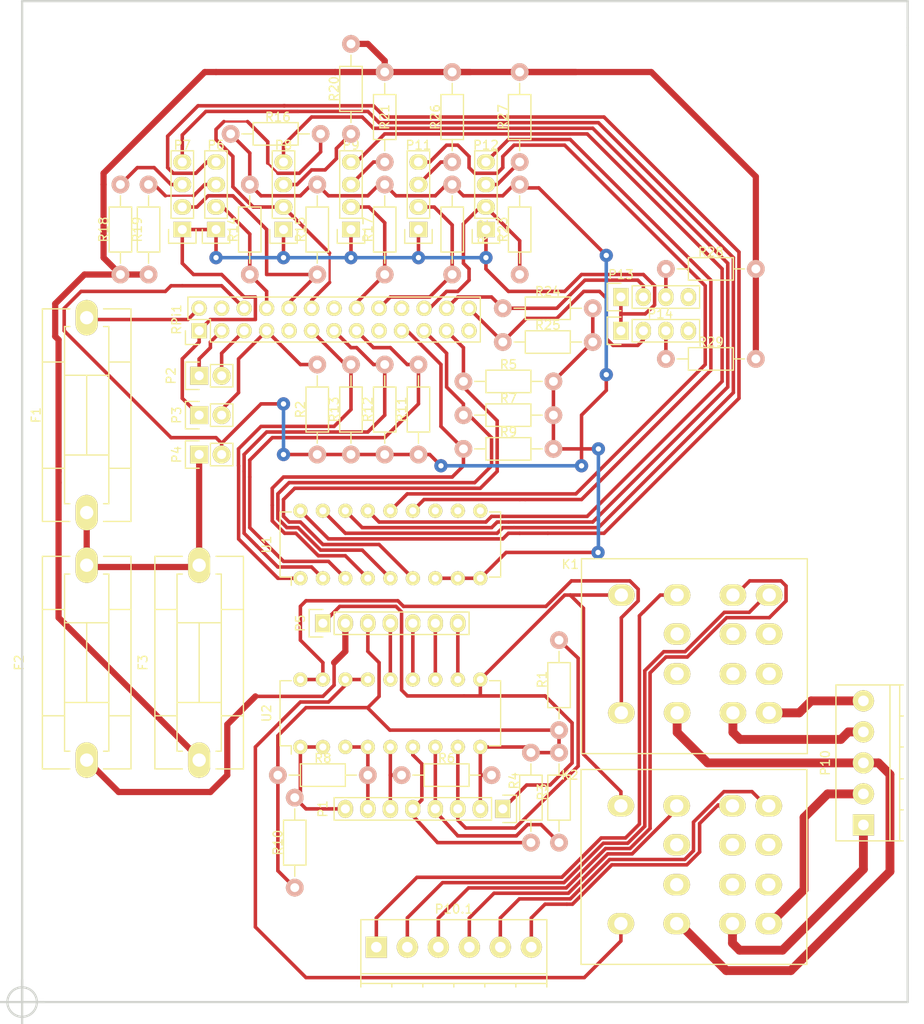
<source format=kicad_pcb>
(kicad_pcb (version 4) (host pcbnew 4.0.2+dfsg1-stable)

  (general
    (links 133)
    (no_connects 0)
    (area 24.5 31.872999 130.075 147.5)
    (thickness 1.6)
    (drawings 9)
    (tracks 653)
    (zones 0)
    (modules 52)
    (nets 74)
  )

  (page A4)
  (layers
    (0 F.Cu signal)
    (31 B.Cu signal)
    (32 B.Adhes user)
    (33 F.Adhes user)
    (34 B.Paste user)
    (35 F.Paste user)
    (36 B.SilkS user)
    (37 F.SilkS user)
    (38 B.Mask user)
    (39 F.Mask user)
    (40 Dwgs.User user)
    (41 Cmts.User user)
    (42 Eco1.User user)
    (43 Eco2.User user)
    (44 Edge.Cuts user)
    (45 Margin user)
    (46 B.CrtYd user)
    (47 F.CrtYd user)
    (48 B.Fab user)
    (49 F.Fab user)
  )

  (setup
    (last_trace_width 0.4)
    (trace_clearance 0.2)
    (zone_clearance 0.508)
    (zone_45_only no)
    (trace_min 0.2)
    (segment_width 0.2)
    (edge_width 0.254)
    (via_size 1.5)
    (via_drill 0.6)
    (via_min_size 0.4)
    (via_min_drill 0.3)
    (uvia_size 0.3)
    (uvia_drill 0.1)
    (uvias_allowed no)
    (uvia_min_size 0.2)
    (uvia_min_drill 0.1)
    (pcb_text_width 0.3)
    (pcb_text_size 1.5 1.5)
    (mod_edge_width 0.15)
    (mod_text_size 1 1)
    (mod_text_width 0.15)
    (pad_size 1.524 1.524)
    (pad_drill 0.762)
    (pad_to_mask_clearance 0.2)
    (aux_axis_origin 27 145)
    (grid_origin 27 145)
    (visible_elements FFFFEFFF)
    (pcbplotparams
      (layerselection 0x00000_00000001)
      (usegerberextensions false)
      (gerberprecision 5)
      (excludeedgelayer true)
      (linewidth 0.100000)
      (plotframeref false)
      (viasonmask false)
      (mode 1)
      (useauxorigin true)
      (hpglpennumber 1)
      (hpglpenspeed 20)
      (hpglpendiameter 15)
      (hpglpenoverlay 2)
      (psnegative false)
      (psa4output false)
      (plotreference false)
      (plotvalue false)
      (plotinvisibletext false)
      (padsonsilk false)
      (subtractmaskfromsilk false)
      (outputformat 1)
      (mirror false)
      (drillshape 0)
      (scaleselection 1)
      (outputdirectory ../../../../../Test/Big230VOutline/))
  )

  (net 0 "")
  (net 1 "Net-(F1-Pad2)")
  (net 2 "Net-(F1-Pad1)")
  (net 3 "Net-(F2-Pad1)")
  (net 4 "Net-(F3-Pad1)")
  (net 5 "Net-(K1-Pad8)")
  (net 6 "Net-(K1-Pad9)")
  (net 7 "Net-(K1-Pad12)")
  (net 8 "Net-(K1-Pad13)")
  (net 9 "Net-(K1-Pad14)")
  (net 10 "Net-(K2-Pad8)")
  (net 11 "Net-(K2-Pad12)")
  (net 12 "Net-(K2-Pad13)")
  (net 13 "Net-(P1-Pad2)")
  (net 14 "Net-(P1-Pad3)")
  (net 15 "Net-(P1-Pad4)")
  (net 16 "Net-(P1-Pad5)")
  (net 17 "Net-(P1-Pad6)")
  (net 18 "Net-(P2-Pad1)")
  (net 19 "Net-(P2-Pad2)")
  (net 20 "Net-(P11-Pad1)")
  (net 21 "Net-(P3-Pad2)")
  (net 22 "Net-(P4-Pad2)")
  (net 23 "Net-(P5-Pad4)")
  (net 24 "Net-(P5-Pad5)")
  (net 25 "Net-(P5-Pad6)")
  (net 26 "Net-(P5-Pad7)")
  (net 27 "Net-(P6-Pad2)")
  (net 28 "Net-(P6-Pad3)")
  (net 29 "Net-(P6-Pad4)")
  (net 30 "Net-(P7-Pad2)")
  (net 31 "Net-(P7-Pad3)")
  (net 32 "Net-(P7-Pad4)")
  (net 33 "Net-(P8-Pad2)")
  (net 34 "Net-(P8-Pad3)")
  (net 35 "Net-(P8-Pad4)")
  (net 36 "Net-(P9-Pad2)")
  (net 37 "Net-(P9-Pad3)")
  (net 38 "Net-(P9-Pad4)")
  (net 39 "Net-(K1-Pad1)")
  (net 40 "Net-(K1-Pad5)")
  (net 41 "Net-(K2-Pad1)")
  (net 42 "Net-(K2-Pad5)")
  (net 43 "Net-(K1-Pad4)")
  (net 44 "Net-(K2-Pad4)")
  (net 45 "Net-(P11-Pad2)")
  (net 46 "Net-(P12-Pad2)")
  (net 47 "Net-(P13-Pad2)")
  (net 48 "Net-(P14-Pad2)")
  (net 49 "Net-(R5-Pad2)")
  (net 50 "Net-(R7-Pad2)")
  (net 51 "Net-(P1-Pad7)")
  (net 52 "Net-(R9-Pad2)")
  (net 53 "Net-(P1-Pad8)")
  (net 54 "Net-(R11-Pad2)")
  (net 55 "Net-(R12-Pad2)")
  (net 56 "Net-(R13-Pad2)")
  (net 57 "Net-(P11-Pad3)")
  (net 58 "Net-(P12-Pad3)")
  (net 59 "Net-(P13-Pad3)")
  (net 60 "Net-(P14-Pad3)")
  (net 61 "Net-(RPi1-Pad4)")
  (net 62 "Net-(RPi1-Pad9)")
  (net 63 "Net-(RPi1-Pad14)")
  (net 64 "Net-(RPi1-Pad17)")
  (net 65 "Net-(RPi1-Pad20)")
  (net 66 "Net-(RPi1-Pad25)")
  (net 67 "Net-(U1-Pad10)")
  (net 68 "Net-(U1-Pad11)")
  (net 69 "Net-(U1-Pad12)")
  (net 70 "Net-(P12-Pad4)")
  (net 71 "Net-(P11-Pad4)")
  (net 72 "Net-(P13-Pad4)")
  (net 73 "Net-(P14-Pad4)")

  (net_class Default "This is the default net class."
    (clearance 0.2)
    (trace_width 0.4)
    (via_dia 1.5)
    (via_drill 0.6)
    (uvia_dia 0.3)
    (uvia_drill 0.1)
    (add_net "Net-(K1-Pad12)")
    (add_net "Net-(K1-Pad13)")
    (add_net "Net-(K1-Pad14)")
    (add_net "Net-(K1-Pad4)")
    (add_net "Net-(K1-Pad8)")
    (add_net "Net-(K2-Pad12)")
    (add_net "Net-(K2-Pad13)")
    (add_net "Net-(K2-Pad4)")
    (add_net "Net-(K2-Pad8)")
    (add_net "Net-(P1-Pad2)")
    (add_net "Net-(P1-Pad3)")
    (add_net "Net-(P1-Pad4)")
    (add_net "Net-(P1-Pad5)")
    (add_net "Net-(P1-Pad6)")
    (add_net "Net-(P1-Pad7)")
    (add_net "Net-(P1-Pad8)")
    (add_net "Net-(P11-Pad1)")
    (add_net "Net-(P11-Pad2)")
    (add_net "Net-(P11-Pad3)")
    (add_net "Net-(P11-Pad4)")
    (add_net "Net-(P12-Pad2)")
    (add_net "Net-(P12-Pad3)")
    (add_net "Net-(P12-Pad4)")
    (add_net "Net-(P13-Pad2)")
    (add_net "Net-(P13-Pad3)")
    (add_net "Net-(P13-Pad4)")
    (add_net "Net-(P14-Pad2)")
    (add_net "Net-(P14-Pad3)")
    (add_net "Net-(P14-Pad4)")
    (add_net "Net-(P2-Pad1)")
    (add_net "Net-(P2-Pad2)")
    (add_net "Net-(P3-Pad2)")
    (add_net "Net-(P4-Pad2)")
    (add_net "Net-(P5-Pad4)")
    (add_net "Net-(P5-Pad5)")
    (add_net "Net-(P5-Pad6)")
    (add_net "Net-(P5-Pad7)")
    (add_net "Net-(P6-Pad2)")
    (add_net "Net-(P6-Pad3)")
    (add_net "Net-(P6-Pad4)")
    (add_net "Net-(P7-Pad2)")
    (add_net "Net-(P7-Pad3)")
    (add_net "Net-(P7-Pad4)")
    (add_net "Net-(P8-Pad2)")
    (add_net "Net-(P8-Pad3)")
    (add_net "Net-(P8-Pad4)")
    (add_net "Net-(P9-Pad2)")
    (add_net "Net-(P9-Pad3)")
    (add_net "Net-(P9-Pad4)")
    (add_net "Net-(R11-Pad2)")
    (add_net "Net-(R12-Pad2)")
    (add_net "Net-(R13-Pad2)")
    (add_net "Net-(R5-Pad2)")
    (add_net "Net-(R7-Pad2)")
    (add_net "Net-(R9-Pad2)")
    (add_net "Net-(RPi1-Pad14)")
    (add_net "Net-(RPi1-Pad17)")
    (add_net "Net-(RPi1-Pad20)")
    (add_net "Net-(RPi1-Pad25)")
    (add_net "Net-(RPi1-Pad4)")
    (add_net "Net-(RPi1-Pad9)")
    (add_net "Net-(U1-Pad10)")
    (add_net "Net-(U1-Pad11)")
    (add_net "Net-(U1-Pad12)")
  )

  (net_class 230VAC ""
    (clearance 1.3)
    (trace_width 1)
    (via_dia 1.1)
    (via_drill 0.6)
    (uvia_dia 0.3)
    (uvia_drill 0.1)
    (add_net "Net-(K1-Pad1)")
    (add_net "Net-(K1-Pad5)")
    (add_net "Net-(K1-Pad9)")
    (add_net "Net-(K2-Pad1)")
    (add_net "Net-(K2-Pad5)")
  )

  (net_class Supply ""
    (clearance 0.3)
    (trace_width 0.7)
    (via_dia 1.1)
    (via_drill 0.6)
    (uvia_dia 0.3)
    (uvia_drill 0.1)
    (add_net "Net-(F1-Pad1)")
    (add_net "Net-(F1-Pad2)")
    (add_net "Net-(F2-Pad1)")
    (add_net "Net-(F3-Pad1)")
  )

  (module Resistors_ThroughHole:Resistor_Horizontal_RM10mm (layer F.Cu) (tedit 57A7A681) (tstamp 579BBA48)
    (at 41.275 52.705 270)
    (descr "Resistor, Axial,  RM 10mm, 1/3W")
    (tags "Resistor Axial RM 10mm 1/3W")
    (path /579B165C)
    (fp_text reference R18 (at 5.08 5.08 270) (layer F.SilkS)
      (effects (font (size 1 1) (thickness 0.15)))
    )
    (fp_text value R340 (at 5.08 0 270) (layer F.Fab)
      (effects (font (size 1 1) (thickness 0.15)))
    )
    (fp_line (start -1.25 -1.5) (end 11.4 -1.5) (layer F.CrtYd) (width 0.05))
    (fp_line (start -1.25 1.5) (end -1.25 -1.5) (layer F.CrtYd) (width 0.05))
    (fp_line (start 11.4 -1.5) (end 11.4 1.5) (layer F.CrtYd) (width 0.05))
    (fp_line (start -1.25 1.5) (end 11.4 1.5) (layer F.CrtYd) (width 0.05))
    (fp_line (start 2.54 -1.27) (end 7.62 -1.27) (layer F.SilkS) (width 0.15))
    (fp_line (start 7.62 -1.27) (end 7.62 1.27) (layer F.SilkS) (width 0.15))
    (fp_line (start 7.62 1.27) (end 2.54 1.27) (layer F.SilkS) (width 0.15))
    (fp_line (start 2.54 1.27) (end 2.54 -1.27) (layer F.SilkS) (width 0.15))
    (fp_line (start 2.54 0) (end 1.27 0) (layer F.SilkS) (width 0.15))
    (fp_line (start 7.62 0) (end 8.89 0) (layer F.SilkS) (width 0.15))
    (pad 1 thru_hole circle (at 0 0 270) (size 1.99898 1.99898) (drill 1.00076) (layers *.Cu *.SilkS *.Mask)
      (net 28 "Net-(P6-Pad3)"))
    (pad 2 thru_hole circle (at 10.16 0 270) (size 1.99898 1.99898) (drill 1.00076) (layers *.Cu *.SilkS *.Mask)
      (net 4 "Net-(F3-Pad1)"))
    (model Resistors_ThroughHole.3dshapes/Resistor_Horizontal_RM10mm.wrl
      (at (xyz 0 0 0))
      (scale (xyz 0.4 0.4 0.4))
      (rotate (xyz 0 0 0))
    )
  )

  (module Resistors_ThroughHole:Resistor_Horizontal_RM10mm (layer F.Cu) (tedit 57A7A676) (tstamp 579BBA4E)
    (at 38.1 52.705 270)
    (descr "Resistor, Axial,  RM 10mm, 1/3W")
    (tags "Resistor Axial RM 10mm 1/3W")
    (path /579B181E)
    (fp_text reference R19 (at 5.08 -1.905 270) (layer F.SilkS)
      (effects (font (size 1 1) (thickness 0.15)))
    )
    (fp_text value R340 (at 5.08 0 270) (layer F.Fab)
      (effects (font (size 1 1) (thickness 0.15)))
    )
    (fp_line (start -1.25 -1.5) (end 11.4 -1.5) (layer F.CrtYd) (width 0.05))
    (fp_line (start -1.25 1.5) (end -1.25 -1.5) (layer F.CrtYd) (width 0.05))
    (fp_line (start 11.4 -1.5) (end 11.4 1.5) (layer F.CrtYd) (width 0.05))
    (fp_line (start -1.25 1.5) (end 11.4 1.5) (layer F.CrtYd) (width 0.05))
    (fp_line (start 2.54 -1.27) (end 7.62 -1.27) (layer F.SilkS) (width 0.15))
    (fp_line (start 7.62 -1.27) (end 7.62 1.27) (layer F.SilkS) (width 0.15))
    (fp_line (start 7.62 1.27) (end 2.54 1.27) (layer F.SilkS) (width 0.15))
    (fp_line (start 2.54 1.27) (end 2.54 -1.27) (layer F.SilkS) (width 0.15))
    (fp_line (start 2.54 0) (end 1.27 0) (layer F.SilkS) (width 0.15))
    (fp_line (start 7.62 0) (end 8.89 0) (layer F.SilkS) (width 0.15))
    (pad 1 thru_hole circle (at 0 0 270) (size 1.99898 1.99898) (drill 1.00076) (layers *.Cu *.SilkS *.Mask)
      (net 31 "Net-(P7-Pad3)"))
    (pad 2 thru_hole circle (at 10.16 0 270) (size 1.99898 1.99898) (drill 1.00076) (layers *.Cu *.SilkS *.Mask)
      (net 4 "Net-(F3-Pad1)"))
    (model Resistors_ThroughHole.3dshapes/Resistor_Horizontal_RM10mm.wrl
      (at (xyz 0 0 0))
      (scale (xyz 0.4 0.4 0.4))
      (rotate (xyz 0 0 0))
    )
  )

  (module Pin_Headers:Pin_Header_Straight_1x04 (layer F.Cu) (tedit 579E7CC4) (tstamp 579BB99D)
    (at 45.085 57.785 180)
    (descr "Through hole pin header")
    (tags "pin header")
    (path /579A1E41)
    (fp_text reference P7 (at 0 9.525 180) (layer F.SilkS)
      (effects (font (size 1 1) (thickness 0.15)))
    )
    (fp_text value CONN_TV_Zk (at 0 -3.1 180) (layer F.Fab)
      (effects (font (size 1 1) (thickness 0.15)))
    )
    (fp_line (start -1.75 -1.75) (end -1.75 9.4) (layer F.CrtYd) (width 0.05))
    (fp_line (start 1.75 -1.75) (end 1.75 9.4) (layer F.CrtYd) (width 0.05))
    (fp_line (start -1.75 -1.75) (end 1.75 -1.75) (layer F.CrtYd) (width 0.05))
    (fp_line (start -1.75 9.4) (end 1.75 9.4) (layer F.CrtYd) (width 0.05))
    (fp_line (start -1.27 1.27) (end -1.27 8.89) (layer F.SilkS) (width 0.15))
    (fp_line (start 1.27 1.27) (end 1.27 8.89) (layer F.SilkS) (width 0.15))
    (fp_line (start 1.55 -1.55) (end 1.55 0) (layer F.SilkS) (width 0.15))
    (fp_line (start -1.27 8.89) (end 1.27 8.89) (layer F.SilkS) (width 0.15))
    (fp_line (start 1.27 1.27) (end -1.27 1.27) (layer F.SilkS) (width 0.15))
    (fp_line (start -1.55 0) (end -1.55 -1.55) (layer F.SilkS) (width 0.15))
    (fp_line (start -1.55 -1.55) (end 1.55 -1.55) (layer F.SilkS) (width 0.15))
    (pad 1 thru_hole rect (at 0 0 180) (size 2.032 1.7272) (drill 1.016) (layers *.Cu *.Mask F.SilkS)
      (net 20 "Net-(P11-Pad1)"))
    (pad 2 thru_hole oval (at 0 2.54 180) (size 2.032 1.7272) (drill 1.016) (layers *.Cu *.Mask F.SilkS)
      (net 30 "Net-(P7-Pad2)"))
    (pad 3 thru_hole oval (at 0 5.08 180) (size 2.032 1.7272) (drill 1.016) (layers *.Cu *.Mask F.SilkS)
      (net 31 "Net-(P7-Pad3)"))
    (pad 4 thru_hole oval (at 0 7.62 180) (size 2.032 1.7272) (drill 1.016) (layers *.Cu *.Mask F.SilkS)
      (net 32 "Net-(P7-Pad4)"))
    (model Pin_Headers.3dshapes/Pin_Header_Straight_1x04.wrl
      (at (xyz 0 -0.15 0))
      (scale (xyz 1 1 1))
      (rotate (xyz 0 0 90))
    )
  )

  (module Pin_Headers:Pin_Header_Straight_1x04 (layer F.Cu) (tedit 579E7CC0) (tstamp 579BB995)
    (at 48.895 57.785 180)
    (descr "Through hole pin header")
    (tags "pin header")
    (path /579A1DA0)
    (fp_text reference P6 (at 0 9.525 180) (layer F.SilkS)
      (effects (font (size 1 1) (thickness 0.15)))
    )
    (fp_text value CONN_TV_Vr (at 0 -3.1 180) (layer F.Fab)
      (effects (font (size 1 1) (thickness 0.15)))
    )
    (fp_line (start -1.75 -1.75) (end -1.75 9.4) (layer F.CrtYd) (width 0.05))
    (fp_line (start 1.75 -1.75) (end 1.75 9.4) (layer F.CrtYd) (width 0.05))
    (fp_line (start -1.75 -1.75) (end 1.75 -1.75) (layer F.CrtYd) (width 0.05))
    (fp_line (start -1.75 9.4) (end 1.75 9.4) (layer F.CrtYd) (width 0.05))
    (fp_line (start -1.27 1.27) (end -1.27 8.89) (layer F.SilkS) (width 0.15))
    (fp_line (start 1.27 1.27) (end 1.27 8.89) (layer F.SilkS) (width 0.15))
    (fp_line (start 1.55 -1.55) (end 1.55 0) (layer F.SilkS) (width 0.15))
    (fp_line (start -1.27 8.89) (end 1.27 8.89) (layer F.SilkS) (width 0.15))
    (fp_line (start 1.27 1.27) (end -1.27 1.27) (layer F.SilkS) (width 0.15))
    (fp_line (start -1.55 0) (end -1.55 -1.55) (layer F.SilkS) (width 0.15))
    (fp_line (start -1.55 -1.55) (end 1.55 -1.55) (layer F.SilkS) (width 0.15))
    (pad 1 thru_hole rect (at 0 0 180) (size 2.032 1.7272) (drill 1.016) (layers *.Cu *.Mask F.SilkS)
      (net 20 "Net-(P11-Pad1)"))
    (pad 2 thru_hole oval (at 0 2.54 180) (size 2.032 1.7272) (drill 1.016) (layers *.Cu *.Mask F.SilkS)
      (net 27 "Net-(P6-Pad2)"))
    (pad 3 thru_hole oval (at 0 5.08 180) (size 2.032 1.7272) (drill 1.016) (layers *.Cu *.Mask F.SilkS)
      (net 28 "Net-(P6-Pad3)"))
    (pad 4 thru_hole oval (at 0 7.62 180) (size 2.032 1.7272) (drill 1.016) (layers *.Cu *.Mask F.SilkS)
      (net 29 "Net-(P6-Pad4)"))
    (model Pin_Headers.3dshapes/Pin_Header_Straight_1x04.wrl
      (at (xyz 0 -0.15 0))
      (scale (xyz 1 1 1))
      (rotate (xyz 0 0 90))
    )
  )

  (module Pin_Headers:Pin_Header_Straight_1x02 (layer F.Cu) (tedit 579E7DB5) (tstamp 579BB97C)
    (at 46.99 78.74 90)
    (descr "Through hole pin header")
    (tags "pin header")
    (path /5799D2B9)
    (fp_text reference P3 (at 0 -2.54 90) (layer F.SilkS)
      (effects (font (size 1 1) (thickness 0.15)))
    )
    (fp_text value CONN_Not-Aus (at 0 -3.1 90) (layer F.Fab)
      (effects (font (size 1 1) (thickness 0.15)))
    )
    (fp_line (start 1.27 1.27) (end 1.27 3.81) (layer F.SilkS) (width 0.15))
    (fp_line (start 1.55 -1.55) (end 1.55 0) (layer F.SilkS) (width 0.15))
    (fp_line (start -1.75 -1.75) (end -1.75 4.3) (layer F.CrtYd) (width 0.05))
    (fp_line (start 1.75 -1.75) (end 1.75 4.3) (layer F.CrtYd) (width 0.05))
    (fp_line (start -1.75 -1.75) (end 1.75 -1.75) (layer F.CrtYd) (width 0.05))
    (fp_line (start -1.75 4.3) (end 1.75 4.3) (layer F.CrtYd) (width 0.05))
    (fp_line (start 1.27 1.27) (end -1.27 1.27) (layer F.SilkS) (width 0.15))
    (fp_line (start -1.55 0) (end -1.55 -1.55) (layer F.SilkS) (width 0.15))
    (fp_line (start -1.55 -1.55) (end 1.55 -1.55) (layer F.SilkS) (width 0.15))
    (fp_line (start -1.27 1.27) (end -1.27 3.81) (layer F.SilkS) (width 0.15))
    (fp_line (start -1.27 3.81) (end 1.27 3.81) (layer F.SilkS) (width 0.15))
    (pad 1 thru_hole rect (at 0 0 90) (size 2.032 2.032) (drill 1.016) (layers *.Cu *.Mask F.SilkS)
      (net 20 "Net-(P11-Pad1)"))
    (pad 2 thru_hole oval (at 0 2.54 90) (size 2.032 2.032) (drill 1.016) (layers *.Cu *.Mask F.SilkS)
      (net 21 "Net-(P3-Pad2)"))
    (model Pin_Headers.3dshapes/Pin_Header_Straight_1x02.wrl
      (at (xyz 0 -0.05 0))
      (scale (xyz 1 1 1))
      (rotate (xyz 0 0 90))
    )
  )

  (module Pin_Headers:Pin_Header_Straight_2x13 (layer F.Cu) (tedit 579E7DB0) (tstamp 579BBD7F)
    (at 46.99 69.215 90)
    (descr "Through hole pin header")
    (tags "pin header")
    (path /5799A363)
    (fp_text reference RPi1 (at 1.27 -2.54 90) (layer F.SilkS)
      (effects (font (size 1 1) (thickness 0.15)))
    )
    (fp_text value RASPBERRY_IO (at 0 -3.1 90) (layer F.Fab)
      (effects (font (size 1 1) (thickness 0.15)))
    )
    (fp_line (start -1.75 -1.75) (end -1.75 32.25) (layer F.CrtYd) (width 0.05))
    (fp_line (start 4.3 -1.75) (end 4.3 32.25) (layer F.CrtYd) (width 0.05))
    (fp_line (start -1.75 -1.75) (end 4.3 -1.75) (layer F.CrtYd) (width 0.05))
    (fp_line (start -1.75 32.25) (end 4.3 32.25) (layer F.CrtYd) (width 0.05))
    (fp_line (start 3.81 -1.27) (end 3.81 31.75) (layer F.SilkS) (width 0.15))
    (fp_line (start -1.27 1.27) (end -1.27 31.75) (layer F.SilkS) (width 0.15))
    (fp_line (start 3.81 31.75) (end -1.27 31.75) (layer F.SilkS) (width 0.15))
    (fp_line (start 3.81 -1.27) (end 1.27 -1.27) (layer F.SilkS) (width 0.15))
    (fp_line (start 0 -1.55) (end -1.55 -1.55) (layer F.SilkS) (width 0.15))
    (fp_line (start 1.27 -1.27) (end 1.27 1.27) (layer F.SilkS) (width 0.15))
    (fp_line (start 1.27 1.27) (end -1.27 1.27) (layer F.SilkS) (width 0.15))
    (fp_line (start -1.55 -1.55) (end -1.55 0) (layer F.SilkS) (width 0.15))
    (pad 1 thru_hole rect (at 0 0 90) (size 1.7272 1.7272) (drill 1.016) (layers *.Cu *.Mask F.SilkS)
      (net 20 "Net-(P11-Pad1)"))
    (pad 2 thru_hole oval (at 2.54 0 90) (size 1.7272 1.7272) (drill 1.016) (layers *.Cu *.Mask F.SilkS)
      (net 1 "Net-(F1-Pad2)"))
    (pad 3 thru_hole oval (at 0 2.54 90) (size 1.7272 1.7272) (drill 1.016) (layers *.Cu *.Mask F.SilkS)
      (net 18 "Net-(P2-Pad1)"))
    (pad 4 thru_hole oval (at 2.54 2.54 90) (size 1.7272 1.7272) (drill 1.016) (layers *.Cu *.Mask F.SilkS)
      (net 61 "Net-(RPi1-Pad4)"))
    (pad 5 thru_hole oval (at 0 5.08 90) (size 1.7272 1.7272) (drill 1.016) (layers *.Cu *.Mask F.SilkS)
      (net 19 "Net-(P2-Pad2)"))
    (pad 6 thru_hole oval (at 2.54 5.08 90) (size 1.7272 1.7272) (drill 1.016) (layers *.Cu *.Mask F.SilkS)
      (net 22 "Net-(P4-Pad2)"))
    (pad 7 thru_hole oval (at 0 7.62 90) (size 1.7272 1.7272) (drill 1.016) (layers *.Cu *.Mask F.SilkS)
      (net 21 "Net-(P3-Pad2)"))
    (pad 8 thru_hole oval (at 2.54 7.62 90) (size 1.7272 1.7272) (drill 1.016) (layers *.Cu *.Mask F.SilkS)
      (net 27 "Net-(P6-Pad2)"))
    (pad 9 thru_hole oval (at 0 10.16 90) (size 1.7272 1.7272) (drill 1.016) (layers *.Cu *.Mask F.SilkS)
      (net 62 "Net-(RPi1-Pad9)"))
    (pad 10 thru_hole oval (at 2.54 10.16 90) (size 1.7272 1.7272) (drill 1.016) (layers *.Cu *.Mask F.SilkS)
      (net 30 "Net-(P7-Pad2)"))
    (pad 11 thru_hole oval (at 0 12.7 90) (size 1.7272 1.7272) (drill 1.016) (layers *.Cu *.Mask F.SilkS)
      (net 56 "Net-(R13-Pad2)"))
    (pad 12 thru_hole oval (at 2.54 12.7 90) (size 1.7272 1.7272) (drill 1.016) (layers *.Cu *.Mask F.SilkS)
      (net 33 "Net-(P8-Pad2)"))
    (pad 13 thru_hole oval (at 0 15.24 90) (size 1.7272 1.7272) (drill 1.016) (layers *.Cu *.Mask F.SilkS)
      (net 55 "Net-(R12-Pad2)"))
    (pad 14 thru_hole oval (at 2.54 15.24 90) (size 1.7272 1.7272) (drill 1.016) (layers *.Cu *.Mask F.SilkS)
      (net 63 "Net-(RPi1-Pad14)"))
    (pad 15 thru_hole oval (at 0 17.78 90) (size 1.7272 1.7272) (drill 1.016) (layers *.Cu *.Mask F.SilkS)
      (net 54 "Net-(R11-Pad2)"))
    (pad 16 thru_hole oval (at 2.54 17.78 90) (size 1.7272 1.7272) (drill 1.016) (layers *.Cu *.Mask F.SilkS)
      (net 36 "Net-(P9-Pad2)"))
    (pad 17 thru_hole oval (at 0 20.32 90) (size 1.7272 1.7272) (drill 1.016) (layers *.Cu *.Mask F.SilkS)
      (net 64 "Net-(RPi1-Pad17)"))
    (pad 18 thru_hole oval (at 2.54 20.32 90) (size 1.7272 1.7272) (drill 1.016) (layers *.Cu *.Mask F.SilkS)
      (net 45 "Net-(P11-Pad2)"))
    (pad 19 thru_hole oval (at 0 22.86 90) (size 1.7272 1.7272) (drill 1.016) (layers *.Cu *.Mask F.SilkS)
      (net 52 "Net-(R9-Pad2)"))
    (pad 20 thru_hole oval (at 2.54 22.86 90) (size 1.7272 1.7272) (drill 1.016) (layers *.Cu *.Mask F.SilkS)
      (net 65 "Net-(RPi1-Pad20)"))
    (pad 21 thru_hole oval (at 0 25.4 90) (size 1.7272 1.7272) (drill 1.016) (layers *.Cu *.Mask F.SilkS)
      (net 50 "Net-(R7-Pad2)"))
    (pad 22 thru_hole oval (at 2.54 25.4 90) (size 1.7272 1.7272) (drill 1.016) (layers *.Cu *.Mask F.SilkS)
      (net 46 "Net-(P12-Pad2)"))
    (pad 23 thru_hole oval (at 0 27.94 90) (size 1.7272 1.7272) (drill 1.016) (layers *.Cu *.Mask F.SilkS)
      (net 49 "Net-(R5-Pad2)"))
    (pad 24 thru_hole oval (at 2.54 27.94 90) (size 1.7272 1.7272) (drill 1.016) (layers *.Cu *.Mask F.SilkS)
      (net 47 "Net-(P13-Pad2)"))
    (pad 25 thru_hole oval (at 0 30.48 90) (size 1.7272 1.7272) (drill 1.016) (layers *.Cu *.Mask F.SilkS)
      (net 66 "Net-(RPi1-Pad25)"))
    (pad 26 thru_hole oval (at 2.54 30.48 90) (size 1.7272 1.7272) (drill 1.016) (layers *.Cu *.Mask F.SilkS)
      (net 48 "Net-(P14-Pad2)"))
    (model Pin_Headers.3dshapes/Pin_Header_Straight_2x13.wrl
      (at (xyz 0.05 -0.6 0))
      (scale (xyz 1 1 1))
      (rotate (xyz 0 0 90))
    )
  )

  (module Resistors_ThroughHole:Resistor_Horizontal_RM10mm (layer F.Cu) (tedit 579E7DA4) (tstamp 579BB9E8)
    (at 60.325 83.185 90)
    (descr "Resistor, Axial,  RM 10mm, 1/3W")
    (tags "Resistor Axial RM 10mm 1/3W")
    (path /5799F4CB)
    (fp_text reference R2 (at 5.08 -1.905 90) (layer F.SilkS)
      (effects (font (size 1 1) (thickness 0.15)))
    )
    (fp_text value R10k (at 5.08 3.81 90) (layer F.Fab)
      (effects (font (size 1 1) (thickness 0.15)))
    )
    (fp_line (start -1.25 -1.5) (end 11.4 -1.5) (layer F.CrtYd) (width 0.05))
    (fp_line (start -1.25 1.5) (end -1.25 -1.5) (layer F.CrtYd) (width 0.05))
    (fp_line (start 11.4 -1.5) (end 11.4 1.5) (layer F.CrtYd) (width 0.05))
    (fp_line (start -1.25 1.5) (end 11.4 1.5) (layer F.CrtYd) (width 0.05))
    (fp_line (start 2.54 -1.27) (end 7.62 -1.27) (layer F.SilkS) (width 0.15))
    (fp_line (start 7.62 -1.27) (end 7.62 1.27) (layer F.SilkS) (width 0.15))
    (fp_line (start 7.62 1.27) (end 2.54 1.27) (layer F.SilkS) (width 0.15))
    (fp_line (start 2.54 1.27) (end 2.54 -1.27) (layer F.SilkS) (width 0.15))
    (fp_line (start 2.54 0) (end 1.27 0) (layer F.SilkS) (width 0.15))
    (fp_line (start 7.62 0) (end 8.89 0) (layer F.SilkS) (width 0.15))
    (pad 1 thru_hole circle (at 0 0 90) (size 1.99898 1.99898) (drill 1.00076) (layers *.Cu *.SilkS *.Mask)
      (net 22 "Net-(P4-Pad2)"))
    (pad 2 thru_hole circle (at 10.16 0 90) (size 1.99898 1.99898) (drill 1.00076) (layers *.Cu *.SilkS *.Mask)
      (net 21 "Net-(P3-Pad2)"))
    (model Resistors_ThroughHole.3dshapes/Resistor_Horizontal_RM10mm.wrl
      (at (xyz 0 0 0))
      (scale (xyz 0.4 0.4 0.4))
      (rotate (xyz 0 0 0))
    )
  )

  (module Resistors_ThroughHole:Resistor_Horizontal_RM10mm (layer F.Cu) (tedit 579E7D9D) (tstamp 579BBA2A)
    (at 64.135 83.185 90)
    (descr "Resistor, Axial,  RM 10mm, 1/3W")
    (tags "Resistor Axial RM 10mm 1/3W")
    (path /579A2CD0)
    (fp_text reference R13 (at 5.08 -1.905 90) (layer F.SilkS)
      (effects (font (size 1 1) (thickness 0.15)))
    )
    (fp_text value R10k (at 5.08 0 90) (layer F.Fab)
      (effects (font (size 1 1) (thickness 0.15)))
    )
    (fp_line (start -1.25 -1.5) (end 11.4 -1.5) (layer F.CrtYd) (width 0.05))
    (fp_line (start -1.25 1.5) (end -1.25 -1.5) (layer F.CrtYd) (width 0.05))
    (fp_line (start 11.4 -1.5) (end 11.4 1.5) (layer F.CrtYd) (width 0.05))
    (fp_line (start -1.25 1.5) (end 11.4 1.5) (layer F.CrtYd) (width 0.05))
    (fp_line (start 2.54 -1.27) (end 7.62 -1.27) (layer F.SilkS) (width 0.15))
    (fp_line (start 7.62 -1.27) (end 7.62 1.27) (layer F.SilkS) (width 0.15))
    (fp_line (start 7.62 1.27) (end 2.54 1.27) (layer F.SilkS) (width 0.15))
    (fp_line (start 2.54 1.27) (end 2.54 -1.27) (layer F.SilkS) (width 0.15))
    (fp_line (start 2.54 0) (end 1.27 0) (layer F.SilkS) (width 0.15))
    (fp_line (start 7.62 0) (end 8.89 0) (layer F.SilkS) (width 0.15))
    (pad 1 thru_hole circle (at 0 0 90) (size 1.99898 1.99898) (drill 1.00076) (layers *.Cu *.SilkS *.Mask)
      (net 22 "Net-(P4-Pad2)"))
    (pad 2 thru_hole circle (at 10.16 0 90) (size 1.99898 1.99898) (drill 1.00076) (layers *.Cu *.SilkS *.Mask)
      (net 56 "Net-(R13-Pad2)"))
    (model Resistors_ThroughHole.3dshapes/Resistor_Horizontal_RM10mm.wrl
      (at (xyz 0 0 0))
      (scale (xyz 0.4 0.4 0.4))
      (rotate (xyz 0 0 0))
    )
  )

  (module Resistors_ThroughHole:Resistor_Horizontal_RM10mm (layer F.Cu) (tedit 579E7DA1) (tstamp 579BBA24)
    (at 67.945 83.185 90)
    (descr "Resistor, Axial,  RM 10mm, 1/3W")
    (tags "Resistor Axial RM 10mm 1/3W")
    (path /579A1FDD)
    (fp_text reference R12 (at 5.08 -1.905 90) (layer F.SilkS)
      (effects (font (size 1 1) (thickness 0.15)))
    )
    (fp_text value R10k (at 5.08 0 90) (layer F.Fab)
      (effects (font (size 1 1) (thickness 0.15)))
    )
    (fp_line (start -1.25 -1.5) (end 11.4 -1.5) (layer F.CrtYd) (width 0.05))
    (fp_line (start -1.25 1.5) (end -1.25 -1.5) (layer F.CrtYd) (width 0.05))
    (fp_line (start 11.4 -1.5) (end 11.4 1.5) (layer F.CrtYd) (width 0.05))
    (fp_line (start -1.25 1.5) (end 11.4 1.5) (layer F.CrtYd) (width 0.05))
    (fp_line (start 2.54 -1.27) (end 7.62 -1.27) (layer F.SilkS) (width 0.15))
    (fp_line (start 7.62 -1.27) (end 7.62 1.27) (layer F.SilkS) (width 0.15))
    (fp_line (start 7.62 1.27) (end 2.54 1.27) (layer F.SilkS) (width 0.15))
    (fp_line (start 2.54 1.27) (end 2.54 -1.27) (layer F.SilkS) (width 0.15))
    (fp_line (start 2.54 0) (end 1.27 0) (layer F.SilkS) (width 0.15))
    (fp_line (start 7.62 0) (end 8.89 0) (layer F.SilkS) (width 0.15))
    (pad 1 thru_hole circle (at 0 0 90) (size 1.99898 1.99898) (drill 1.00076) (layers *.Cu *.SilkS *.Mask)
      (net 22 "Net-(P4-Pad2)"))
    (pad 2 thru_hole circle (at 10.16 0 90) (size 1.99898 1.99898) (drill 1.00076) (layers *.Cu *.SilkS *.Mask)
      (net 55 "Net-(R12-Pad2)"))
    (model Resistors_ThroughHole.3dshapes/Resistor_Horizontal_RM10mm.wrl
      (at (xyz 0 0 0))
      (scale (xyz 0.4 0.4 0.4))
      (rotate (xyz 0 0 0))
    )
  )

  (module Resistors_ThroughHole:Resistor_Horizontal_RM10mm (layer F.Cu) (tedit 579BC8F5) (tstamp 579BBA1E)
    (at 71.755 83.185 90)
    (descr "Resistor, Axial,  RM 10mm, 1/3W")
    (tags "Resistor Axial RM 10mm 1/3W")
    (path /579A1F75)
    (fp_text reference R11 (at 5.08 -1.905 90) (layer F.SilkS)
      (effects (font (size 1 1) (thickness 0.15)))
    )
    (fp_text value R10k (at 5.08 0 90) (layer F.Fab)
      (effects (font (size 1 1) (thickness 0.15)))
    )
    (fp_line (start -1.25 -1.5) (end 11.4 -1.5) (layer F.CrtYd) (width 0.05))
    (fp_line (start -1.25 1.5) (end -1.25 -1.5) (layer F.CrtYd) (width 0.05))
    (fp_line (start 11.4 -1.5) (end 11.4 1.5) (layer F.CrtYd) (width 0.05))
    (fp_line (start -1.25 1.5) (end 11.4 1.5) (layer F.CrtYd) (width 0.05))
    (fp_line (start 2.54 -1.27) (end 7.62 -1.27) (layer F.SilkS) (width 0.15))
    (fp_line (start 7.62 -1.27) (end 7.62 1.27) (layer F.SilkS) (width 0.15))
    (fp_line (start 7.62 1.27) (end 2.54 1.27) (layer F.SilkS) (width 0.15))
    (fp_line (start 2.54 1.27) (end 2.54 -1.27) (layer F.SilkS) (width 0.15))
    (fp_line (start 2.54 0) (end 1.27 0) (layer F.SilkS) (width 0.15))
    (fp_line (start 7.62 0) (end 8.89 0) (layer F.SilkS) (width 0.15))
    (pad 1 thru_hole circle (at 0 0 90) (size 1.99898 1.99898) (drill 1.00076) (layers *.Cu *.SilkS *.Mask)
      (net 22 "Net-(P4-Pad2)"))
    (pad 2 thru_hole circle (at 10.16 0 90) (size 1.99898 1.99898) (drill 1.00076) (layers *.Cu *.SilkS *.Mask)
      (net 54 "Net-(R11-Pad2)"))
    (model Resistors_ThroughHole.3dshapes/Resistor_Horizontal_RM10mm.wrl
      (at (xyz 0 0 0))
      (scale (xyz 0.4 0.4 0.4))
      (rotate (xyz 0 0 0))
    )
  )

  (module Pin_Headers:Pin_Header_Straight_1x02 (layer F.Cu) (tedit 579E7DB3) (tstamp 579BB976)
    (at 46.99 74.295 90)
    (descr "Through hole pin header")
    (tags "pin header")
    (path /579DAA02)
    (fp_text reference P2 (at 0 -3.175 90) (layer F.SilkS)
      (effects (font (size 1 1) (thickness 0.15)))
    )
    (fp_text value CONN_I^2C (at 0 -3.1 90) (layer F.Fab)
      (effects (font (size 1 1) (thickness 0.15)))
    )
    (fp_line (start 1.27 1.27) (end 1.27 3.81) (layer F.SilkS) (width 0.15))
    (fp_line (start 1.55 -1.55) (end 1.55 0) (layer F.SilkS) (width 0.15))
    (fp_line (start -1.75 -1.75) (end -1.75 4.3) (layer F.CrtYd) (width 0.05))
    (fp_line (start 1.75 -1.75) (end 1.75 4.3) (layer F.CrtYd) (width 0.05))
    (fp_line (start -1.75 -1.75) (end 1.75 -1.75) (layer F.CrtYd) (width 0.05))
    (fp_line (start -1.75 4.3) (end 1.75 4.3) (layer F.CrtYd) (width 0.05))
    (fp_line (start 1.27 1.27) (end -1.27 1.27) (layer F.SilkS) (width 0.15))
    (fp_line (start -1.55 0) (end -1.55 -1.55) (layer F.SilkS) (width 0.15))
    (fp_line (start -1.55 -1.55) (end 1.55 -1.55) (layer F.SilkS) (width 0.15))
    (fp_line (start -1.27 1.27) (end -1.27 3.81) (layer F.SilkS) (width 0.15))
    (fp_line (start -1.27 3.81) (end 1.27 3.81) (layer F.SilkS) (width 0.15))
    (pad 1 thru_hole rect (at 0 0 90) (size 2.032 2.032) (drill 1.016) (layers *.Cu *.Mask F.SilkS)
      (net 18 "Net-(P2-Pad1)"))
    (pad 2 thru_hole oval (at 0 2.54 90) (size 2.032 2.032) (drill 1.016) (layers *.Cu *.Mask F.SilkS)
      (net 19 "Net-(P2-Pad2)"))
    (model Pin_Headers.3dshapes/Pin_Header_Straight_1x02.wrl
      (at (xyz 0 -0.05 0))
      (scale (xyz 1 1 1))
      (rotate (xyz 0 0 90))
    )
  )

  (module Resistors_ThroughHole:Resistor_Horizontal_RM10mm (layer F.Cu) (tedit 57A7A693) (tstamp 579BBA5A)
    (at 67.945 50.165 90)
    (descr "Resistor, Axial,  RM 10mm, 1/3W")
    (tags "Resistor Axial RM 10mm 1/3W")
    (path /579B193F)
    (fp_text reference R21 (at 5.08 0 90) (layer F.SilkS)
      (effects (font (size 1 1) (thickness 0.15)))
    )
    (fp_text value R340 (at 5.08 0 90) (layer F.Fab)
      (effects (font (size 1 1) (thickness 0.15)))
    )
    (fp_line (start -1.25 -1.5) (end 11.4 -1.5) (layer F.CrtYd) (width 0.05))
    (fp_line (start -1.25 1.5) (end -1.25 -1.5) (layer F.CrtYd) (width 0.05))
    (fp_line (start 11.4 -1.5) (end 11.4 1.5) (layer F.CrtYd) (width 0.05))
    (fp_line (start -1.25 1.5) (end 11.4 1.5) (layer F.CrtYd) (width 0.05))
    (fp_line (start 2.54 -1.27) (end 7.62 -1.27) (layer F.SilkS) (width 0.15))
    (fp_line (start 7.62 -1.27) (end 7.62 1.27) (layer F.SilkS) (width 0.15))
    (fp_line (start 7.62 1.27) (end 2.54 1.27) (layer F.SilkS) (width 0.15))
    (fp_line (start 2.54 1.27) (end 2.54 -1.27) (layer F.SilkS) (width 0.15))
    (fp_line (start 2.54 0) (end 1.27 0) (layer F.SilkS) (width 0.15))
    (fp_line (start 7.62 0) (end 8.89 0) (layer F.SilkS) (width 0.15))
    (pad 1 thru_hole circle (at 0 0 90) (size 1.99898 1.99898) (drill 1.00076) (layers *.Cu *.SilkS *.Mask)
      (net 37 "Net-(P9-Pad3)"))
    (pad 2 thru_hole circle (at 10.16 0 90) (size 1.99898 1.99898) (drill 1.00076) (layers *.Cu *.SilkS *.Mask)
      (net 4 "Net-(F3-Pad1)"))
    (model Resistors_ThroughHole.3dshapes/Resistor_Horizontal_RM10mm.wrl
      (at (xyz 0 0 0))
      (scale (xyz 0.4 0.4 0.4))
      (rotate (xyz 0 0 0))
    )
  )

  (module Resistors_ThroughHole:Resistor_Horizontal_RM10mm (layer F.Cu) (tedit 57A7A699) (tstamp 579BBA7E)
    (at 83.185 50.165 90)
    (descr "Resistor, Axial,  RM 10mm, 1/3W")
    (tags "Resistor Axial RM 10mm 1/3W")
    (path /579B8553)
    (fp_text reference R27 (at 5.08 -1.905 90) (layer F.SilkS)
      (effects (font (size 1 1) (thickness 0.15)))
    )
    (fp_text value R340 (at 5.08 0 90) (layer F.Fab)
      (effects (font (size 1 1) (thickness 0.15)))
    )
    (fp_line (start -1.25 -1.5) (end 11.4 -1.5) (layer F.CrtYd) (width 0.05))
    (fp_line (start -1.25 1.5) (end -1.25 -1.5) (layer F.CrtYd) (width 0.05))
    (fp_line (start 11.4 -1.5) (end 11.4 1.5) (layer F.CrtYd) (width 0.05))
    (fp_line (start -1.25 1.5) (end 11.4 1.5) (layer F.CrtYd) (width 0.05))
    (fp_line (start 2.54 -1.27) (end 7.62 -1.27) (layer F.SilkS) (width 0.15))
    (fp_line (start 7.62 -1.27) (end 7.62 1.27) (layer F.SilkS) (width 0.15))
    (fp_line (start 7.62 1.27) (end 2.54 1.27) (layer F.SilkS) (width 0.15))
    (fp_line (start 2.54 1.27) (end 2.54 -1.27) (layer F.SilkS) (width 0.15))
    (fp_line (start 2.54 0) (end 1.27 0) (layer F.SilkS) (width 0.15))
    (fp_line (start 7.62 0) (end 8.89 0) (layer F.SilkS) (width 0.15))
    (pad 1 thru_hole circle (at 0 0 90) (size 1.99898 1.99898) (drill 1.00076) (layers *.Cu *.SilkS *.Mask)
      (net 58 "Net-(P12-Pad3)"))
    (pad 2 thru_hole circle (at 10.16 0 90) (size 1.99898 1.99898) (drill 1.00076) (layers *.Cu *.SilkS *.Mask)
      (net 4 "Net-(F3-Pad1)"))
    (model Resistors_ThroughHole.3dshapes/Resistor_Horizontal_RM10mm.wrl
      (at (xyz 0 0 0))
      (scale (xyz 0.4 0.4 0.4))
      (rotate (xyz 0 0 0))
    )
  )

  (module Resistors_ThroughHole:Resistor_Horizontal_RM10mm (layer F.Cu) (tedit 57A7A68C) (tstamp 579BBA54)
    (at 64.135 46.99 90)
    (descr "Resistor, Axial,  RM 10mm, 1/3W")
    (tags "Resistor Axial RM 10mm 1/3W")
    (path /579B18AD)
    (fp_text reference R20 (at 5.08 -1.905 90) (layer F.SilkS)
      (effects (font (size 1 1) (thickness 0.15)))
    )
    (fp_text value R340 (at 5.08 0 90) (layer F.Fab)
      (effects (font (size 1 1) (thickness 0.15)))
    )
    (fp_line (start -1.25 -1.5) (end 11.4 -1.5) (layer F.CrtYd) (width 0.05))
    (fp_line (start -1.25 1.5) (end -1.25 -1.5) (layer F.CrtYd) (width 0.05))
    (fp_line (start 11.4 -1.5) (end 11.4 1.5) (layer F.CrtYd) (width 0.05))
    (fp_line (start -1.25 1.5) (end 11.4 1.5) (layer F.CrtYd) (width 0.05))
    (fp_line (start 2.54 -1.27) (end 7.62 -1.27) (layer F.SilkS) (width 0.15))
    (fp_line (start 7.62 -1.27) (end 7.62 1.27) (layer F.SilkS) (width 0.15))
    (fp_line (start 7.62 1.27) (end 2.54 1.27) (layer F.SilkS) (width 0.15))
    (fp_line (start 2.54 1.27) (end 2.54 -1.27) (layer F.SilkS) (width 0.15))
    (fp_line (start 2.54 0) (end 1.27 0) (layer F.SilkS) (width 0.15))
    (fp_line (start 7.62 0) (end 8.89 0) (layer F.SilkS) (width 0.15))
    (pad 1 thru_hole circle (at 0 0 90) (size 1.99898 1.99898) (drill 1.00076) (layers *.Cu *.SilkS *.Mask)
      (net 34 "Net-(P8-Pad3)"))
    (pad 2 thru_hole circle (at 10.16 0 90) (size 1.99898 1.99898) (drill 1.00076) (layers *.Cu *.SilkS *.Mask)
      (net 4 "Net-(F3-Pad1)"))
    (model Resistors_ThroughHole.3dshapes/Resistor_Horizontal_RM10mm.wrl
      (at (xyz 0 0 0))
      (scale (xyz 0.4 0.4 0.4))
      (rotate (xyz 0 0 0))
    )
  )

  (module Resistors_ThroughHole:Resistor_Horizontal_RM10mm (layer F.Cu) (tedit 57A7A696) (tstamp 579BBA78)
    (at 75.565 50.165 90)
    (descr "Resistor, Axial,  RM 10mm, 1/3W")
    (tags "Resistor Axial RM 10mm 1/3W")
    (path /579B847B)
    (fp_text reference R26 (at 5.08 -1.905 90) (layer F.SilkS)
      (effects (font (size 1 1) (thickness 0.15)))
    )
    (fp_text value R340 (at 5.08 0 90) (layer F.Fab)
      (effects (font (size 1 1) (thickness 0.15)))
    )
    (fp_line (start -1.25 -1.5) (end 11.4 -1.5) (layer F.CrtYd) (width 0.05))
    (fp_line (start -1.25 1.5) (end -1.25 -1.5) (layer F.CrtYd) (width 0.05))
    (fp_line (start 11.4 -1.5) (end 11.4 1.5) (layer F.CrtYd) (width 0.05))
    (fp_line (start -1.25 1.5) (end 11.4 1.5) (layer F.CrtYd) (width 0.05))
    (fp_line (start 2.54 -1.27) (end 7.62 -1.27) (layer F.SilkS) (width 0.15))
    (fp_line (start 7.62 -1.27) (end 7.62 1.27) (layer F.SilkS) (width 0.15))
    (fp_line (start 7.62 1.27) (end 2.54 1.27) (layer F.SilkS) (width 0.15))
    (fp_line (start 2.54 1.27) (end 2.54 -1.27) (layer F.SilkS) (width 0.15))
    (fp_line (start 2.54 0) (end 1.27 0) (layer F.SilkS) (width 0.15))
    (fp_line (start 7.62 0) (end 8.89 0) (layer F.SilkS) (width 0.15))
    (pad 1 thru_hole circle (at 0 0 90) (size 1.99898 1.99898) (drill 1.00076) (layers *.Cu *.SilkS *.Mask)
      (net 57 "Net-(P11-Pad3)"))
    (pad 2 thru_hole circle (at 10.16 0 90) (size 1.99898 1.99898) (drill 1.00076) (layers *.Cu *.SilkS *.Mask)
      (net 4 "Net-(F3-Pad1)"))
    (model Resistors_ThroughHole.3dshapes/Resistor_Horizontal_RM10mm.wrl
      (at (xyz 0 0 0))
      (scale (xyz 0.4 0.4 0.4))
      (rotate (xyz 0 0 0))
    )
  )

  (module Resistors_ThroughHole:Resistor_Horizontal_RM10mm (layer F.Cu) (tedit 579E7D13) (tstamp 579BBA30)
    (at 52.705 52.705 270)
    (descr "Resistor, Axial,  RM 10mm, 1/3W")
    (tags "Resistor Axial RM 10mm 1/3W")
    (path /5799D7A6)
    (fp_text reference R14 (at 5.08 1.905 270) (layer F.SilkS)
      (effects (font (size 1 1) (thickness 0.15)))
    )
    (fp_text value R10k (at 5.08 0.635 270) (layer F.Fab)
      (effects (font (size 1 1) (thickness 0.15)))
    )
    (fp_line (start -1.25 -1.5) (end 11.4 -1.5) (layer F.CrtYd) (width 0.05))
    (fp_line (start -1.25 1.5) (end -1.25 -1.5) (layer F.CrtYd) (width 0.05))
    (fp_line (start 11.4 -1.5) (end 11.4 1.5) (layer F.CrtYd) (width 0.05))
    (fp_line (start -1.25 1.5) (end 11.4 1.5) (layer F.CrtYd) (width 0.05))
    (fp_line (start 2.54 -1.27) (end 7.62 -1.27) (layer F.SilkS) (width 0.15))
    (fp_line (start 7.62 -1.27) (end 7.62 1.27) (layer F.SilkS) (width 0.15))
    (fp_line (start 7.62 1.27) (end 2.54 1.27) (layer F.SilkS) (width 0.15))
    (fp_line (start 2.54 1.27) (end 2.54 -1.27) (layer F.SilkS) (width 0.15))
    (fp_line (start 2.54 0) (end 1.27 0) (layer F.SilkS) (width 0.15))
    (fp_line (start 7.62 0) (end 8.89 0) (layer F.SilkS) (width 0.15))
    (pad 1 thru_hole circle (at 0 0 270) (size 1.99898 1.99898) (drill 1.00076) (layers *.Cu *.SilkS *.Mask)
      (net 22 "Net-(P4-Pad2)"))
    (pad 2 thru_hole circle (at 10.16 0 270) (size 1.99898 1.99898) (drill 1.00076) (layers *.Cu *.SilkS *.Mask)
      (net 27 "Net-(P6-Pad2)"))
    (model Resistors_ThroughHole.3dshapes/Resistor_Horizontal_RM10mm.wrl
      (at (xyz 0 0 0))
      (scale (xyz 0.4 0.4 0.4))
      (rotate (xyz 0 0 0))
    )
  )

  (module Pin_Headers:Pin_Header_Straight_1x04 (layer F.Cu) (tedit 579E7CCB) (tstamp 579BB9A5)
    (at 56.515 57.785 180)
    (descr "Through hole pin header")
    (tags "pin header")
    (path /579A1FB7)
    (fp_text reference P8 (at 0 9.525 180) (layer F.SilkS)
      (effects (font (size 1 1) (thickness 0.15)))
    )
    (fp_text value CONN_TV_GZk (at 0 -3.1 180) (layer F.Fab)
      (effects (font (size 1 1) (thickness 0.15)))
    )
    (fp_line (start -1.75 -1.75) (end -1.75 9.4) (layer F.CrtYd) (width 0.05))
    (fp_line (start 1.75 -1.75) (end 1.75 9.4) (layer F.CrtYd) (width 0.05))
    (fp_line (start -1.75 -1.75) (end 1.75 -1.75) (layer F.CrtYd) (width 0.05))
    (fp_line (start -1.75 9.4) (end 1.75 9.4) (layer F.CrtYd) (width 0.05))
    (fp_line (start -1.27 1.27) (end -1.27 8.89) (layer F.SilkS) (width 0.15))
    (fp_line (start 1.27 1.27) (end 1.27 8.89) (layer F.SilkS) (width 0.15))
    (fp_line (start 1.55 -1.55) (end 1.55 0) (layer F.SilkS) (width 0.15))
    (fp_line (start -1.27 8.89) (end 1.27 8.89) (layer F.SilkS) (width 0.15))
    (fp_line (start 1.27 1.27) (end -1.27 1.27) (layer F.SilkS) (width 0.15))
    (fp_line (start -1.55 0) (end -1.55 -1.55) (layer F.SilkS) (width 0.15))
    (fp_line (start -1.55 -1.55) (end 1.55 -1.55) (layer F.SilkS) (width 0.15))
    (pad 1 thru_hole rect (at 0 0 180) (size 2.032 1.7272) (drill 1.016) (layers *.Cu *.Mask F.SilkS)
      (net 20 "Net-(P11-Pad1)"))
    (pad 2 thru_hole oval (at 0 2.54 180) (size 2.032 1.7272) (drill 1.016) (layers *.Cu *.Mask F.SilkS)
      (net 33 "Net-(P8-Pad2)"))
    (pad 3 thru_hole oval (at 0 5.08 180) (size 2.032 1.7272) (drill 1.016) (layers *.Cu *.Mask F.SilkS)
      (net 34 "Net-(P8-Pad3)"))
    (pad 4 thru_hole oval (at 0 7.62 180) (size 2.032 1.7272) (drill 1.016) (layers *.Cu *.Mask F.SilkS)
      (net 35 "Net-(P8-Pad4)"))
    (model Pin_Headers.3dshapes/Pin_Header_Straight_1x04.wrl
      (at (xyz 0 -0.15 0))
      (scale (xyz 1 1 1))
      (rotate (xyz 0 0 90))
    )
  )

  (module Pin_Headers:Pin_Header_Straight_1x04 (layer F.Cu) (tedit 579E7CD2) (tstamp 579BB9AD)
    (at 64.135 57.785 180)
    (descr "Through hole pin header")
    (tags "pin header")
    (path /579A2127)
    (fp_text reference P9 (at 0 9.525 180) (layer F.SilkS)
      (effects (font (size 1 1) (thickness 0.15)))
    )
    (fp_text value CONN_TS_Vr (at 0 -3.1 180) (layer F.Fab)
      (effects (font (size 1 1) (thickness 0.15)))
    )
    (fp_line (start -1.75 -1.75) (end -1.75 9.4) (layer F.CrtYd) (width 0.05))
    (fp_line (start 1.75 -1.75) (end 1.75 9.4) (layer F.CrtYd) (width 0.05))
    (fp_line (start -1.75 -1.75) (end 1.75 -1.75) (layer F.CrtYd) (width 0.05))
    (fp_line (start -1.75 9.4) (end 1.75 9.4) (layer F.CrtYd) (width 0.05))
    (fp_line (start -1.27 1.27) (end -1.27 8.89) (layer F.SilkS) (width 0.15))
    (fp_line (start 1.27 1.27) (end 1.27 8.89) (layer F.SilkS) (width 0.15))
    (fp_line (start 1.55 -1.55) (end 1.55 0) (layer F.SilkS) (width 0.15))
    (fp_line (start -1.27 8.89) (end 1.27 8.89) (layer F.SilkS) (width 0.15))
    (fp_line (start 1.27 1.27) (end -1.27 1.27) (layer F.SilkS) (width 0.15))
    (fp_line (start -1.55 0) (end -1.55 -1.55) (layer F.SilkS) (width 0.15))
    (fp_line (start -1.55 -1.55) (end 1.55 -1.55) (layer F.SilkS) (width 0.15))
    (pad 1 thru_hole rect (at 0 0 180) (size 2.032 1.7272) (drill 1.016) (layers *.Cu *.Mask F.SilkS)
      (net 20 "Net-(P11-Pad1)"))
    (pad 2 thru_hole oval (at 0 2.54 180) (size 2.032 1.7272) (drill 1.016) (layers *.Cu *.Mask F.SilkS)
      (net 36 "Net-(P9-Pad2)"))
    (pad 3 thru_hole oval (at 0 5.08 180) (size 2.032 1.7272) (drill 1.016) (layers *.Cu *.Mask F.SilkS)
      (net 37 "Net-(P9-Pad3)"))
    (pad 4 thru_hole oval (at 0 7.62 180) (size 2.032 1.7272) (drill 1.016) (layers *.Cu *.Mask F.SilkS)
      (net 38 "Net-(P9-Pad4)"))
    (model Pin_Headers.3dshapes/Pin_Header_Straight_1x04.wrl
      (at (xyz 0 -0.15 0))
      (scale (xyz 1 1 1))
      (rotate (xyz 0 0 90))
    )
  )

  (module Resistors_ThroughHole:Resistor_Horizontal_RM10mm (layer F.Cu) (tedit 579E7D42) (tstamp 579BBA36)
    (at 60.325 52.705 270)
    (descr "Resistor, Axial,  RM 10mm, 1/3W")
    (tags "Resistor Axial RM 10mm 1/3W")
    (path /5799D809)
    (fp_text reference R15 (at 5.08 1.905 270) (layer F.SilkS)
      (effects (font (size 1 1) (thickness 0.15)))
    )
    (fp_text value R10k (at 5.08 0 270) (layer F.Fab)
      (effects (font (size 1 1) (thickness 0.15)))
    )
    (fp_line (start -1.25 -1.5) (end 11.4 -1.5) (layer F.CrtYd) (width 0.05))
    (fp_line (start -1.25 1.5) (end -1.25 -1.5) (layer F.CrtYd) (width 0.05))
    (fp_line (start 11.4 -1.5) (end 11.4 1.5) (layer F.CrtYd) (width 0.05))
    (fp_line (start -1.25 1.5) (end 11.4 1.5) (layer F.CrtYd) (width 0.05))
    (fp_line (start 2.54 -1.27) (end 7.62 -1.27) (layer F.SilkS) (width 0.15))
    (fp_line (start 7.62 -1.27) (end 7.62 1.27) (layer F.SilkS) (width 0.15))
    (fp_line (start 7.62 1.27) (end 2.54 1.27) (layer F.SilkS) (width 0.15))
    (fp_line (start 2.54 1.27) (end 2.54 -1.27) (layer F.SilkS) (width 0.15))
    (fp_line (start 2.54 0) (end 1.27 0) (layer F.SilkS) (width 0.15))
    (fp_line (start 7.62 0) (end 8.89 0) (layer F.SilkS) (width 0.15))
    (pad 1 thru_hole circle (at 0 0 270) (size 1.99898 1.99898) (drill 1.00076) (layers *.Cu *.SilkS *.Mask)
      (net 22 "Net-(P4-Pad2)"))
    (pad 2 thru_hole circle (at 10.16 0 270) (size 1.99898 1.99898) (drill 1.00076) (layers *.Cu *.SilkS *.Mask)
      (net 30 "Net-(P7-Pad2)"))
    (model Resistors_ThroughHole.3dshapes/Resistor_Horizontal_RM10mm.wrl
      (at (xyz 0 0 0))
      (scale (xyz 0.4 0.4 0.4))
      (rotate (xyz 0 0 0))
    )
  )

  (module Resistors_ThroughHole:Resistor_Horizontal_RM10mm (layer F.Cu) (tedit 579E7D0C) (tstamp 579BBA3C)
    (at 50.546 46.99)
    (descr "Resistor, Axial,  RM 10mm, 1/3W")
    (tags "Resistor Axial RM 10mm 1/3W")
    (path /5799D883)
    (fp_text reference R16 (at 5.334 -1.905) (layer F.SilkS)
      (effects (font (size 1 1) (thickness 0.15)))
    )
    (fp_text value R10k (at 5.08 0) (layer F.Fab)
      (effects (font (size 1 1) (thickness 0.15)))
    )
    (fp_line (start -1.25 -1.5) (end 11.4 -1.5) (layer F.CrtYd) (width 0.05))
    (fp_line (start -1.25 1.5) (end -1.25 -1.5) (layer F.CrtYd) (width 0.05))
    (fp_line (start 11.4 -1.5) (end 11.4 1.5) (layer F.CrtYd) (width 0.05))
    (fp_line (start -1.25 1.5) (end 11.4 1.5) (layer F.CrtYd) (width 0.05))
    (fp_line (start 2.54 -1.27) (end 7.62 -1.27) (layer F.SilkS) (width 0.15))
    (fp_line (start 7.62 -1.27) (end 7.62 1.27) (layer F.SilkS) (width 0.15))
    (fp_line (start 7.62 1.27) (end 2.54 1.27) (layer F.SilkS) (width 0.15))
    (fp_line (start 2.54 1.27) (end 2.54 -1.27) (layer F.SilkS) (width 0.15))
    (fp_line (start 2.54 0) (end 1.27 0) (layer F.SilkS) (width 0.15))
    (fp_line (start 7.62 0) (end 8.89 0) (layer F.SilkS) (width 0.15))
    (pad 1 thru_hole circle (at 0 0) (size 1.99898 1.99898) (drill 1.00076) (layers *.Cu *.SilkS *.Mask)
      (net 22 "Net-(P4-Pad2)"))
    (pad 2 thru_hole circle (at 10.16 0) (size 1.99898 1.99898) (drill 1.00076) (layers *.Cu *.SilkS *.Mask)
      (net 33 "Net-(P8-Pad2)"))
    (model Resistors_ThroughHole.3dshapes/Resistor_Horizontal_RM10mm.wrl
      (at (xyz 0 0 0))
      (scale (xyz 0.4 0.4 0.4))
      (rotate (xyz 0 0 0))
    )
  )

  (module Pin_Headers:Pin_Header_Straight_1x04 (layer F.Cu) (tedit 579E7D2C) (tstamp 579BB9CC)
    (at 79.375 57.785 180)
    (descr "Through hole pin header")
    (tags "pin header")
    (path /579A2C6A)
    (fp_text reference P12 (at 0 9.525 180) (layer F.SilkS)
      (effects (font (size 1 1) (thickness 0.15)))
    )
    (fp_text value CONN_TS_Snt (at 0 -3.1 180) (layer F.Fab)
      (effects (font (size 1 1) (thickness 0.15)))
    )
    (fp_line (start -1.75 -1.75) (end -1.75 9.4) (layer F.CrtYd) (width 0.05))
    (fp_line (start 1.75 -1.75) (end 1.75 9.4) (layer F.CrtYd) (width 0.05))
    (fp_line (start -1.75 -1.75) (end 1.75 -1.75) (layer F.CrtYd) (width 0.05))
    (fp_line (start -1.75 9.4) (end 1.75 9.4) (layer F.CrtYd) (width 0.05))
    (fp_line (start -1.27 1.27) (end -1.27 8.89) (layer F.SilkS) (width 0.15))
    (fp_line (start 1.27 1.27) (end 1.27 8.89) (layer F.SilkS) (width 0.15))
    (fp_line (start 1.55 -1.55) (end 1.55 0) (layer F.SilkS) (width 0.15))
    (fp_line (start -1.27 8.89) (end 1.27 8.89) (layer F.SilkS) (width 0.15))
    (fp_line (start 1.27 1.27) (end -1.27 1.27) (layer F.SilkS) (width 0.15))
    (fp_line (start -1.55 0) (end -1.55 -1.55) (layer F.SilkS) (width 0.15))
    (fp_line (start -1.55 -1.55) (end 1.55 -1.55) (layer F.SilkS) (width 0.15))
    (pad 1 thru_hole rect (at 0 0 180) (size 2.032 1.7272) (drill 1.016) (layers *.Cu *.Mask F.SilkS)
      (net 20 "Net-(P11-Pad1)"))
    (pad 2 thru_hole oval (at 0 2.54 180) (size 2.032 1.7272) (drill 1.016) (layers *.Cu *.Mask F.SilkS)
      (net 46 "Net-(P12-Pad2)"))
    (pad 3 thru_hole oval (at 0 5.08 180) (size 2.032 1.7272) (drill 1.016) (layers *.Cu *.Mask F.SilkS)
      (net 58 "Net-(P12-Pad3)"))
    (pad 4 thru_hole oval (at 0 7.62 180) (size 2.032 1.7272) (drill 1.016) (layers *.Cu *.Mask F.SilkS)
      (net 70 "Net-(P12-Pad4)"))
    (model Pin_Headers.3dshapes/Pin_Header_Straight_1x04.wrl
      (at (xyz 0 -0.15 0))
      (scale (xyz 1 1 1))
      (rotate (xyz 0 0 90))
    )
  )

  (module Pin_Headers:Pin_Header_Straight_1x04 (layer F.Cu) (tedit 579E7D28) (tstamp 579BB9C4)
    (at 71.755 57.785 180)
    (descr "Through hole pin header")
    (tags "pin header")
    (path /579A2BDA)
    (fp_text reference P11 (at 0 9.525 180) (layer F.SilkS)
      (effects (font (size 1 1) (thickness 0.15)))
    )
    (fp_text value CONN_TS_Zk (at 0 -3.1 180) (layer F.Fab)
      (effects (font (size 1 1) (thickness 0.15)))
    )
    (fp_line (start -1.75 -1.75) (end -1.75 9.4) (layer F.CrtYd) (width 0.05))
    (fp_line (start 1.75 -1.75) (end 1.75 9.4) (layer F.CrtYd) (width 0.05))
    (fp_line (start -1.75 -1.75) (end 1.75 -1.75) (layer F.CrtYd) (width 0.05))
    (fp_line (start -1.75 9.4) (end 1.75 9.4) (layer F.CrtYd) (width 0.05))
    (fp_line (start -1.27 1.27) (end -1.27 8.89) (layer F.SilkS) (width 0.15))
    (fp_line (start 1.27 1.27) (end 1.27 8.89) (layer F.SilkS) (width 0.15))
    (fp_line (start 1.55 -1.55) (end 1.55 0) (layer F.SilkS) (width 0.15))
    (fp_line (start -1.27 8.89) (end 1.27 8.89) (layer F.SilkS) (width 0.15))
    (fp_line (start 1.27 1.27) (end -1.27 1.27) (layer F.SilkS) (width 0.15))
    (fp_line (start -1.55 0) (end -1.55 -1.55) (layer F.SilkS) (width 0.15))
    (fp_line (start -1.55 -1.55) (end 1.55 -1.55) (layer F.SilkS) (width 0.15))
    (pad 1 thru_hole rect (at 0 0 180) (size 2.032 1.7272) (drill 1.016) (layers *.Cu *.Mask F.SilkS)
      (net 20 "Net-(P11-Pad1)"))
    (pad 2 thru_hole oval (at 0 2.54 180) (size 2.032 1.7272) (drill 1.016) (layers *.Cu *.Mask F.SilkS)
      (net 45 "Net-(P11-Pad2)"))
    (pad 3 thru_hole oval (at 0 5.08 180) (size 2.032 1.7272) (drill 1.016) (layers *.Cu *.Mask F.SilkS)
      (net 57 "Net-(P11-Pad3)"))
    (pad 4 thru_hole oval (at 0 7.62 180) (size 2.032 1.7272) (drill 1.016) (layers *.Cu *.Mask F.SilkS)
      (net 71 "Net-(P11-Pad4)"))
    (model Pin_Headers.3dshapes/Pin_Header_Straight_1x04.wrl
      (at (xyz 0 -0.15 0))
      (scale (xyz 1 1 1))
      (rotate (xyz 0 0 90))
    )
  )

  (module Resistors_ThroughHole:Resistor_Horizontal_RM10mm (layer F.Cu) (tedit 579E7D34) (tstamp 579BBA66)
    (at 83.185 52.705 270)
    (descr "Resistor, Axial,  RM 10mm, 1/3W")
    (tags "Resistor Axial RM 10mm 1/3W")
    (path /5799EE43)
    (fp_text reference R23 (at 5.08 1.905 270) (layer F.SilkS)
      (effects (font (size 1 1) (thickness 0.15)))
    )
    (fp_text value R10k (at 5.08 3.81 270) (layer F.Fab)
      (effects (font (size 1 1) (thickness 0.15)))
    )
    (fp_line (start -1.25 -1.5) (end 11.4 -1.5) (layer F.CrtYd) (width 0.05))
    (fp_line (start -1.25 1.5) (end -1.25 -1.5) (layer F.CrtYd) (width 0.05))
    (fp_line (start 11.4 -1.5) (end 11.4 1.5) (layer F.CrtYd) (width 0.05))
    (fp_line (start -1.25 1.5) (end 11.4 1.5) (layer F.CrtYd) (width 0.05))
    (fp_line (start 2.54 -1.27) (end 7.62 -1.27) (layer F.SilkS) (width 0.15))
    (fp_line (start 7.62 -1.27) (end 7.62 1.27) (layer F.SilkS) (width 0.15))
    (fp_line (start 7.62 1.27) (end 2.54 1.27) (layer F.SilkS) (width 0.15))
    (fp_line (start 2.54 1.27) (end 2.54 -1.27) (layer F.SilkS) (width 0.15))
    (fp_line (start 2.54 0) (end 1.27 0) (layer F.SilkS) (width 0.15))
    (fp_line (start 7.62 0) (end 8.89 0) (layer F.SilkS) (width 0.15))
    (pad 1 thru_hole circle (at 0 0 270) (size 1.99898 1.99898) (drill 1.00076) (layers *.Cu *.SilkS *.Mask)
      (net 22 "Net-(P4-Pad2)"))
    (pad 2 thru_hole circle (at 10.16 0 270) (size 1.99898 1.99898) (drill 1.00076) (layers *.Cu *.SilkS *.Mask)
      (net 46 "Net-(P12-Pad2)"))
    (model Resistors_ThroughHole.3dshapes/Resistor_Horizontal_RM10mm.wrl
      (at (xyz 0 0 0))
      (scale (xyz 0.4 0.4 0.4))
      (rotate (xyz 0 0 0))
    )
  )

  (module Resistors_ThroughHole:Resistor_Horizontal_RM10mm (layer F.Cu) (tedit 579E7D4F) (tstamp 579BBA60)
    (at 75.565 52.705 270)
    (descr "Resistor, Axial,  RM 10mm, 1/3W")
    (tags "Resistor Axial RM 10mm 1/3W")
    (path /5799EDD2)
    (fp_text reference R22 (at 5.32892 -3.50012 270) (layer F.SilkS)
      (effects (font (size 1 1) (thickness 0.15)))
    )
    (fp_text value R10k (at 5.08 0 270) (layer F.Fab)
      (effects (font (size 1 1) (thickness 0.15)))
    )
    (fp_line (start -1.25 -1.5) (end 11.4 -1.5) (layer F.CrtYd) (width 0.05))
    (fp_line (start -1.25 1.5) (end -1.25 -1.5) (layer F.CrtYd) (width 0.05))
    (fp_line (start 11.4 -1.5) (end 11.4 1.5) (layer F.CrtYd) (width 0.05))
    (fp_line (start -1.25 1.5) (end 11.4 1.5) (layer F.CrtYd) (width 0.05))
    (fp_line (start 2.54 -1.27) (end 7.62 -1.27) (layer F.SilkS) (width 0.15))
    (fp_line (start 7.62 -1.27) (end 7.62 1.27) (layer F.SilkS) (width 0.15))
    (fp_line (start 7.62 1.27) (end 2.54 1.27) (layer F.SilkS) (width 0.15))
    (fp_line (start 2.54 1.27) (end 2.54 -1.27) (layer F.SilkS) (width 0.15))
    (fp_line (start 2.54 0) (end 1.27 0) (layer F.SilkS) (width 0.15))
    (fp_line (start 7.62 0) (end 8.89 0) (layer F.SilkS) (width 0.15))
    (pad 1 thru_hole circle (at 0 0 270) (size 1.99898 1.99898) (drill 1.00076) (layers *.Cu *.SilkS *.Mask)
      (net 22 "Net-(P4-Pad2)"))
    (pad 2 thru_hole circle (at 10.16 0 270) (size 1.99898 1.99898) (drill 1.00076) (layers *.Cu *.SilkS *.Mask)
      (net 45 "Net-(P11-Pad2)"))
    (model Resistors_ThroughHole.3dshapes/Resistor_Horizontal_RM10mm.wrl
      (at (xyz 0 0 0))
      (scale (xyz 0.4 0.4 0.4))
      (rotate (xyz 0 0 0))
    )
  )

  (module Resistors_ThroughHole:Resistor_Horizontal_RM10mm (layer F.Cu) (tedit 579E7D45) (tstamp 579BBA42)
    (at 67.945 52.705 270)
    (descr "Resistor, Axial,  RM 10mm, 1/3W")
    (tags "Resistor Axial RM 10mm 1/3W")
    (path /5799DDBD)
    (fp_text reference R17 (at 5.08 1.905 270) (layer F.SilkS)
      (effects (font (size 1 1) (thickness 0.15)))
    )
    (fp_text value R10k (at 5.08 0 270) (layer F.Fab)
      (effects (font (size 1 1) (thickness 0.15)))
    )
    (fp_line (start -1.25 -1.5) (end 11.4 -1.5) (layer F.CrtYd) (width 0.05))
    (fp_line (start -1.25 1.5) (end -1.25 -1.5) (layer F.CrtYd) (width 0.05))
    (fp_line (start 11.4 -1.5) (end 11.4 1.5) (layer F.CrtYd) (width 0.05))
    (fp_line (start -1.25 1.5) (end 11.4 1.5) (layer F.CrtYd) (width 0.05))
    (fp_line (start 2.54 -1.27) (end 7.62 -1.27) (layer F.SilkS) (width 0.15))
    (fp_line (start 7.62 -1.27) (end 7.62 1.27) (layer F.SilkS) (width 0.15))
    (fp_line (start 7.62 1.27) (end 2.54 1.27) (layer F.SilkS) (width 0.15))
    (fp_line (start 2.54 1.27) (end 2.54 -1.27) (layer F.SilkS) (width 0.15))
    (fp_line (start 2.54 0) (end 1.27 0) (layer F.SilkS) (width 0.15))
    (fp_line (start 7.62 0) (end 8.89 0) (layer F.SilkS) (width 0.15))
    (pad 1 thru_hole circle (at 0 0 270) (size 1.99898 1.99898) (drill 1.00076) (layers *.Cu *.SilkS *.Mask)
      (net 22 "Net-(P4-Pad2)"))
    (pad 2 thru_hole circle (at 10.16 0 270) (size 1.99898 1.99898) (drill 1.00076) (layers *.Cu *.SilkS *.Mask)
      (net 36 "Net-(P9-Pad2)"))
    (model Resistors_ThroughHole.3dshapes/Resistor_Horizontal_RM10mm.wrl
      (at (xyz 0 0 0))
      (scale (xyz 0.4 0.4 0.4))
      (rotate (xyz 0 0 0))
    )
  )

  (module Fuse_Holders_and_Fuses:Fuseholder5x20_horiz_SemiClosed_Casing10x25mm (layer F.Cu) (tedit 579E7E69) (tstamp 579BB92C)
    (at 34.29 78.74 90)
    (descr "Fuseholder, 5x20, Semi closed, horizontal, Casing 10x25mm,")
    (tags "Fuseholder, 5x20, Semi closed, horizontal, Casing 10x25mm, Sicherungshalter, halbgeschlossen,")
    (path /579B6161)
    (fp_text reference F1 (at 0 -5.715 90) (layer F.SilkS)
      (effects (font (size 1 1) (thickness 0.15)))
    )
    (fp_text value 1A (at 7.62 0 180) (layer F.Fab)
      (effects (font (size 1 1) (thickness 0.15)))
    )
    (fp_line (start -5.99948 -2.49936) (end -5.99948 -5.00126) (layer F.SilkS) (width 0.15))
    (fp_line (start -5.99948 5.00126) (end -5.99948 2.49936) (layer F.SilkS) (width 0.15))
    (fp_line (start 5.99948 5.00126) (end 5.99948 2.49936) (layer F.SilkS) (width 0.15))
    (fp_line (start 5.99948 -5.00126) (end 5.99948 -2.49936) (layer F.SilkS) (width 0.15))
    (fp_line (start -4.50088 0) (end 4.50088 0) (layer F.SilkS) (width 0.15))
    (fp_line (start -4.50088 -2.49936) (end -4.50088 2.49936) (layer F.SilkS) (width 0.15))
    (fp_line (start 4.50088 -2.49936) (end 4.50088 2.49936) (layer F.SilkS) (width 0.15))
    (fp_line (start 9.99998 -1.89992) (end 9.99998 -2.49936) (layer F.SilkS) (width 0.15))
    (fp_line (start -9.99998 1.89992) (end -9.99998 2.49936) (layer F.SilkS) (width 0.15))
    (fp_line (start -9.99998 2.49936) (end 9.99998 2.49936) (layer F.SilkS) (width 0.15))
    (fp_line (start 9.99998 2.49936) (end 9.99998 1.89992) (layer F.SilkS) (width 0.15))
    (fp_line (start 9.99998 -2.49936) (end -9.99998 -2.49936) (layer F.SilkS) (width 0.15))
    (fp_line (start -9.99998 -2.49936) (end -9.99998 -1.89992) (layer F.SilkS) (width 0.15))
    (fp_line (start 11.99896 -1.89992) (end 11.99896 -5.00126) (layer F.SilkS) (width 0.15))
    (fp_line (start -11.99896 1.89992) (end -11.99896 5.00126) (layer F.SilkS) (width 0.15))
    (fp_line (start -11.99896 5.00126) (end 11.99896 5.00126) (layer F.SilkS) (width 0.15))
    (fp_line (start 11.99896 5.00126) (end 11.99896 1.89992) (layer F.SilkS) (width 0.15))
    (fp_line (start 11.99896 -5.00126) (end -11.99896 -5.00126) (layer F.SilkS) (width 0.15))
    (fp_line (start -11.99896 -5.00126) (end -11.99896 -1.89992) (layer F.SilkS) (width 0.15))
    (pad 2 thru_hole oval (at 11.00074 0) (size 2.49936 4.0005) (drill 1.50114) (layers *.Cu *.Mask F.SilkS)
      (net 1 "Net-(F1-Pad2)"))
    (pad 1 thru_hole oval (at -11.00074 0) (size 2.49936 4.0005) (drill 1.50114) (layers *.Cu *.Mask F.SilkS)
      (net 2 "Net-(F1-Pad1)"))
  )

  (module Pin_Headers:Pin_Header_Straight_1x02 (layer F.Cu) (tedit 579E7DB7) (tstamp 579BB982)
    (at 46.99 83.185 90)
    (descr "Through hole pin header")
    (tags "pin header")
    (path /579AB1A3)
    (fp_text reference P4 (at 0 -2.54 90) (layer F.SilkS)
      (effects (font (size 1 1) (thickness 0.15)))
    )
    (fp_text value CONN_SUPPLY (at 0 -3.1 90) (layer F.Fab)
      (effects (font (size 1 1) (thickness 0.15)))
    )
    (fp_line (start 1.27 1.27) (end 1.27 3.81) (layer F.SilkS) (width 0.15))
    (fp_line (start 1.55 -1.55) (end 1.55 0) (layer F.SilkS) (width 0.15))
    (fp_line (start -1.75 -1.75) (end -1.75 4.3) (layer F.CrtYd) (width 0.05))
    (fp_line (start 1.75 -1.75) (end 1.75 4.3) (layer F.CrtYd) (width 0.05))
    (fp_line (start -1.75 -1.75) (end 1.75 -1.75) (layer F.CrtYd) (width 0.05))
    (fp_line (start -1.75 4.3) (end 1.75 4.3) (layer F.CrtYd) (width 0.05))
    (fp_line (start 1.27 1.27) (end -1.27 1.27) (layer F.SilkS) (width 0.15))
    (fp_line (start -1.55 0) (end -1.55 -1.55) (layer F.SilkS) (width 0.15))
    (fp_line (start -1.55 -1.55) (end 1.55 -1.55) (layer F.SilkS) (width 0.15))
    (fp_line (start -1.27 1.27) (end -1.27 3.81) (layer F.SilkS) (width 0.15))
    (fp_line (start -1.27 3.81) (end 1.27 3.81) (layer F.SilkS) (width 0.15))
    (pad 1 thru_hole rect (at 0 0 90) (size 2.032 2.032) (drill 1.016) (layers *.Cu *.Mask F.SilkS)
      (net 2 "Net-(F1-Pad1)"))
    (pad 2 thru_hole oval (at 0 2.54 90) (size 2.032 2.032) (drill 1.016) (layers *.Cu *.Mask F.SilkS)
      (net 22 "Net-(P4-Pad2)"))
    (model Pin_Headers.3dshapes/Pin_Header_Straight_1x02.wrl
      (at (xyz 0 -0.05 0))
      (scale (xyz 1 1 1))
      (rotate (xyz 0 0 90))
    )
  )

  (module Resistors_ThroughHole:Resistor_Horizontal_RM10mm (layer F.Cu) (tedit 579E7D92) (tstamp 579BBA6C)
    (at 91.44 66.675 180)
    (descr "Resistor, Axial,  RM 10mm, 1/3W")
    (tags "Resistor Axial RM 10mm 1/3W")
    (path /5799EE93)
    (fp_text reference R24 (at 5.08 1.905 180) (layer F.SilkS)
      (effects (font (size 1 1) (thickness 0.15)))
    )
    (fp_text value R10k (at 5.08 0 180) (layer F.Fab)
      (effects (font (size 1 1) (thickness 0.15)))
    )
    (fp_line (start -1.25 -1.5) (end 11.4 -1.5) (layer F.CrtYd) (width 0.05))
    (fp_line (start -1.25 1.5) (end -1.25 -1.5) (layer F.CrtYd) (width 0.05))
    (fp_line (start 11.4 -1.5) (end 11.4 1.5) (layer F.CrtYd) (width 0.05))
    (fp_line (start -1.25 1.5) (end 11.4 1.5) (layer F.CrtYd) (width 0.05))
    (fp_line (start 2.54 -1.27) (end 7.62 -1.27) (layer F.SilkS) (width 0.15))
    (fp_line (start 7.62 -1.27) (end 7.62 1.27) (layer F.SilkS) (width 0.15))
    (fp_line (start 7.62 1.27) (end 2.54 1.27) (layer F.SilkS) (width 0.15))
    (fp_line (start 2.54 1.27) (end 2.54 -1.27) (layer F.SilkS) (width 0.15))
    (fp_line (start 2.54 0) (end 1.27 0) (layer F.SilkS) (width 0.15))
    (fp_line (start 7.62 0) (end 8.89 0) (layer F.SilkS) (width 0.15))
    (pad 1 thru_hole circle (at 0 0 180) (size 1.99898 1.99898) (drill 1.00076) (layers *.Cu *.SilkS *.Mask)
      (net 22 "Net-(P4-Pad2)"))
    (pad 2 thru_hole circle (at 10.16 0 180) (size 1.99898 1.99898) (drill 1.00076) (layers *.Cu *.SilkS *.Mask)
      (net 47 "Net-(P13-Pad2)"))
    (model Resistors_ThroughHole.3dshapes/Resistor_Horizontal_RM10mm.wrl
      (at (xyz 0 0 0))
      (scale (xyz 0.4 0.4 0.4))
      (rotate (xyz 0 0 0))
    )
  )

  (module Resistors_ThroughHole:Resistor_Horizontal_RM10mm (layer F.Cu) (tedit 579E7D8F) (tstamp 579BBA12)
    (at 86.995 82.55 180)
    (descr "Resistor, Axial,  RM 10mm, 1/3W")
    (tags "Resistor Axial RM 10mm 1/3W")
    (path /579A1F10)
    (fp_text reference R9 (at 5.08 1.905 180) (layer F.SilkS)
      (effects (font (size 1 1) (thickness 0.15)))
    )
    (fp_text value R10k (at 5.08 0 180) (layer F.Fab)
      (effects (font (size 1 1) (thickness 0.15)))
    )
    (fp_line (start -1.25 -1.5) (end 11.4 -1.5) (layer F.CrtYd) (width 0.05))
    (fp_line (start -1.25 1.5) (end -1.25 -1.5) (layer F.CrtYd) (width 0.05))
    (fp_line (start 11.4 -1.5) (end 11.4 1.5) (layer F.CrtYd) (width 0.05))
    (fp_line (start -1.25 1.5) (end 11.4 1.5) (layer F.CrtYd) (width 0.05))
    (fp_line (start 2.54 -1.27) (end 7.62 -1.27) (layer F.SilkS) (width 0.15))
    (fp_line (start 7.62 -1.27) (end 7.62 1.27) (layer F.SilkS) (width 0.15))
    (fp_line (start 7.62 1.27) (end 2.54 1.27) (layer F.SilkS) (width 0.15))
    (fp_line (start 2.54 1.27) (end 2.54 -1.27) (layer F.SilkS) (width 0.15))
    (fp_line (start 2.54 0) (end 1.27 0) (layer F.SilkS) (width 0.15))
    (fp_line (start 7.62 0) (end 8.89 0) (layer F.SilkS) (width 0.15))
    (pad 1 thru_hole circle (at 0 0 180) (size 1.99898 1.99898) (drill 1.00076) (layers *.Cu *.SilkS *.Mask)
      (net 22 "Net-(P4-Pad2)"))
    (pad 2 thru_hole circle (at 10.16 0 180) (size 1.99898 1.99898) (drill 1.00076) (layers *.Cu *.SilkS *.Mask)
      (net 52 "Net-(R9-Pad2)"))
    (model Resistors_ThroughHole.3dshapes/Resistor_Horizontal_RM10mm.wrl
      (at (xyz 0 0 0))
      (scale (xyz 0.4 0.4 0.4))
      (rotate (xyz 0 0 0))
    )
  )

  (module Resistors_ThroughHole:Resistor_Horizontal_RM10mm (layer F.Cu) (tedit 579E7D88) (tstamp 579BBA72)
    (at 91.44 70.485 180)
    (descr "Resistor, Axial,  RM 10mm, 1/3W")
    (tags "Resistor Axial RM 10mm 1/3W")
    (path /579AA2F3)
    (fp_text reference R25 (at 5.08 1.905 180) (layer F.SilkS)
      (effects (font (size 1 1) (thickness 0.15)))
    )
    (fp_text value R10k (at 5.08 0 180) (layer F.Fab)
      (effects (font (size 1 1) (thickness 0.15)))
    )
    (fp_line (start -1.25 -1.5) (end 11.4 -1.5) (layer F.CrtYd) (width 0.05))
    (fp_line (start -1.25 1.5) (end -1.25 -1.5) (layer F.CrtYd) (width 0.05))
    (fp_line (start 11.4 -1.5) (end 11.4 1.5) (layer F.CrtYd) (width 0.05))
    (fp_line (start -1.25 1.5) (end 11.4 1.5) (layer F.CrtYd) (width 0.05))
    (fp_line (start 2.54 -1.27) (end 7.62 -1.27) (layer F.SilkS) (width 0.15))
    (fp_line (start 7.62 -1.27) (end 7.62 1.27) (layer F.SilkS) (width 0.15))
    (fp_line (start 7.62 1.27) (end 2.54 1.27) (layer F.SilkS) (width 0.15))
    (fp_line (start 2.54 1.27) (end 2.54 -1.27) (layer F.SilkS) (width 0.15))
    (fp_line (start 2.54 0) (end 1.27 0) (layer F.SilkS) (width 0.15))
    (fp_line (start 7.62 0) (end 8.89 0) (layer F.SilkS) (width 0.15))
    (pad 1 thru_hole circle (at 0 0 180) (size 1.99898 1.99898) (drill 1.00076) (layers *.Cu *.SilkS *.Mask)
      (net 22 "Net-(P4-Pad2)"))
    (pad 2 thru_hole circle (at 10.16 0 180) (size 1.99898 1.99898) (drill 1.00076) (layers *.Cu *.SilkS *.Mask)
      (net 48 "Net-(P14-Pad2)"))
    (model Resistors_ThroughHole.3dshapes/Resistor_Horizontal_RM10mm.wrl
      (at (xyz 0 0 0))
      (scale (xyz 0.4 0.4 0.4))
      (rotate (xyz 0 0 0))
    )
  )

  (module Resistors_ThroughHole:Resistor_Horizontal_RM10mm (layer F.Cu) (tedit 579E7D8B) (tstamp 579BB9FA)
    (at 86.995 74.93 180)
    (descr "Resistor, Axial,  RM 10mm, 1/3W")
    (tags "Resistor Axial RM 10mm 1/3W")
    (path /579A1D33)
    (fp_text reference R5 (at 5.08 1.905 180) (layer F.SilkS)
      (effects (font (size 1 1) (thickness 0.15)))
    )
    (fp_text value R10k (at 5.08 0 180) (layer F.Fab)
      (effects (font (size 1 1) (thickness 0.15)))
    )
    (fp_line (start -1.25 -1.5) (end 11.4 -1.5) (layer F.CrtYd) (width 0.05))
    (fp_line (start -1.25 1.5) (end -1.25 -1.5) (layer F.CrtYd) (width 0.05))
    (fp_line (start 11.4 -1.5) (end 11.4 1.5) (layer F.CrtYd) (width 0.05))
    (fp_line (start -1.25 1.5) (end 11.4 1.5) (layer F.CrtYd) (width 0.05))
    (fp_line (start 2.54 -1.27) (end 7.62 -1.27) (layer F.SilkS) (width 0.15))
    (fp_line (start 7.62 -1.27) (end 7.62 1.27) (layer F.SilkS) (width 0.15))
    (fp_line (start 7.62 1.27) (end 2.54 1.27) (layer F.SilkS) (width 0.15))
    (fp_line (start 2.54 1.27) (end 2.54 -1.27) (layer F.SilkS) (width 0.15))
    (fp_line (start 2.54 0) (end 1.27 0) (layer F.SilkS) (width 0.15))
    (fp_line (start 7.62 0) (end 8.89 0) (layer F.SilkS) (width 0.15))
    (pad 1 thru_hole circle (at 0 0 180) (size 1.99898 1.99898) (drill 1.00076) (layers *.Cu *.SilkS *.Mask)
      (net 22 "Net-(P4-Pad2)"))
    (pad 2 thru_hole circle (at 10.16 0 180) (size 1.99898 1.99898) (drill 1.00076) (layers *.Cu *.SilkS *.Mask)
      (net 49 "Net-(R5-Pad2)"))
    (model Resistors_ThroughHole.3dshapes/Resistor_Horizontal_RM10mm.wrl
      (at (xyz 0 0 0))
      (scale (xyz 0.4 0.4 0.4))
      (rotate (xyz 0 0 0))
    )
  )

  (module Resistors_ThroughHole:Resistor_Horizontal_RM10mm (layer F.Cu) (tedit 579E7D8D) (tstamp 579BBA06)
    (at 86.995 78.74 180)
    (descr "Resistor, Axial,  RM 10mm, 1/3W")
    (tags "Resistor Axial RM 10mm 1/3W")
    (path /579A1DE4)
    (fp_text reference R7 (at 5.08 1.905 180) (layer F.SilkS)
      (effects (font (size 1 1) (thickness 0.15)))
    )
    (fp_text value R10k (at 5.08 0 180) (layer F.Fab)
      (effects (font (size 1 1) (thickness 0.15)))
    )
    (fp_line (start -1.25 -1.5) (end 11.4 -1.5) (layer F.CrtYd) (width 0.05))
    (fp_line (start -1.25 1.5) (end -1.25 -1.5) (layer F.CrtYd) (width 0.05))
    (fp_line (start 11.4 -1.5) (end 11.4 1.5) (layer F.CrtYd) (width 0.05))
    (fp_line (start -1.25 1.5) (end 11.4 1.5) (layer F.CrtYd) (width 0.05))
    (fp_line (start 2.54 -1.27) (end 7.62 -1.27) (layer F.SilkS) (width 0.15))
    (fp_line (start 7.62 -1.27) (end 7.62 1.27) (layer F.SilkS) (width 0.15))
    (fp_line (start 7.62 1.27) (end 2.54 1.27) (layer F.SilkS) (width 0.15))
    (fp_line (start 2.54 1.27) (end 2.54 -1.27) (layer F.SilkS) (width 0.15))
    (fp_line (start 2.54 0) (end 1.27 0) (layer F.SilkS) (width 0.15))
    (fp_line (start 7.62 0) (end 8.89 0) (layer F.SilkS) (width 0.15))
    (pad 1 thru_hole circle (at 0 0 180) (size 1.99898 1.99898) (drill 1.00076) (layers *.Cu *.SilkS *.Mask)
      (net 22 "Net-(P4-Pad2)"))
    (pad 2 thru_hole circle (at 10.16 0 180) (size 1.99898 1.99898) (drill 1.00076) (layers *.Cu *.SilkS *.Mask)
      (net 50 "Net-(R7-Pad2)"))
    (model Resistors_ThroughHole.3dshapes/Resistor_Horizontal_RM10mm.wrl
      (at (xyz 0 0 0))
      (scale (xyz 0.4 0.4 0.4))
      (rotate (xyz 0 0 0))
    )
  )

  (module Pin_Headers:Pin_Header_Straight_1x04 (layer F.Cu) (tedit 579E7D6D) (tstamp 579BB9D4)
    (at 94.615 65.405 90)
    (descr "Through hole pin header")
    (tags "pin header")
    (path /579A2CCB)
    (fp_text reference P13 (at 2.54 0 180) (layer F.SilkS)
      (effects (font (size 1 1) (thickness 0.15)))
    )
    (fp_text value CONN_T_Res (at 0 -3.1 90) (layer F.Fab)
      (effects (font (size 1 1) (thickness 0.15)))
    )
    (fp_line (start -1.75 -1.75) (end -1.75 9.4) (layer F.CrtYd) (width 0.05))
    (fp_line (start 1.75 -1.75) (end 1.75 9.4) (layer F.CrtYd) (width 0.05))
    (fp_line (start -1.75 -1.75) (end 1.75 -1.75) (layer F.CrtYd) (width 0.05))
    (fp_line (start -1.75 9.4) (end 1.75 9.4) (layer F.CrtYd) (width 0.05))
    (fp_line (start -1.27 1.27) (end -1.27 8.89) (layer F.SilkS) (width 0.15))
    (fp_line (start 1.27 1.27) (end 1.27 8.89) (layer F.SilkS) (width 0.15))
    (fp_line (start 1.55 -1.55) (end 1.55 0) (layer F.SilkS) (width 0.15))
    (fp_line (start -1.27 8.89) (end 1.27 8.89) (layer F.SilkS) (width 0.15))
    (fp_line (start 1.27 1.27) (end -1.27 1.27) (layer F.SilkS) (width 0.15))
    (fp_line (start -1.55 0) (end -1.55 -1.55) (layer F.SilkS) (width 0.15))
    (fp_line (start -1.55 -1.55) (end 1.55 -1.55) (layer F.SilkS) (width 0.15))
    (pad 1 thru_hole rect (at 0 0 90) (size 2.032 1.7272) (drill 1.016) (layers *.Cu *.Mask F.SilkS)
      (net 20 "Net-(P11-Pad1)"))
    (pad 2 thru_hole oval (at 0 2.54 90) (size 2.032 1.7272) (drill 1.016) (layers *.Cu *.Mask F.SilkS)
      (net 47 "Net-(P13-Pad2)"))
    (pad 3 thru_hole oval (at 0 5.08 90) (size 2.032 1.7272) (drill 1.016) (layers *.Cu *.Mask F.SilkS)
      (net 59 "Net-(P13-Pad3)"))
    (pad 4 thru_hole oval (at 0 7.62 90) (size 2.032 1.7272) (drill 1.016) (layers *.Cu *.Mask F.SilkS)
      (net 72 "Net-(P13-Pad4)"))
    (model Pin_Headers.3dshapes/Pin_Header_Straight_1x04.wrl
      (at (xyz 0 -0.15 0))
      (scale (xyz 1 1 1))
      (rotate (xyz 0 0 90))
    )
  )

  (module Resistors_ThroughHole:Resistor_Horizontal_RM10mm (layer F.Cu) (tedit 57A7A6A0) (tstamp 579BBA8A)
    (at 99.695 72.39)
    (descr "Resistor, Axial,  RM 10mm, 1/3W")
    (tags "Resistor Axial RM 10mm 1/3W")
    (path /579B8690)
    (fp_text reference R29 (at 5.08 -1.905) (layer F.SilkS)
      (effects (font (size 1 1) (thickness 0.15)))
    )
    (fp_text value R340 (at 5.08 0) (layer F.Fab)
      (effects (font (size 1 1) (thickness 0.15)))
    )
    (fp_line (start -1.25 -1.5) (end 11.4 -1.5) (layer F.CrtYd) (width 0.05))
    (fp_line (start -1.25 1.5) (end -1.25 -1.5) (layer F.CrtYd) (width 0.05))
    (fp_line (start 11.4 -1.5) (end 11.4 1.5) (layer F.CrtYd) (width 0.05))
    (fp_line (start -1.25 1.5) (end 11.4 1.5) (layer F.CrtYd) (width 0.05))
    (fp_line (start 2.54 -1.27) (end 7.62 -1.27) (layer F.SilkS) (width 0.15))
    (fp_line (start 7.62 -1.27) (end 7.62 1.27) (layer F.SilkS) (width 0.15))
    (fp_line (start 7.62 1.27) (end 2.54 1.27) (layer F.SilkS) (width 0.15))
    (fp_line (start 2.54 1.27) (end 2.54 -1.27) (layer F.SilkS) (width 0.15))
    (fp_line (start 2.54 0) (end 1.27 0) (layer F.SilkS) (width 0.15))
    (fp_line (start 7.62 0) (end 8.89 0) (layer F.SilkS) (width 0.15))
    (pad 1 thru_hole circle (at 0 0) (size 1.99898 1.99898) (drill 1.00076) (layers *.Cu *.SilkS *.Mask)
      (net 60 "Net-(P14-Pad3)"))
    (pad 2 thru_hole circle (at 10.16 0) (size 1.99898 1.99898) (drill 1.00076) (layers *.Cu *.SilkS *.Mask)
      (net 4 "Net-(F3-Pad1)"))
    (model Resistors_ThroughHole.3dshapes/Resistor_Horizontal_RM10mm.wrl
      (at (xyz 0 0 0))
      (scale (xyz 0.4 0.4 0.4))
      (rotate (xyz 0 0 0))
    )
  )

  (module Pin_Headers:Pin_Header_Straight_1x04 (layer F.Cu) (tedit 579E7D7A) (tstamp 579BB9DC)
    (at 94.615 69.215 90)
    (descr "Through hole pin header")
    (tags "pin header")
    (path /579A8BF7)
    (fp_text reference P14 (at 1.905 4.445 180) (layer F.SilkS)
      (effects (font (size 1 1) (thickness 0.15)))
    )
    (fp_text value CONN_T_Res (at 0 -3.1 90) (layer F.Fab)
      (effects (font (size 1 1) (thickness 0.15)))
    )
    (fp_line (start -1.75 -1.75) (end -1.75 9.4) (layer F.CrtYd) (width 0.05))
    (fp_line (start 1.75 -1.75) (end 1.75 9.4) (layer F.CrtYd) (width 0.05))
    (fp_line (start -1.75 -1.75) (end 1.75 -1.75) (layer F.CrtYd) (width 0.05))
    (fp_line (start -1.75 9.4) (end 1.75 9.4) (layer F.CrtYd) (width 0.05))
    (fp_line (start -1.27 1.27) (end -1.27 8.89) (layer F.SilkS) (width 0.15))
    (fp_line (start 1.27 1.27) (end 1.27 8.89) (layer F.SilkS) (width 0.15))
    (fp_line (start 1.55 -1.55) (end 1.55 0) (layer F.SilkS) (width 0.15))
    (fp_line (start -1.27 8.89) (end 1.27 8.89) (layer F.SilkS) (width 0.15))
    (fp_line (start 1.27 1.27) (end -1.27 1.27) (layer F.SilkS) (width 0.15))
    (fp_line (start -1.55 0) (end -1.55 -1.55) (layer F.SilkS) (width 0.15))
    (fp_line (start -1.55 -1.55) (end 1.55 -1.55) (layer F.SilkS) (width 0.15))
    (pad 1 thru_hole rect (at 0 0 90) (size 2.032 1.7272) (drill 1.016) (layers *.Cu *.Mask F.SilkS)
      (net 20 "Net-(P11-Pad1)"))
    (pad 2 thru_hole oval (at 0 2.54 90) (size 2.032 1.7272) (drill 1.016) (layers *.Cu *.Mask F.SilkS)
      (net 48 "Net-(P14-Pad2)"))
    (pad 3 thru_hole oval (at 0 5.08 90) (size 2.032 1.7272) (drill 1.016) (layers *.Cu *.Mask F.SilkS)
      (net 60 "Net-(P14-Pad3)"))
    (pad 4 thru_hole oval (at 0 7.62 90) (size 2.032 1.7272) (drill 1.016) (layers *.Cu *.Mask F.SilkS)
      (net 73 "Net-(P14-Pad4)"))
    (model Pin_Headers.3dshapes/Pin_Header_Straight_1x04.wrl
      (at (xyz 0 -0.15 0))
      (scale (xyz 1 1 1))
      (rotate (xyz 0 0 90))
    )
  )

  (module Resistors_ThroughHole:Resistor_Horizontal_RM10mm (layer F.Cu) (tedit 57A7A69E) (tstamp 579BBA84)
    (at 99.695 62.23)
    (descr "Resistor, Axial,  RM 10mm, 1/3W")
    (tags "Resistor Axial RM 10mm 1/3W")
    (path /579B85F2)
    (fp_text reference R28 (at 5.08 -1.905) (layer F.SilkS)
      (effects (font (size 1 1) (thickness 0.15)))
    )
    (fp_text value R340 (at 5.08 0) (layer F.Fab)
      (effects (font (size 1 1) (thickness 0.15)))
    )
    (fp_line (start -1.25 -1.5) (end 11.4 -1.5) (layer F.CrtYd) (width 0.05))
    (fp_line (start -1.25 1.5) (end -1.25 -1.5) (layer F.CrtYd) (width 0.05))
    (fp_line (start 11.4 -1.5) (end 11.4 1.5) (layer F.CrtYd) (width 0.05))
    (fp_line (start -1.25 1.5) (end 11.4 1.5) (layer F.CrtYd) (width 0.05))
    (fp_line (start 2.54 -1.27) (end 7.62 -1.27) (layer F.SilkS) (width 0.15))
    (fp_line (start 7.62 -1.27) (end 7.62 1.27) (layer F.SilkS) (width 0.15))
    (fp_line (start 7.62 1.27) (end 2.54 1.27) (layer F.SilkS) (width 0.15))
    (fp_line (start 2.54 1.27) (end 2.54 -1.27) (layer F.SilkS) (width 0.15))
    (fp_line (start 2.54 0) (end 1.27 0) (layer F.SilkS) (width 0.15))
    (fp_line (start 7.62 0) (end 8.89 0) (layer F.SilkS) (width 0.15))
    (pad 1 thru_hole circle (at 0 0) (size 1.99898 1.99898) (drill 1.00076) (layers *.Cu *.SilkS *.Mask)
      (net 59 "Net-(P13-Pad3)"))
    (pad 2 thru_hole circle (at 10.16 0) (size 1.99898 1.99898) (drill 1.00076) (layers *.Cu *.SilkS *.Mask)
      (net 4 "Net-(F3-Pad1)"))
    (model Resistors_ThroughHole.3dshapes/Resistor_Horizontal_RM10mm.wrl
      (at (xyz 0 0 0))
      (scale (xyz 0.4 0.4 0.4))
      (rotate (xyz 0 0 0))
    )
  )

  (module Housings_DIP:DIP-18_W7.62mm (layer F.Cu) (tedit 579E7DBD) (tstamp 579BBABE)
    (at 58.42 97.155 90)
    (descr "18-lead dip package, row spacing 7.62 mm (300 mils)")
    (tags "dil dip 2.54 300")
    (path /5799E3E2)
    (fp_text reference U1 (at 3.81 -3.81 90) (layer F.SilkS)
      (effects (font (size 1 1) (thickness 0.15)))
    )
    (fp_text value ULN2803 (at 3.655 -3.92 90) (layer F.Fab)
      (effects (font (size 1 1) (thickness 0.15)))
    )
    (fp_line (start -1.05 -2.45) (end -1.05 22.8) (layer F.CrtYd) (width 0.05))
    (fp_line (start 8.65 -2.45) (end 8.65 22.8) (layer F.CrtYd) (width 0.05))
    (fp_line (start -1.05 -2.45) (end 8.65 -2.45) (layer F.CrtYd) (width 0.05))
    (fp_line (start -1.05 22.8) (end 8.65 22.8) (layer F.CrtYd) (width 0.05))
    (fp_line (start 0.135 -2.295) (end 0.135 -1.025) (layer F.SilkS) (width 0.15))
    (fp_line (start 7.485 -2.295) (end 7.485 -1.025) (layer F.SilkS) (width 0.15))
    (fp_line (start 7.485 22.615) (end 7.485 21.345) (layer F.SilkS) (width 0.15))
    (fp_line (start 0.135 22.615) (end 0.135 21.345) (layer F.SilkS) (width 0.15))
    (fp_line (start 0.135 -2.295) (end 7.485 -2.295) (layer F.SilkS) (width 0.15))
    (fp_line (start 0.135 22.615) (end 7.485 22.615) (layer F.SilkS) (width 0.15))
    (fp_line (start 0.135 -1.025) (end -0.8 -1.025) (layer F.SilkS) (width 0.15))
    (pad 1 thru_hole oval (at 0 0 90) (size 1.6 1.6) (drill 0.8) (layers *.Cu *.Mask F.SilkS)
      (net 56 "Net-(R13-Pad2)"))
    (pad 2 thru_hole oval (at 0 2.54 90) (size 1.6 1.6) (drill 0.8) (layers *.Cu *.Mask F.SilkS)
      (net 55 "Net-(R12-Pad2)"))
    (pad 3 thru_hole oval (at 0 5.08 90) (size 1.6 1.6) (drill 0.8) (layers *.Cu *.Mask F.SilkS)
      (net 54 "Net-(R11-Pad2)"))
    (pad 4 thru_hole oval (at 0 7.62 90) (size 1.6 1.6) (drill 0.8) (layers *.Cu *.Mask F.SilkS)
      (net 52 "Net-(R9-Pad2)"))
    (pad 5 thru_hole oval (at 0 10.16 90) (size 1.6 1.6) (drill 0.8) (layers *.Cu *.Mask F.SilkS)
      (net 50 "Net-(R7-Pad2)"))
    (pad 6 thru_hole oval (at 0 12.7 90) (size 1.6 1.6) (drill 0.8) (layers *.Cu *.Mask F.SilkS)
      (net 49 "Net-(R5-Pad2)"))
    (pad 7 thru_hole oval (at 0 15.24 90) (size 1.6 1.6) (drill 0.8) (layers *.Cu *.Mask F.SilkS)
      (net 22 "Net-(P4-Pad2)"))
    (pad 8 thru_hole oval (at 0 17.78 90) (size 1.6 1.6) (drill 0.8) (layers *.Cu *.Mask F.SilkS)
      (net 22 "Net-(P4-Pad2)"))
    (pad 9 thru_hole oval (at 0 20.32 90) (size 1.6 1.6) (drill 0.8) (layers *.Cu *.Mask F.SilkS)
      (net 22 "Net-(P4-Pad2)"))
    (pad 10 thru_hole oval (at 7.62 20.32 90) (size 1.6 1.6) (drill 0.8) (layers *.Cu *.Mask F.SilkS)
      (net 67 "Net-(U1-Pad10)"))
    (pad 11 thru_hole oval (at 7.62 17.78 90) (size 1.6 1.6) (drill 0.8) (layers *.Cu *.Mask F.SilkS)
      (net 68 "Net-(U1-Pad11)"))
    (pad 12 thru_hole oval (at 7.62 15.24 90) (size 1.6 1.6) (drill 0.8) (layers *.Cu *.Mask F.SilkS)
      (net 69 "Net-(U1-Pad12)"))
    (pad 13 thru_hole oval (at 7.62 12.7 90) (size 1.6 1.6) (drill 0.8) (layers *.Cu *.Mask F.SilkS)
      (net 70 "Net-(P12-Pad4)"))
    (pad 14 thru_hole oval (at 7.62 10.16 90) (size 1.6 1.6) (drill 0.8) (layers *.Cu *.Mask F.SilkS)
      (net 71 "Net-(P11-Pad4)"))
    (pad 15 thru_hole oval (at 7.62 7.62 90) (size 1.6 1.6) (drill 0.8) (layers *.Cu *.Mask F.SilkS)
      (net 38 "Net-(P9-Pad4)"))
    (pad 16 thru_hole oval (at 7.62 5.08 90) (size 1.6 1.6) (drill 0.8) (layers *.Cu *.Mask F.SilkS)
      (net 35 "Net-(P8-Pad4)"))
    (pad 17 thru_hole oval (at 7.62 2.54 90) (size 1.6 1.6) (drill 0.8) (layers *.Cu *.Mask F.SilkS)
      (net 32 "Net-(P7-Pad4)"))
    (pad 18 thru_hole oval (at 7.62 0 90) (size 1.6 1.6) (drill 0.8) (layers *.Cu *.Mask F.SilkS)
      (net 29 "Net-(P6-Pad4)"))
    (model Housings_DIP.3dshapes/DIP-18_W7.62mm.wrl
      (at (xyz 0 0 0))
      (scale (xyz 1 1 1))
      (rotate (xyz 0 0 0))
    )
  )

  (module Fuse_Holders_and_Fuses:Fuseholder5x20_horiz_SemiClosed_Casing10x25mm (layer F.Cu) (tedit 579E7DD1) (tstamp 579BB938)
    (at 46.99 106.68 90)
    (descr "Fuseholder, 5x20, Semi closed, horizontal, Casing 10x25mm,")
    (tags "Fuseholder, 5x20, Semi closed, horizontal, Casing 10x25mm, Sicherungshalter, halbgeschlossen,")
    (path /579BB903)
    (fp_text reference F3 (at 0 -6.35 90) (layer F.SilkS)
      (effects (font (size 1 1) (thickness 0.15)))
    )
    (fp_text value 1A (at 6.985 0 180) (layer F.Fab)
      (effects (font (size 1 1) (thickness 0.15)))
    )
    (fp_line (start -5.99948 -2.49936) (end -5.99948 -5.00126) (layer F.SilkS) (width 0.15))
    (fp_line (start -5.99948 5.00126) (end -5.99948 2.49936) (layer F.SilkS) (width 0.15))
    (fp_line (start 5.99948 5.00126) (end 5.99948 2.49936) (layer F.SilkS) (width 0.15))
    (fp_line (start 5.99948 -5.00126) (end 5.99948 -2.49936) (layer F.SilkS) (width 0.15))
    (fp_line (start -4.50088 0) (end 4.50088 0) (layer F.SilkS) (width 0.15))
    (fp_line (start -4.50088 -2.49936) (end -4.50088 2.49936) (layer F.SilkS) (width 0.15))
    (fp_line (start 4.50088 -2.49936) (end 4.50088 2.49936) (layer F.SilkS) (width 0.15))
    (fp_line (start 9.99998 -1.89992) (end 9.99998 -2.49936) (layer F.SilkS) (width 0.15))
    (fp_line (start -9.99998 1.89992) (end -9.99998 2.49936) (layer F.SilkS) (width 0.15))
    (fp_line (start -9.99998 2.49936) (end 9.99998 2.49936) (layer F.SilkS) (width 0.15))
    (fp_line (start 9.99998 2.49936) (end 9.99998 1.89992) (layer F.SilkS) (width 0.15))
    (fp_line (start 9.99998 -2.49936) (end -9.99998 -2.49936) (layer F.SilkS) (width 0.15))
    (fp_line (start -9.99998 -2.49936) (end -9.99998 -1.89992) (layer F.SilkS) (width 0.15))
    (fp_line (start 11.99896 -1.89992) (end 11.99896 -5.00126) (layer F.SilkS) (width 0.15))
    (fp_line (start -11.99896 1.89992) (end -11.99896 5.00126) (layer F.SilkS) (width 0.15))
    (fp_line (start -11.99896 5.00126) (end 11.99896 5.00126) (layer F.SilkS) (width 0.15))
    (fp_line (start 11.99896 5.00126) (end 11.99896 1.89992) (layer F.SilkS) (width 0.15))
    (fp_line (start 11.99896 -5.00126) (end -11.99896 -5.00126) (layer F.SilkS) (width 0.15))
    (fp_line (start -11.99896 -5.00126) (end -11.99896 -1.89992) (layer F.SilkS) (width 0.15))
    (pad 2 thru_hole oval (at 11.00074 0) (size 2.49936 4.0005) (drill 1.50114) (layers *.Cu *.Mask F.SilkS)
      (net 2 "Net-(F1-Pad1)"))
    (pad 1 thru_hole oval (at -11.00074 0) (size 2.49936 4.0005) (drill 1.50114) (layers *.Cu *.Mask F.SilkS)
      (net 4 "Net-(F3-Pad1)"))
  )

  (module Resistors_ThroughHole:Resistor_Horizontal_RM10mm (layer F.Cu) (tedit 579E7E37) (tstamp 579BBA0C)
    (at 66.04 119.38 180)
    (descr "Resistor, Axial,  RM 10mm, 1/3W")
    (tags "Resistor Axial RM 10mm 1/3W")
    (path /579CC785)
    (fp_text reference R8 (at 5.08 1.905 180) (layer F.SilkS)
      (effects (font (size 1 1) (thickness 0.15)))
    )
    (fp_text value R10k (at 5.08 0 180) (layer F.Fab)
      (effects (font (size 1 1) (thickness 0.15)))
    )
    (fp_line (start -1.25 -1.5) (end 11.4 -1.5) (layer F.CrtYd) (width 0.05))
    (fp_line (start -1.25 1.5) (end -1.25 -1.5) (layer F.CrtYd) (width 0.05))
    (fp_line (start 11.4 -1.5) (end 11.4 1.5) (layer F.CrtYd) (width 0.05))
    (fp_line (start -1.25 1.5) (end 11.4 1.5) (layer F.CrtYd) (width 0.05))
    (fp_line (start 2.54 -1.27) (end 7.62 -1.27) (layer F.SilkS) (width 0.15))
    (fp_line (start 7.62 -1.27) (end 7.62 1.27) (layer F.SilkS) (width 0.15))
    (fp_line (start 7.62 1.27) (end 2.54 1.27) (layer F.SilkS) (width 0.15))
    (fp_line (start 2.54 1.27) (end 2.54 -1.27) (layer F.SilkS) (width 0.15))
    (fp_line (start 2.54 0) (end 1.27 0) (layer F.SilkS) (width 0.15))
    (fp_line (start 7.62 0) (end 8.89 0) (layer F.SilkS) (width 0.15))
    (pad 1 thru_hole circle (at 0 0 180) (size 1.99898 1.99898) (drill 1.00076) (layers *.Cu *.SilkS *.Mask)
      (net 51 "Net-(P1-Pad7)"))
    (pad 2 thru_hole circle (at 10.16 0 180) (size 1.99898 1.99898) (drill 1.00076) (layers *.Cu *.SilkS *.Mask)
      (net 13 "Net-(P1-Pad2)"))
    (model Resistors_ThroughHole.3dshapes/Resistor_Horizontal_RM10mm.wrl
      (at (xyz 0 0 0))
      (scale (xyz 0.4 0.4 0.4))
      (rotate (xyz 0 0 0))
    )
  )

  (module Fuse_Holders_and_Fuses:Fuseholder5x20_horiz_SemiClosed_Casing10x25mm (layer F.Cu) (tedit 579E7DCC) (tstamp 579BB932)
    (at 34.29 106.68 90)
    (descr "Fuseholder, 5x20, Semi closed, horizontal, Casing 10x25mm,")
    (tags "Fuseholder, 5x20, Semi closed, horizontal, Casing 10x25mm, Sicherungshalter, halbgeschlossen,")
    (path /579C7ACF)
    (fp_text reference F2 (at 0 -7.62 90) (layer F.SilkS)
      (effects (font (size 1 1) (thickness 0.15)))
    )
    (fp_text value 1A (at 7.112 -0.254 180) (layer F.Fab)
      (effects (font (size 1 1) (thickness 0.15)))
    )
    (fp_line (start -5.99948 -2.49936) (end -5.99948 -5.00126) (layer F.SilkS) (width 0.15))
    (fp_line (start -5.99948 5.00126) (end -5.99948 2.49936) (layer F.SilkS) (width 0.15))
    (fp_line (start 5.99948 5.00126) (end 5.99948 2.49936) (layer F.SilkS) (width 0.15))
    (fp_line (start 5.99948 -5.00126) (end 5.99948 -2.49936) (layer F.SilkS) (width 0.15))
    (fp_line (start -4.50088 0) (end 4.50088 0) (layer F.SilkS) (width 0.15))
    (fp_line (start -4.50088 -2.49936) (end -4.50088 2.49936) (layer F.SilkS) (width 0.15))
    (fp_line (start 4.50088 -2.49936) (end 4.50088 2.49936) (layer F.SilkS) (width 0.15))
    (fp_line (start 9.99998 -1.89992) (end 9.99998 -2.49936) (layer F.SilkS) (width 0.15))
    (fp_line (start -9.99998 1.89992) (end -9.99998 2.49936) (layer F.SilkS) (width 0.15))
    (fp_line (start -9.99998 2.49936) (end 9.99998 2.49936) (layer F.SilkS) (width 0.15))
    (fp_line (start 9.99998 2.49936) (end 9.99998 1.89992) (layer F.SilkS) (width 0.15))
    (fp_line (start 9.99998 -2.49936) (end -9.99998 -2.49936) (layer F.SilkS) (width 0.15))
    (fp_line (start -9.99998 -2.49936) (end -9.99998 -1.89992) (layer F.SilkS) (width 0.15))
    (fp_line (start 11.99896 -1.89992) (end 11.99896 -5.00126) (layer F.SilkS) (width 0.15))
    (fp_line (start -11.99896 1.89992) (end -11.99896 5.00126) (layer F.SilkS) (width 0.15))
    (fp_line (start -11.99896 5.00126) (end 11.99896 5.00126) (layer F.SilkS) (width 0.15))
    (fp_line (start 11.99896 5.00126) (end 11.99896 1.89992) (layer F.SilkS) (width 0.15))
    (fp_line (start 11.99896 -5.00126) (end -11.99896 -5.00126) (layer F.SilkS) (width 0.15))
    (fp_line (start -11.99896 -5.00126) (end -11.99896 -1.89992) (layer F.SilkS) (width 0.15))
    (pad 2 thru_hole oval (at 11.00074 0) (size 2.49936 4.0005) (drill 1.50114) (layers *.Cu *.Mask F.SilkS)
      (net 2 "Net-(F1-Pad1)"))
    (pad 1 thru_hole oval (at -11.00074 0) (size 2.49936 4.0005) (drill 1.50114) (layers *.Cu *.Mask F.SilkS)
      (net 3 "Net-(F2-Pad1)"))
  )

  (module Resistors_ThroughHole:Resistor_Horizontal_RM10mm (layer F.Cu) (tedit 579E7E4C) (tstamp 579BB9E2)
    (at 87.63 104.14 270)
    (descr "Resistor, Axial,  RM 10mm, 1/3W")
    (tags "Resistor Axial RM 10mm 1/3W")
    (path /579CC0A5)
    (fp_text reference R1 (at 4.445 1.905 270) (layer F.SilkS)
      (effects (font (size 1 1) (thickness 0.15)))
    )
    (fp_text value R10k (at 5.08 0 270) (layer F.Fab)
      (effects (font (size 1 1) (thickness 0.15)))
    )
    (fp_line (start -1.25 -1.5) (end 11.4 -1.5) (layer F.CrtYd) (width 0.05))
    (fp_line (start -1.25 1.5) (end -1.25 -1.5) (layer F.CrtYd) (width 0.05))
    (fp_line (start 11.4 -1.5) (end 11.4 1.5) (layer F.CrtYd) (width 0.05))
    (fp_line (start -1.25 1.5) (end 11.4 1.5) (layer F.CrtYd) (width 0.05))
    (fp_line (start 2.54 -1.27) (end 7.62 -1.27) (layer F.SilkS) (width 0.15))
    (fp_line (start 7.62 -1.27) (end 7.62 1.27) (layer F.SilkS) (width 0.15))
    (fp_line (start 7.62 1.27) (end 2.54 1.27) (layer F.SilkS) (width 0.15))
    (fp_line (start 2.54 1.27) (end 2.54 -1.27) (layer F.SilkS) (width 0.15))
    (fp_line (start 2.54 0) (end 1.27 0) (layer F.SilkS) (width 0.15))
    (fp_line (start 7.62 0) (end 8.89 0) (layer F.SilkS) (width 0.15))
    (pad 1 thru_hole circle (at 0 0 270) (size 1.99898 1.99898) (drill 1.00076) (layers *.Cu *.SilkS *.Mask)
      (net 14 "Net-(P1-Pad3)"))
    (pad 2 thru_hole circle (at 10.16 0 270) (size 1.99898 1.99898) (drill 1.00076) (layers *.Cu *.SilkS *.Mask)
      (net 13 "Net-(P1-Pad2)"))
    (model Resistors_ThroughHole.3dshapes/Resistor_Horizontal_RM10mm.wrl
      (at (xyz 0 0 0))
      (scale (xyz 0.4 0.4 0.4))
      (rotate (xyz 0 0 0))
    )
  )

  (module Resistors_ThroughHole:Resistor_Horizontal_RM10mm (layer F.Cu) (tedit 579E7E23) (tstamp 579BB9EE)
    (at 87.63 127 90)
    (descr "Resistor, Axial,  RM 10mm, 1/3W")
    (tags "Resistor Axial RM 10mm 1/3W")
    (path /579CC50D)
    (fp_text reference R3 (at 5.715 -1.905 90) (layer F.SilkS)
      (effects (font (size 1 1) (thickness 0.15)))
    )
    (fp_text value R10k (at 5.08 0 90) (layer F.Fab)
      (effects (font (size 1 1) (thickness 0.15)))
    )
    (fp_line (start -1.25 -1.5) (end 11.4 -1.5) (layer F.CrtYd) (width 0.05))
    (fp_line (start -1.25 1.5) (end -1.25 -1.5) (layer F.CrtYd) (width 0.05))
    (fp_line (start 11.4 -1.5) (end 11.4 1.5) (layer F.CrtYd) (width 0.05))
    (fp_line (start -1.25 1.5) (end 11.4 1.5) (layer F.CrtYd) (width 0.05))
    (fp_line (start 2.54 -1.27) (end 7.62 -1.27) (layer F.SilkS) (width 0.15))
    (fp_line (start 7.62 -1.27) (end 7.62 1.27) (layer F.SilkS) (width 0.15))
    (fp_line (start 7.62 1.27) (end 2.54 1.27) (layer F.SilkS) (width 0.15))
    (fp_line (start 2.54 1.27) (end 2.54 -1.27) (layer F.SilkS) (width 0.15))
    (fp_line (start 2.54 0) (end 1.27 0) (layer F.SilkS) (width 0.15))
    (fp_line (start 7.62 0) (end 8.89 0) (layer F.SilkS) (width 0.15))
    (pad 1 thru_hole circle (at 0 0 90) (size 1.99898 1.99898) (drill 1.00076) (layers *.Cu *.SilkS *.Mask)
      (net 15 "Net-(P1-Pad4)"))
    (pad 2 thru_hole circle (at 10.16 0 90) (size 1.99898 1.99898) (drill 1.00076) (layers *.Cu *.SilkS *.Mask)
      (net 13 "Net-(P1-Pad2)"))
    (model Resistors_ThroughHole.3dshapes/Resistor_Horizontal_RM10mm.wrl
      (at (xyz 0 0 0))
      (scale (xyz 0.4 0.4 0.4))
      (rotate (xyz 0 0 0))
    )
  )

  (module Pin_Headers:Pin_Header_Straight_1x07 (layer F.Cu) (tedit 579E7DC0) (tstamp 579BB98D)
    (at 60.96 102.235 90)
    (descr "Through hole pin header")
    (tags "pin header")
    (path /579C7106)
    (fp_text reference P5 (at 0 -2.54 90) (layer F.SilkS)
      (effects (font (size 1 1) (thickness 0.15)))
    )
    (fp_text value CONN_Aux_Res (at 0 -3.1 90) (layer F.Fab)
      (effects (font (size 1 1) (thickness 0.15)))
    )
    (fp_line (start -1.75 -1.75) (end -1.75 17) (layer F.CrtYd) (width 0.05))
    (fp_line (start 1.75 -1.75) (end 1.75 17) (layer F.CrtYd) (width 0.05))
    (fp_line (start -1.75 -1.75) (end 1.75 -1.75) (layer F.CrtYd) (width 0.05))
    (fp_line (start -1.75 17) (end 1.75 17) (layer F.CrtYd) (width 0.05))
    (fp_line (start 1.27 1.27) (end 1.27 16.51) (layer F.SilkS) (width 0.15))
    (fp_line (start 1.27 16.51) (end -1.27 16.51) (layer F.SilkS) (width 0.15))
    (fp_line (start -1.27 16.51) (end -1.27 1.27) (layer F.SilkS) (width 0.15))
    (fp_line (start 1.55 -1.55) (end 1.55 0) (layer F.SilkS) (width 0.15))
    (fp_line (start 1.27 1.27) (end -1.27 1.27) (layer F.SilkS) (width 0.15))
    (fp_line (start -1.55 0) (end -1.55 -1.55) (layer F.SilkS) (width 0.15))
    (fp_line (start -1.55 -1.55) (end 1.55 -1.55) (layer F.SilkS) (width 0.15))
    (pad 1 thru_hole rect (at 0 0 90) (size 2.032 1.7272) (drill 1.016) (layers *.Cu *.Mask F.SilkS)
      (net 9 "Net-(K1-Pad14)"))
    (pad 2 thru_hole oval (at 0 2.54 90) (size 2.032 1.7272) (drill 1.016) (layers *.Cu *.Mask F.SilkS)
      (net 3 "Net-(F2-Pad1)"))
    (pad 3 thru_hole oval (at 0 5.08 90) (size 2.032 1.7272) (drill 1.016) (layers *.Cu *.Mask F.SilkS)
      (net 13 "Net-(P1-Pad2)"))
    (pad 4 thru_hole oval (at 0 7.62 90) (size 2.032 1.7272) (drill 1.016) (layers *.Cu *.Mask F.SilkS)
      (net 23 "Net-(P5-Pad4)"))
    (pad 5 thru_hole oval (at 0 10.16 90) (size 2.032 1.7272) (drill 1.016) (layers *.Cu *.Mask F.SilkS)
      (net 24 "Net-(P5-Pad5)"))
    (pad 6 thru_hole oval (at 0 12.7 90) (size 2.032 1.7272) (drill 1.016) (layers *.Cu *.Mask F.SilkS)
      (net 25 "Net-(P5-Pad6)"))
    (pad 7 thru_hole oval (at 0 15.24 90) (size 2.032 1.7272) (drill 1.016) (layers *.Cu *.Mask F.SilkS)
      (net 26 "Net-(P5-Pad7)"))
    (model Pin_Headers.3dshapes/Pin_Header_Straight_1x07.wrl
      (at (xyz 0 -0.3 0))
      (scale (xyz 1 1 1))
      (rotate (xyz 0 0 90))
    )
  )

  (module Housings_DIP:DIP-18_W7.62mm (layer F.Cu) (tedit 579E7DE0) (tstamp 579BBAD4)
    (at 58.42 116.205 90)
    (descr "18-lead dip package, row spacing 7.62 mm (300 mils)")
    (tags "dil dip 2.54 300")
    (path /5799A440)
    (fp_text reference U2 (at 3.81 -3.81 90) (layer F.SilkS)
      (effects (font (size 1 1) (thickness 0.15)))
    )
    (fp_text value ULN2803 (at 3.805 -5.62 90) (layer F.Fab)
      (effects (font (size 1 1) (thickness 0.15)))
    )
    (fp_line (start -1.05 -2.45) (end -1.05 22.8) (layer F.CrtYd) (width 0.05))
    (fp_line (start 8.65 -2.45) (end 8.65 22.8) (layer F.CrtYd) (width 0.05))
    (fp_line (start -1.05 -2.45) (end 8.65 -2.45) (layer F.CrtYd) (width 0.05))
    (fp_line (start -1.05 22.8) (end 8.65 22.8) (layer F.CrtYd) (width 0.05))
    (fp_line (start 0.135 -2.295) (end 0.135 -1.025) (layer F.SilkS) (width 0.15))
    (fp_line (start 7.485 -2.295) (end 7.485 -1.025) (layer F.SilkS) (width 0.15))
    (fp_line (start 7.485 22.615) (end 7.485 21.345) (layer F.SilkS) (width 0.15))
    (fp_line (start 0.135 22.615) (end 0.135 21.345) (layer F.SilkS) (width 0.15))
    (fp_line (start 0.135 -2.295) (end 7.485 -2.295) (layer F.SilkS) (width 0.15))
    (fp_line (start 0.135 22.615) (end 7.485 22.615) (layer F.SilkS) (width 0.15))
    (fp_line (start 0.135 -1.025) (end -0.8 -1.025) (layer F.SilkS) (width 0.15))
    (pad 1 thru_hole oval (at 0 0 90) (size 1.6 1.6) (drill 0.8) (layers *.Cu *.Mask F.SilkS)
      (net 53 "Net-(P1-Pad8)"))
    (pad 2 thru_hole oval (at 0 2.54 90) (size 1.6 1.6) (drill 0.8) (layers *.Cu *.Mask F.SilkS)
      (net 53 "Net-(P1-Pad8)"))
    (pad 3 thru_hole oval (at 0 5.08 90) (size 1.6 1.6) (drill 0.8) (layers *.Cu *.Mask F.SilkS)
      (net 51 "Net-(P1-Pad7)"))
    (pad 4 thru_hole oval (at 0 7.62 90) (size 1.6 1.6) (drill 0.8) (layers *.Cu *.Mask F.SilkS)
      (net 51 "Net-(P1-Pad7)"))
    (pad 5 thru_hole oval (at 0 10.16 90) (size 1.6 1.6) (drill 0.8) (layers *.Cu *.Mask F.SilkS)
      (net 17 "Net-(P1-Pad6)"))
    (pad 6 thru_hole oval (at 0 12.7 90) (size 1.6 1.6) (drill 0.8) (layers *.Cu *.Mask F.SilkS)
      (net 16 "Net-(P1-Pad5)"))
    (pad 7 thru_hole oval (at 0 15.24 90) (size 1.6 1.6) (drill 0.8) (layers *.Cu *.Mask F.SilkS)
      (net 15 "Net-(P1-Pad4)"))
    (pad 8 thru_hole oval (at 0 17.78 90) (size 1.6 1.6) (drill 0.8) (layers *.Cu *.Mask F.SilkS)
      (net 14 "Net-(P1-Pad3)"))
    (pad 9 thru_hole oval (at 0 20.32 90) (size 1.6 1.6) (drill 0.8) (layers *.Cu *.Mask F.SilkS)
      (net 13 "Net-(P1-Pad2)"))
    (pad 10 thru_hole oval (at 7.62 20.32 90) (size 1.6 1.6) (drill 0.8) (layers *.Cu *.Mask F.SilkS)
      (net 9 "Net-(K1-Pad14)"))
    (pad 11 thru_hole oval (at 7.62 17.78 90) (size 1.6 1.6) (drill 0.8) (layers *.Cu *.Mask F.SilkS)
      (net 26 "Net-(P5-Pad7)"))
    (pad 12 thru_hole oval (at 7.62 15.24 90) (size 1.6 1.6) (drill 0.8) (layers *.Cu *.Mask F.SilkS)
      (net 25 "Net-(P5-Pad6)"))
    (pad 13 thru_hole oval (at 7.62 12.7 90) (size 1.6 1.6) (drill 0.8) (layers *.Cu *.Mask F.SilkS)
      (net 24 "Net-(P5-Pad5)"))
    (pad 14 thru_hole oval (at 7.62 10.16 90) (size 1.6 1.6) (drill 0.8) (layers *.Cu *.Mask F.SilkS)
      (net 23 "Net-(P5-Pad4)"))
    (pad 15 thru_hole oval (at 7.62 7.62 90) (size 1.6 1.6) (drill 0.8) (layers *.Cu *.Mask F.SilkS)
      (net 12 "Net-(K2-Pad13)"))
    (pad 16 thru_hole oval (at 7.62 5.08 90) (size 1.6 1.6) (drill 0.8) (layers *.Cu *.Mask F.SilkS)
      (net 12 "Net-(K2-Pad13)"))
    (pad 17 thru_hole oval (at 7.62 2.54 90) (size 1.6 1.6) (drill 0.8) (layers *.Cu *.Mask F.SilkS)
      (net 8 "Net-(K1-Pad13)"))
    (pad 18 thru_hole oval (at 7.62 0 90) (size 1.6 1.6) (drill 0.8) (layers *.Cu *.Mask F.SilkS)
      (net 8 "Net-(K1-Pad13)"))
    (model Housings_DIP.3dshapes/DIP-18_W7.62mm.wrl
      (at (xyz 0 0 0))
      (scale (xyz 1 1 1))
      (rotate (xyz 0 0 0))
    )
  )

  (module Resistors_ThroughHole:Resistor_Horizontal_RM10mm (layer F.Cu) (tedit 579E7DE7) (tstamp 579BBA18)
    (at 57.785 121.92 270)
    (descr "Resistor, Axial,  RM 10mm, 1/3W")
    (tags "Resistor Axial RM 10mm 1/3W")
    (path /579CE806)
    (fp_text reference R10 (at 5.08 1.905 270) (layer F.SilkS)
      (effects (font (size 1 1) (thickness 0.15)))
    )
    (fp_text value R10k (at 5.08 0 270) (layer F.Fab)
      (effects (font (size 1 1) (thickness 0.15)))
    )
    (fp_line (start -1.25 -1.5) (end 11.4 -1.5) (layer F.CrtYd) (width 0.05))
    (fp_line (start -1.25 1.5) (end -1.25 -1.5) (layer F.CrtYd) (width 0.05))
    (fp_line (start 11.4 -1.5) (end 11.4 1.5) (layer F.CrtYd) (width 0.05))
    (fp_line (start -1.25 1.5) (end 11.4 1.5) (layer F.CrtYd) (width 0.05))
    (fp_line (start 2.54 -1.27) (end 7.62 -1.27) (layer F.SilkS) (width 0.15))
    (fp_line (start 7.62 -1.27) (end 7.62 1.27) (layer F.SilkS) (width 0.15))
    (fp_line (start 7.62 1.27) (end 2.54 1.27) (layer F.SilkS) (width 0.15))
    (fp_line (start 2.54 1.27) (end 2.54 -1.27) (layer F.SilkS) (width 0.15))
    (fp_line (start 2.54 0) (end 1.27 0) (layer F.SilkS) (width 0.15))
    (fp_line (start 7.62 0) (end 8.89 0) (layer F.SilkS) (width 0.15))
    (pad 1 thru_hole circle (at 0 0 270) (size 1.99898 1.99898) (drill 1.00076) (layers *.Cu *.SilkS *.Mask)
      (net 53 "Net-(P1-Pad8)"))
    (pad 2 thru_hole circle (at 10.16 0 270) (size 1.99898 1.99898) (drill 1.00076) (layers *.Cu *.SilkS *.Mask)
      (net 13 "Net-(P1-Pad2)"))
    (model Resistors_ThroughHole.3dshapes/Resistor_Horizontal_RM10mm.wrl
      (at (xyz 0 0 0))
      (scale (xyz 0.4 0.4 0.4))
      (rotate (xyz 0 0 0))
    )
  )

  (module Resistors_ThroughHole:Resistor_Horizontal_RM10mm (layer F.Cu) (tedit 579E7E32) (tstamp 579BBA00)
    (at 69.85 119.38)
    (descr "Resistor, Axial,  RM 10mm, 1/3W")
    (tags "Resistor Axial RM 10mm 1/3W")
    (path /579CC6DD)
    (fp_text reference R6 (at 5.08 -1.905) (layer F.SilkS)
      (effects (font (size 1 1) (thickness 0.15)))
    )
    (fp_text value R10k (at 5.08 3.81) (layer F.Fab)
      (effects (font (size 1 1) (thickness 0.15)))
    )
    (fp_line (start -1.25 -1.5) (end 11.4 -1.5) (layer F.CrtYd) (width 0.05))
    (fp_line (start -1.25 1.5) (end -1.25 -1.5) (layer F.CrtYd) (width 0.05))
    (fp_line (start 11.4 -1.5) (end 11.4 1.5) (layer F.CrtYd) (width 0.05))
    (fp_line (start -1.25 1.5) (end 11.4 1.5) (layer F.CrtYd) (width 0.05))
    (fp_line (start 2.54 -1.27) (end 7.62 -1.27) (layer F.SilkS) (width 0.15))
    (fp_line (start 7.62 -1.27) (end 7.62 1.27) (layer F.SilkS) (width 0.15))
    (fp_line (start 7.62 1.27) (end 2.54 1.27) (layer F.SilkS) (width 0.15))
    (fp_line (start 2.54 1.27) (end 2.54 -1.27) (layer F.SilkS) (width 0.15))
    (fp_line (start 2.54 0) (end 1.27 0) (layer F.SilkS) (width 0.15))
    (fp_line (start 7.62 0) (end 8.89 0) (layer F.SilkS) (width 0.15))
    (pad 1 thru_hole circle (at 0 0) (size 1.99898 1.99898) (drill 1.00076) (layers *.Cu *.SilkS *.Mask)
      (net 17 "Net-(P1-Pad6)"))
    (pad 2 thru_hole circle (at 10.16 0) (size 1.99898 1.99898) (drill 1.00076) (layers *.Cu *.SilkS *.Mask)
      (net 13 "Net-(P1-Pad2)"))
    (model Resistors_ThroughHole.3dshapes/Resistor_Horizontal_RM10mm.wrl
      (at (xyz 0 0 0))
      (scale (xyz 0.4 0.4 0.4))
      (rotate (xyz 0 0 0))
    )
  )

  (module Resistors_ThroughHole:Resistor_Horizontal_RM10mm (layer F.Cu) (tedit 579E7E01) (tstamp 579BB9F4)
    (at 84.455 127 90)
    (descr "Resistor, Axial,  RM 10mm, 1/3W")
    (tags "Resistor Axial RM 10mm 1/3W")
    (path /579CC5AF)
    (fp_text reference R4 (at 6.985 -1.905 90) (layer F.SilkS)
      (effects (font (size 1 1) (thickness 0.15)))
    )
    (fp_text value R10k (at 5.08 0 90) (layer F.Fab)
      (effects (font (size 1 1) (thickness 0.15)))
    )
    (fp_line (start -1.25 -1.5) (end 11.4 -1.5) (layer F.CrtYd) (width 0.05))
    (fp_line (start -1.25 1.5) (end -1.25 -1.5) (layer F.CrtYd) (width 0.05))
    (fp_line (start 11.4 -1.5) (end 11.4 1.5) (layer F.CrtYd) (width 0.05))
    (fp_line (start -1.25 1.5) (end 11.4 1.5) (layer F.CrtYd) (width 0.05))
    (fp_line (start 2.54 -1.27) (end 7.62 -1.27) (layer F.SilkS) (width 0.15))
    (fp_line (start 7.62 -1.27) (end 7.62 1.27) (layer F.SilkS) (width 0.15))
    (fp_line (start 7.62 1.27) (end 2.54 1.27) (layer F.SilkS) (width 0.15))
    (fp_line (start 2.54 1.27) (end 2.54 -1.27) (layer F.SilkS) (width 0.15))
    (fp_line (start 2.54 0) (end 1.27 0) (layer F.SilkS) (width 0.15))
    (fp_line (start 7.62 0) (end 8.89 0) (layer F.SilkS) (width 0.15))
    (pad 1 thru_hole circle (at 0 0 90) (size 1.99898 1.99898) (drill 1.00076) (layers *.Cu *.SilkS *.Mask)
      (net 16 "Net-(P1-Pad5)"))
    (pad 2 thru_hole circle (at 10.16 0 90) (size 1.99898 1.99898) (drill 1.00076) (layers *.Cu *.SilkS *.Mask)
      (net 13 "Net-(P1-Pad2)"))
    (model Resistors_ThroughHole.3dshapes/Resistor_Horizontal_RM10mm.wrl
      (at (xyz 0 0 0))
      (scale (xyz 0.4 0.4 0.4))
      (rotate (xyz 0 0 0))
    )
  )

  (module Pin_Headers:Pin_Header_Straight_1x08 (layer F.Cu) (tedit 579E7E2A) (tstamp 579BB970)
    (at 81.28 123.19 270)
    (descr "Through hole pin header")
    (tags "pin header")
    (path /5799AA03)
    (fp_text reference P1 (at 0 20.32 270) (layer F.SilkS)
      (effects (font (size 1 1) (thickness 0.15)))
    )
    (fp_text value CONN_SUPPLY2 (at 3.01 15.48 360) (layer F.Fab)
      (effects (font (size 1 1) (thickness 0.15)))
    )
    (fp_line (start -1.75 -1.75) (end -1.75 19.55) (layer F.CrtYd) (width 0.05))
    (fp_line (start 1.75 -1.75) (end 1.75 19.55) (layer F.CrtYd) (width 0.05))
    (fp_line (start -1.75 -1.75) (end 1.75 -1.75) (layer F.CrtYd) (width 0.05))
    (fp_line (start -1.75 19.55) (end 1.75 19.55) (layer F.CrtYd) (width 0.05))
    (fp_line (start 1.27 1.27) (end 1.27 19.05) (layer F.SilkS) (width 0.15))
    (fp_line (start 1.27 19.05) (end -1.27 19.05) (layer F.SilkS) (width 0.15))
    (fp_line (start -1.27 19.05) (end -1.27 1.27) (layer F.SilkS) (width 0.15))
    (fp_line (start 1.55 -1.55) (end 1.55 0) (layer F.SilkS) (width 0.15))
    (fp_line (start 1.27 1.27) (end -1.27 1.27) (layer F.SilkS) (width 0.15))
    (fp_line (start -1.55 0) (end -1.55 -1.55) (layer F.SilkS) (width 0.15))
    (fp_line (start -1.55 -1.55) (end 1.55 -1.55) (layer F.SilkS) (width 0.15))
    (pad 1 thru_hole rect (at 0 0 270) (size 2.032 1.7272) (drill 1.016) (layers *.Cu *.Mask F.SilkS)
      (net 9 "Net-(K1-Pad14)"))
    (pad 2 thru_hole oval (at 0 2.54 270) (size 2.032 1.7272) (drill 1.016) (layers *.Cu *.Mask F.SilkS)
      (net 13 "Net-(P1-Pad2)"))
    (pad 3 thru_hole oval (at 0 5.08 270) (size 2.032 1.7272) (drill 1.016) (layers *.Cu *.Mask F.SilkS)
      (net 14 "Net-(P1-Pad3)"))
    (pad 4 thru_hole oval (at 0 7.62 270) (size 2.032 1.7272) (drill 1.016) (layers *.Cu *.Mask F.SilkS)
      (net 15 "Net-(P1-Pad4)"))
    (pad 5 thru_hole oval (at 0 10.16 270) (size 2.032 1.7272) (drill 1.016) (layers *.Cu *.Mask F.SilkS)
      (net 16 "Net-(P1-Pad5)"))
    (pad 6 thru_hole oval (at 0 12.7 270) (size 2.032 1.7272) (drill 1.016) (layers *.Cu *.Mask F.SilkS)
      (net 17 "Net-(P1-Pad6)"))
    (pad 7 thru_hole oval (at 0 15.24 270) (size 2.032 1.7272) (drill 1.016) (layers *.Cu *.Mask F.SilkS)
      (net 51 "Net-(P1-Pad7)"))
    (pad 8 thru_hole oval (at 0 17.78 270) (size 2.032 1.7272) (drill 1.016) (layers *.Cu *.Mask F.SilkS)
      (net 53 "Net-(P1-Pad8)"))
    (model Pin_Headers.3dshapes/Pin_Header_Straight_1x08.wrl
      (at (xyz 0 -0.35 0))
      (scale (xyz 1 1 1))
      (rotate (xyz 0 0 90))
    )
  )

  (module Terminal_Blocks:TerminalBlock_Pheonix_PT-3.5mm_6pol (layer F.Cu) (tedit 0) (tstamp 57A79D89)
    (at 67 138.8)
    (descr "6-way 3.5mm pitch terminal block, Phoenix PT series")
    (path /579EF7E9)
    (fp_text reference P10.1 (at 8.75 -4.3) (layer F.SilkS)
      (effects (font (size 1 1) (thickness 0.15)))
    )
    (fp_text value CONN_01X06 (at 8.75 6) (layer F.Fab)
      (effects (font (size 1 1) (thickness 0.15)))
    )
    (fp_line (start -1.9 -3.3) (end 19.4 -3.3) (layer F.CrtYd) (width 0.05))
    (fp_line (start -1.9 4.7) (end -1.9 -3.3) (layer F.CrtYd) (width 0.05))
    (fp_line (start 19.4 4.7) (end -1.9 4.7) (layer F.CrtYd) (width 0.05))
    (fp_line (start 19.4 -3.3) (end 19.4 4.7) (layer F.CrtYd) (width 0.05))
    (fp_line (start 15.75 4.1) (end 15.75 4.5) (layer F.SilkS) (width 0.15))
    (fp_line (start 12.25 4.1) (end 12.25 4.5) (layer F.SilkS) (width 0.15))
    (fp_line (start 1.75 4.1) (end 1.75 4.5) (layer F.SilkS) (width 0.15))
    (fp_line (start 5.25 4.1) (end 5.25 4.5) (layer F.SilkS) (width 0.15))
    (fp_line (start 8.75 4.1) (end 8.75 4.5) (layer F.SilkS) (width 0.15))
    (fp_line (start -1.75 3) (end 19.25 3) (layer F.SilkS) (width 0.15))
    (fp_line (start -1.75 4.1) (end 19.25 4.1) (layer F.SilkS) (width 0.15))
    (fp_line (start -1.75 -3.1) (end -1.75 4.5) (layer F.SilkS) (width 0.15))
    (fp_line (start 19.25 4.5) (end 19.25 -3.1) (layer F.SilkS) (width 0.15))
    (fp_line (start 19.25 -3.1) (end -1.75 -3.1) (layer F.SilkS) (width 0.15))
    (pad 2 thru_hole circle (at 3.5 0) (size 2.4 2.4) (drill 1.2) (layers *.Cu *.Mask F.SilkS)
      (net 43 "Net-(K1-Pad4)"))
    (pad 1 thru_hole rect (at 0 0) (size 2.4 2.4) (drill 1.2) (layers *.Cu *.Mask F.SilkS)
      (net 7 "Net-(K1-Pad12)"))
    (pad 3 thru_hole circle (at 7 0) (size 2.4 2.4) (drill 1.2) (layers *.Cu *.Mask F.SilkS)
      (net 5 "Net-(K1-Pad8)"))
    (pad 4 thru_hole circle (at 10.5 0) (size 2.4 2.4) (drill 1.2) (layers *.Cu *.Mask F.SilkS)
      (net 11 "Net-(K2-Pad12)"))
    (pad 5 thru_hole circle (at 14 0) (size 2.4 2.4) (drill 1.2) (layers *.Cu *.Mask F.SilkS)
      (net 44 "Net-(K2-Pad4)"))
    (pad 6 thru_hole circle (at 17.5 0) (size 2.4 2.4) (drill 1.2) (layers *.Cu *.Mask F.SilkS)
      (net 10 "Net-(K2-Pad8)"))
    (model Terminal_Blocks.3dshapes/TerminalBlock_Pheonix_PT-3.5mm_6pol.wrl
      (at (xyz 0 0 0))
      (scale (xyz 1 1 1))
      (rotate (xyz 0 0 0))
    )
  )

  (module EigenbauFootprints:Relais_FIN94_Print-Socket (layer F.Cu) (tedit 579E7E19) (tstamp 579BB94E)
    (at 90.165 94.95 270)
    (descr Relais_FIN94)
    (path /57986020)
    (fp_text reference K1 (at 0.635 1.27 360) (layer F.SilkS)
      (effects (font (size 1 1) (thickness 0.15)))
    )
    (fp_text value RELAY_Stbsgr (at 1.05 -13.435 360) (layer F.Fab)
      (effects (font (size 1 1) (thickness 0.15)))
    )
    (fp_line (start 0 0) (end 22 0) (layer F.SilkS) (width 0.15))
    (fp_line (start 22 0) (end 22 -25.5) (layer F.SilkS) (width 0.15))
    (fp_line (start 22 -25.5) (end 0 -25.5) (layer F.SilkS) (width 0.15))
    (fp_line (start 0 -25.5) (end 0 0) (layer F.SilkS) (width 0.15))
    (pad 14 thru_hole oval (at 4.1 -4.5 270) (size 2.4 3) (drill 1.5) (layers *.Cu *.Mask F.SilkS)
      (net 9 "Net-(K1-Pad14)"))
    (pad 13 thru_hole oval (at 17.4 -4.5 270) (size 2.4 3) (drill 1.5) (layers *.Cu *.Mask F.SilkS)
      (net 8 "Net-(K1-Pad13)"))
    (pad 12 thru_hole oval (at 4.1 -10.8 270) (size 2.4 3) (drill 1.5) (layers *.Cu *.Mask F.SilkS)
      (net 7 "Net-(K1-Pad12)"))
    (pad 9 thru_hole oval (at 17.4 -10.8 270) (size 2.4 3) (drill 1.5) (layers *.Cu *.Mask F.SilkS)
      (net 6 "Net-(K1-Pad9)"))
    (pad 11 thru_hole oval (at 8.5 -10.8 270) (size 2.4 3) (drill 1.5) (layers *.Cu *.Mask F.SilkS))
    (pad 10 thru_hole oval (at 13 -10.8 270) (size 2.4 3) (drill 1.5) (layers *.Cu *.Mask F.SilkS))
    (pad 6 thru_hole oval (at 13 -17.1 270) (size 2.4 3) (drill 1.5) (layers *.Cu *.Mask F.SilkS))
    (pad 5 thru_hole oval (at 17.4 -17.1 270) (size 2.4 3) (drill 1.5) (layers *.Cu *.Mask F.SilkS)
      (net 40 "Net-(K1-Pad5)"))
    (pad 7 thru_hole oval (at 8.5 -17.1 270) (size 2.4 3) (drill 1.5) (layers *.Cu *.Mask F.SilkS))
    (pad 8 thru_hole oval (at 4.1 -17.1 270) (size 2.4 3) (drill 1.5) (layers *.Cu *.Mask F.SilkS)
      (net 5 "Net-(K1-Pad8)"))
    (pad 4 thru_hole oval (at 4.1 -21.2 270) (size 2.4 3) (drill 1.5) (layers *.Cu *.Mask F.SilkS)
      (net 43 "Net-(K1-Pad4)"))
    (pad 3 thru_hole oval (at 8.5 -21.2 270) (size 2.4 3) (drill 1.5) (layers *.Cu *.Mask F.SilkS))
    (pad 2 thru_hole oval (at 13 -21.2 270) (size 2.4 3) (drill 1.5) (layers *.Cu *.Mask F.SilkS))
    (pad 1 thru_hole oval (at 17.4 -21.2 270) (size 2.4 3) (drill 1.5) (layers *.Cu *.Mask F.SilkS)
      (net 39 "Net-(K1-Pad1)"))
  )

  (module EigenbauFootprints:Relais_FIN94_Print-Socket (layer F.Cu) (tedit 579E7E43) (tstamp 579BB964)
    (at 90.115 118.745 270)
    (descr Relais_FIN94)
    (path /579860B3)
    (fp_text reference K2 (at 0.635 1.27 360) (layer F.SilkS)
      (effects (font (size 1 1) (thickness 0.15)))
    )
    (fp_text value RELAY_Hakrsae (at 0.955 -13.785 360) (layer F.Fab)
      (effects (font (size 1 1) (thickness 0.15)))
    )
    (fp_line (start 0 0) (end 22 0) (layer F.SilkS) (width 0.15))
    (fp_line (start 22 0) (end 22 -25.5) (layer F.SilkS) (width 0.15))
    (fp_line (start 22 -25.5) (end 0 -25.5) (layer F.SilkS) (width 0.15))
    (fp_line (start 0 -25.5) (end 0 0) (layer F.SilkS) (width 0.15))
    (pad 14 thru_hole oval (at 4.1 -4.5 270) (size 2.4 3) (drill 1.5) (layers *.Cu *.Mask F.SilkS)
      (net 9 "Net-(K1-Pad14)"))
    (pad 13 thru_hole oval (at 17.4 -4.5 270) (size 2.4 3) (drill 1.5) (layers *.Cu *.Mask F.SilkS)
      (net 12 "Net-(K2-Pad13)"))
    (pad 12 thru_hole oval (at 4.1 -10.8 270) (size 2.4 3) (drill 1.5) (layers *.Cu *.Mask F.SilkS)
      (net 11 "Net-(K2-Pad12)"))
    (pad 9 thru_hole oval (at 17.4 -10.8 270) (size 2.4 3) (drill 1.5) (layers *.Cu *.Mask F.SilkS)
      (net 6 "Net-(K1-Pad9)"))
    (pad 11 thru_hole oval (at 8.5 -10.8 270) (size 2.4 3) (drill 1.5) (layers *.Cu *.Mask F.SilkS))
    (pad 10 thru_hole oval (at 13 -10.8 270) (size 2.4 3) (drill 1.5) (layers *.Cu *.Mask F.SilkS))
    (pad 6 thru_hole oval (at 13 -17.1 270) (size 2.4 3) (drill 1.5) (layers *.Cu *.Mask F.SilkS))
    (pad 5 thru_hole oval (at 17.4 -17.1 270) (size 2.4 3) (drill 1.5) (layers *.Cu *.Mask F.SilkS)
      (net 42 "Net-(K2-Pad5)"))
    (pad 7 thru_hole oval (at 8.5 -17.1 270) (size 2.4 3) (drill 1.5) (layers *.Cu *.Mask F.SilkS))
    (pad 8 thru_hole oval (at 4.1 -17.1 270) (size 2.4 3) (drill 1.5) (layers *.Cu *.Mask F.SilkS)
      (net 10 "Net-(K2-Pad8)"))
    (pad 4 thru_hole oval (at 4.1 -21.2 270) (size 2.4 3) (drill 1.5) (layers *.Cu *.Mask F.SilkS)
      (net 44 "Net-(K2-Pad4)"))
    (pad 3 thru_hole oval (at 8.5 -21.2 270) (size 2.4 3) (drill 1.5) (layers *.Cu *.Mask F.SilkS))
    (pad 2 thru_hole oval (at 13 -21.2 270) (size 2.4 3) (drill 1.5) (layers *.Cu *.Mask F.SilkS))
    (pad 1 thru_hole oval (at 17.4 -21.2 270) (size 2.4 3) (drill 1.5) (layers *.Cu *.Mask F.SilkS)
      (net 41 "Net-(K2-Pad1)"))
  )

  (module Terminal_Blocks:TerminalBlock_Pheonix_PT-3.5mm_5pol (layer F.Cu) (tedit 0) (tstamp 57A7A20C)
    (at 122 125 90)
    (descr "5-way 3.5mm pitch terminal block, Phoenix PT series")
    (path /579EF762)
    (fp_text reference P10 (at 7 -4.3 90) (layer F.SilkS)
      (effects (font (size 1 1) (thickness 0.15)))
    )
    (fp_text value CONN_01X05 (at 7 6 90) (layer F.Fab)
      (effects (font (size 1 1) (thickness 0.15)))
    )
    (fp_line (start -2 -3.3) (end 16 -3.3) (layer F.CrtYd) (width 0.05))
    (fp_line (start -2 4.7) (end -2 -3.3) (layer F.CrtYd) (width 0.05))
    (fp_line (start 16 4.7) (end -2 4.7) (layer F.CrtYd) (width 0.05))
    (fp_line (start 16 -3.3) (end 16 4.7) (layer F.CrtYd) (width 0.05))
    (fp_line (start 12.3 4.1) (end 12.3 4.5) (layer F.SilkS) (width 0.15))
    (fp_line (start 8.8 4.1) (end 8.8 4.5) (layer F.SilkS) (width 0.15))
    (fp_line (start 1.7 4.1) (end 1.7 4.5) (layer F.SilkS) (width 0.15))
    (fp_line (start 5.2 4.1) (end 5.2 4.5) (layer F.SilkS) (width 0.15))
    (fp_line (start -1.8 3) (end 15.8 3) (layer F.SilkS) (width 0.15))
    (fp_line (start -1.8 4.1) (end 15.8 4.1) (layer F.SilkS) (width 0.15))
    (fp_line (start -1.8 -3.1) (end -1.8 4.5) (layer F.SilkS) (width 0.15))
    (fp_line (start 15.8 4.5) (end 15.8 -3.1) (layer F.SilkS) (width 0.15))
    (fp_line (start 15.8 -3.1) (end -1.8 -3.1) (layer F.SilkS) (width 0.15))
    (pad 2 thru_hole circle (at 3.5 0 90) (size 2.4 2.4) (drill 1.2) (layers *.Cu *.Mask F.SilkS)
      (net 41 "Net-(K2-Pad1)"))
    (pad 1 thru_hole rect (at 0 0 90) (size 2.4 2.4) (drill 1.2) (layers *.Cu *.Mask F.SilkS)
      (net 42 "Net-(K2-Pad5)"))
    (pad 3 thru_hole circle (at 7 0 90) (size 2.4 2.4) (drill 1.2) (layers *.Cu *.Mask F.SilkS)
      (net 6 "Net-(K1-Pad9)"))
    (pad 4 thru_hole circle (at 10.5 0 90) (size 2.4 2.4) (drill 1.2) (layers *.Cu *.Mask F.SilkS)
      (net 40 "Net-(K1-Pad5)"))
    (pad 5 thru_hole circle (at 14 0 90) (size 2.4 2.4) (drill 1.2) (layers *.Cu *.Mask F.SilkS)
      (net 39 "Net-(K1-Pad1)"))
    (model Terminal_Blocks.3dshapes/TerminalBlock_Pheonix_PT-3.5mm_5pol.wrl
      (at (xyz 0 0 0))
      (scale (xyz 1 1 1))
      (rotate (xyz 0 0 0))
    )
  )

  (dimension 22 (width 0.3) (layer Dwgs.User)
    (gr_text "22,000 mm" (at 37.65 78.8 90) (layer Dwgs.User)
      (effects (font (size 1.5 1.5) (thickness 0.3)))
    )
    (feature1 (pts (xy 34.3 67.8) (xy 39 67.8)))
    (feature2 (pts (xy 34.3 89.8) (xy 39 89.8)))
    (crossbar (pts (xy 36.3 89.8) (xy 36.3 67.8)))
    (arrow1a (pts (xy 36.3 67.8) (xy 36.886421 68.926504)))
    (arrow1b (pts (xy 36.3 67.8) (xy 35.713579 68.926504)))
    (arrow2a (pts (xy 36.3 89.8) (xy 36.886421 88.673496)))
    (arrow2b (pts (xy 36.3 89.8) (xy 35.713579 88.673496)))
  )
  (gr_line (start 127 32) (end 27 32) (layer Edge.Cuts) (width 0.254))
  (gr_line (start 127 35) (end 127 32) (layer Edge.Cuts) (width 0.254))
  (gr_line (start 127 37) (end 127 35) (layer Edge.Cuts) (width 0.254))
  (target plus (at 27 145) (size 5) (width 0.254) (layer Edge.Cuts))
  (dimension 3.5 (width 0.3) (layer Dwgs.User)
    (gr_text "3,500 mm" (at 116.05 115.95 90) (layer Dwgs.User)
      (effects (font (size 1.5 1.5) (thickness 0.3)))
    )
    (feature1 (pts (xy 120.4 114.2) (xy 114.7 114.2)))
    (feature2 (pts (xy 120.4 117.7) (xy 114.7 117.7)))
    (crossbar (pts (xy 117.4 117.7) (xy 117.4 114.2)))
    (arrow1a (pts (xy 117.4 114.2) (xy 117.986421 115.326504)))
    (arrow1b (pts (xy 117.4 114.2) (xy 116.813579 115.326504)))
    (arrow2a (pts (xy 117.4 117.7) (xy 117.986421 116.573496)))
    (arrow2b (pts (xy 117.4 117.7) (xy 116.813579 116.573496)))
  )
  (gr_line (start 27 32) (end 27 145) (layer Edge.Cuts) (width 0.254))
  (gr_line (start 127 145) (end 127 37) (layer Edge.Cuts) (width 0.254))
  (gr_line (start 27 145) (end 127 145) (layer Edge.Cuts) (width 0.254))

  (segment (start 34.29 67.945) (end 34.29 67.73926) (width 0.7) (layer F.Cu) (net 1) (tstamp 579BE45E) (status 80000))
  (segment (start 46.99 66.675) (end 45.72 67.945) (width 0.4) (layer F.Cu) (net 1) (status 80000))
  (segment (start 45.72 67.945) (end 34.29 67.945) (width 0.4) (layer F.Cu) (net 1) (status 80000))
  (segment (start 46.99 95.67926) (end 46.99 95.885) (width 0.7) (layer F.Cu) (net 2) (status 80000))
  (segment (start 46.99 95.885) (end 34.29 95.885) (width 0.7) (layer F.Cu) (net 2) (status 80000))
  (segment (start 46.99 83.185) (end 46.99 95.67926) (width 0.7) (layer F.Cu) (net 2) (status 80000))
  (segment (start 34.29 95.67926) (end 34.29 89.74074) (width 0.7) (layer F.Cu) (net 2) (status 80000))
  (segment (start 34.29 95.885) (end 34.29 95.67926) (width 0.7) (layer F.Cu) (net 2) (tstamp 579BE45D) (status 80000))
  (segment (start 50.165 119.38) (end 48.26 121.285) (width 0.7) (layer F.Cu) (net 3) (tstamp 579DBB21))
  (segment (start 53.34 110.49) (end 50.165 113.665) (width 0.7) (layer F.Cu) (net 3) (tstamp 579DBB1D))
  (segment (start 50.165 113.665) (end 50.165 119.38) (width 0.7) (layer F.Cu) (net 3) (tstamp 579DBB1F))
  (segment (start 62.23 109.22) (end 60.96 110.49) (width 0.4) (layer F.Cu) (net 3) (tstamp 579DBB19))
  (segment (start 62.23 106.68) (end 62.23 109.22) (width 0.4) (layer F.Cu) (net 3) (tstamp 579DBB17))
  (segment (start 60.96 110.49) (end 53.34 110.49) (width 0.4) (layer F.Cu) (net 3) (tstamp 579DBB1B))
  (segment (start 48.26 121.285) (end 37.89426 121.285) (width 0.7) (layer F.Cu) (net 3) (tstamp 579DBB23))
  (segment (start 37.89426 121.285) (end 34.29 117.68074) (width 0.7) (layer F.Cu) (net 3) (tstamp 579DBB25))
  (segment (start 63.5 102.235) (end 63.5 105.41) (width 0.7) (layer F.Cu) (net 3))
  (segment (start 63.5 105.41) (end 62.23 106.68) (width 0.7) (layer F.Cu) (net 3) (tstamp 579DBB15))
  (segment (start 98.044 40.005) (end 109.855 51.816) (width 0.7) (layer F.Cu) (net 4) (tstamp 579DB8EE))
  (segment (start 83.185 40.005) (end 98.044 40.005) (width 0.7) (layer F.Cu) (net 4))
  (segment (start 109.855 62.23) (end 109.855 72.39) (width 0.7) (layer F.Cu) (net 4))
  (segment (start 109.855 51.816) (end 109.855 62.23) (width 0.7) (layer F.Cu) (net 4) (tstamp 579DB8F7))
  (segment (start 36.195 52.705) (end 36.195 51.435) (width 0.7) (layer F.Cu) (net 4))
  (segment (start 36.195 60.96) (end 36.195 52.705) (width 0.7) (layer F.Cu) (net 4) (tstamp 579E7B05))
  (segment (start 36.195 51.435) (end 47.625 40.005) (width 0.7) (layer F.Cu) (net 4))
  (segment (start 62.357 40.005) (end 48.895 40.005) (width 0.7) (layer F.Cu) (net 4))
  (segment (start 47.625 40.005) (end 48.895 40.005) (width 0.7) (layer F.Cu) (net 4))
  (segment (start 64.135 36.83) (end 66.04 36.83) (width 0.7) (layer F.Cu) (net 4))
  (segment (start 66.04 36.83) (end 67.945 38.735) (width 0.7) (layer F.Cu) (net 4) (tstamp 579C5A01))
  (segment (start 67.945 38.735) (end 67.945 40.005) (width 0.7) (layer F.Cu) (net 4) (tstamp 579C5A03))
  (segment (start 67.945 40.005) (end 62.357 40.005) (width 0.7) (layer F.Cu) (net 4) (tstamp 579BE4E8))
  (segment (start 75.565 40.005) (end 67.945 40.005) (width 0.7) (layer F.Cu) (net 4) (tstamp 579BE4E7))
  (segment (start 77.597 40.005) (end 75.565 40.005) (width 0.7) (layer F.Cu) (net 4) (tstamp 579BE4E6))
  (segment (start 75.565 40.005) (end 83.185 40.005) (width 0.7) (layer F.Cu) (net 4))
  (segment (start 83.185 40.005) (end 89.535 40.005) (width 0.7) (layer F.Cu) (net 4))
  (segment (start 30.734 69.85) (end 30.734 66.167) (width 0.7) (layer F.Cu) (net 4) (tstamp 579EE7C9))
  (segment (start 30.734 66.167) (end 34.036 62.865) (width 0.7) (layer F.Cu) (net 4) (tstamp 579EE7CA))
  (segment (start 31.115 70.231) (end 30.734 69.85) (width 0.7) (layer F.Cu) (net 4) (tstamp 579EE7C8))
  (segment (start 38.1 62.865) (end 36.195 60.96) (width 0.7) (layer F.Cu) (net 4) (tstamp 579E7B04))
  (segment (start 41.275 62.865) (end 38.1 62.865) (width 0.7) (layer F.Cu) (net 4))
  (segment (start 34.036 62.865) (end 38.1 62.865) (width 0.7) (layer F.Cu) (net 4) (tstamp 579EE7CB))
  (segment (start 31.115 85.09) (end 31.115 86.36) (width 0.7) (layer F.Cu) (net 4) (status 80000))
  (segment (start 31.115 85.09) (end 31.115 70.231) (width 0.7) (layer F.Cu) (net 4))
  (segment (start 46.99 117.475) (end 31.115 101.6) (width 0.7) (layer F.Cu) (net 4) (status 80000))
  (segment (start 46.99 117.475) (end 46.99 117.68074) (width 0.7) (layer F.Cu) (net 4) (tstamp 579BE463) (status 80000))
  (segment (start 31.115 86.36) (end 31.115 101.6) (width 0.7) (layer F.Cu) (net 4) (status 80000))
  (segment (start 88.437925 132.114993) (end 77.413017 132.114993) (width 0.4) (layer F.Cu) (net 5))
  (segment (start 77.413017 132.114993) (end 74 135.52801) (width 0.4) (layer F.Cu) (net 5))
  (segment (start 74 135.52801) (end 74 138.8) (width 0.4) (layer F.Cu) (net 5))
  (segment (start 113.26501 99.712745) (end 111.377753 101.600002) (width 0.4) (layer F.Cu) (net 5))
  (segment (start 107.265 99.05) (end 107.565 99.05) (width 0.4) (layer F.Cu) (net 5))
  (segment (start 112.69 97.45) (end 113.26501 98.02501) (width 0.4) (layer F.Cu) (net 5))
  (segment (start 107.565 99.05) (end 109.165 97.45) (width 0.4) (layer F.Cu) (net 5))
  (segment (start 109.165 97.45) (end 112.69 97.45) (width 0.4) (layer F.Cu) (net 5))
  (segment (start 113.26501 98.02501) (end 113.26501 99.712745) (width 0.4) (layer F.Cu) (net 5))
  (segment (start 102.107245 106.045001) (end 99.703541 106.045001) (width 0.4) (layer F.Cu) (net 5))
  (segment (start 111.377753 101.600002) (end 106.552243 101.600002) (width 0.4) (layer F.Cu) (net 5))
  (segment (start 106.552243 101.600002) (end 102.107245 106.045001) (width 0.4) (layer F.Cu) (net 5))
  (segment (start 99.703541 106.045001) (end 97.910995 107.837547) (width 0.4) (layer F.Cu) (net 5))
  (segment (start 97.910995 107.837547) (end 97.910994 125.395466) (width 0.4) (layer F.Cu) (net 5))
  (segment (start 97.910994 125.395466) (end 95.636465 127.669993) (width 0.4) (layer F.Cu) (net 5))
  (segment (start 95.636465 127.669993) (end 92.882924 127.669993) (width 0.4) (layer F.Cu) (net 5))
  (segment (start 92.882924 127.669993) (end 88.437925 132.114993) (width 0.4) (layer F.Cu) (net 5))
  (segment (start 100.915 136.145) (end 101.215 136.145) (width 1) (layer F.Cu) (net 6))
  (segment (start 125.000001 119.302945) (end 123.697056 118) (width 1) (layer F.Cu) (net 6))
  (segment (start 101.215 136.145) (end 106.51502 141.44502) (width 1) (layer F.Cu) (net 6))
  (segment (start 106.51502 141.44502) (end 113.810339 141.44502) (width 1) (layer F.Cu) (net 6))
  (segment (start 113.810339 141.44502) (end 125.000001 130.255358) (width 1) (layer F.Cu) (net 6))
  (segment (start 125.000001 130.255358) (end 125.000001 119.302945) (width 1) (layer F.Cu) (net 6))
  (segment (start 123.697056 118) (end 122 118) (width 1) (layer F.Cu) (net 6))
  (segment (start 100.965 112.35) (end 100.965 114.55) (width 1) (layer F.Cu) (net 6))
  (segment (start 100.965 114.55) (end 104.415 118) (width 1) (layer F.Cu) (net 6))
  (segment (start 104.415 118) (end 122 118) (width 1) (layer F.Cu) (net 6))
  (segment (start 87.940861 130.914971) (end 71.585029 130.914971) (width 0.4) (layer F.Cu) (net 7))
  (segment (start 71.585029 130.914971) (end 67 135.5) (width 0.4) (layer F.Cu) (net 7))
  (segment (start 67 135.5) (end 67 138.8) (width 0.4) (layer F.Cu) (net 7))
  (segment (start 100.965 99.05) (end 99.065 99.05) (width 0.4) (layer F.Cu) (net 7))
  (segment (start 92.385859 126.469973) (end 87.940861 130.914971) (width 0.4) (layer F.Cu) (net 7))
  (segment (start 95.139402 126.469972) (end 92.385859 126.469973) (width 0.4) (layer F.Cu) (net 7))
  (segment (start 97.14 100.96) (end 96.710973 101.389027) (width 0.4) (layer F.Cu) (net 7))
  (segment (start 99.065 99.05) (end 97.155 100.96) (width 0.4) (layer F.Cu) (net 7))
  (segment (start 97.155 100.96) (end 97.14 100.96) (width 0.4) (layer F.Cu) (net 7))
  (segment (start 96.710973 101.389027) (end 96.710973 124.898401) (width 0.4) (layer F.Cu) (net 7))
  (segment (start 96.710973 124.898401) (end 95.139402 126.469972) (width 0.4) (layer F.Cu) (net 7))
  (segment (start 60.96 106.68) (end 60.96 108.585) (width 0.4) (layer F.Cu) (net 8))
  (segment (start 60.96 108.585) (end 58.42 108.585) (width 0.4) (layer F.Cu) (net 8) (status 80000))
  (segment (start 58.42 104.14) (end 60.96 106.68) (width 0.4) (layer F.Cu) (net 8))
  (segment (start 58.42 100.33) (end 58.42 104.14) (width 0.4) (layer F.Cu) (net 8))
  (segment (start 59.055 99.695) (end 58.42 100.33) (width 0.4) (layer F.Cu) (net 8))
  (segment (start 86.146458 100.33) (end 70.063542 100.33) (width 0.4) (layer F.Cu) (net 8))
  (segment (start 69.428542 99.695) (end 59.055 99.695) (width 0.4) (layer F.Cu) (net 8))
  (segment (start 70.063542 100.33) (end 69.428542 99.695) (width 0.4) (layer F.Cu) (net 8))
  (segment (start 89.026468 97.44999) (end 86.146458 100.33) (width 0.4) (layer F.Cu) (net 8))
  (segment (start 95.627745 97.44999) (end 89.026468 97.44999) (width 0.4) (layer F.Cu) (net 8))
  (segment (start 94.665 112.35) (end 94.665 101.612755) (width 0.4) (layer F.Cu) (net 8))
  (segment (start 96.56501 99.712745) (end 96.56501 98.387255) (width 0.4) (layer F.Cu) (net 8))
  (segment (start 94.665 101.612755) (end 96.56501 99.712745) (width 0.4) (layer F.Cu) (net 8))
  (segment (start 96.56501 98.387255) (end 95.627745 97.44999) (width 0.4) (layer F.Cu) (net 8))
  (segment (start 86.0552 110.4392) (end 78.74 110.4392) (width 0.4) (layer F.Cu) (net 9))
  (segment (start 78.74 110.4392) (end 78.74 110.3884) (width 0.4) (layer F.Cu) (net 9) (tstamp 579E5DE7))
  (segment (start 86.0425 110.4265) (end 86.0552 110.4392) (width 0.4) (layer F.Cu) (net 9) (tstamp 579E5D83))
  (segment (start 78.74 110.3884) (end 78.74 110.4392) (width 0.4) (layer F.Cu) (net 9) (tstamp 579E5DE9))
  (segment (start 78.74 108.585) (end 78.74 110.4392) (width 0.4) (layer F.Cu) (net 9))
  (segment (start 69.85 109.7788) (end 69.85 109.22) (width 0.4) (layer F.Cu) (net 9) (tstamp 579E5DC8))
  (segment (start 70.5104 110.4392) (end 69.85 109.7788) (width 0.4) (layer F.Cu) (net 9) (tstamp 579E5DC6))
  (segment (start 76.9112 110.4392) (end 70.5104 110.4392) (width 0.4) (layer F.Cu) (net 9) (tstamp 579E5DC5))
  (segment (start 78.74 110.4392) (end 76.9112 110.4392) (width 0.4) (layer F.Cu) (net 9) (tstamp 579E5DEA))
  (segment (start 69.85 100.965) (end 69.85 109.22) (width 0.4) (layer F.Cu) (net 9) (tstamp 579DBC60))
  (segment (start 78.74 108.585) (end 88.275 99.05) (width 0.4) (layer F.Cu) (net 9))
  (segment (start 69.215 100.33) (end 69.85 100.965) (width 0.4) (layer F.Cu) (net 9) (tstamp 579DBC5F))
  (segment (start 60.96 102.235) (end 60.96 101.6) (width 0.4) (layer F.Cu) (net 9))
  (segment (start 62.865 100.33) (end 60.96 102.235) (width 0.4) (layer F.Cu) (net 9))
  (segment (start 62.865 100.33) (end 69.215 100.33) (width 0.4) (layer F.Cu) (net 9) (tstamp 579DBC5E))
  (segment (start 81.915 122.555) (end 81.915 122.555) (width 0.4) (layer F.Cu) (net 9) (status 80030))
  (segment (start 83.9724 120.4976) (end 81.28 123.19) (width 0.4) (layer F.Cu) (net 9) (tstamp 579E5D8E))
  (segment (start 81.28 123.19) (end 81.28 123.825) (width 0.4) (layer F.Cu) (net 9))
  (segment (start 86.614 120.4976) (end 83.9724 120.4976) (width 0.4) (layer F.Cu) (net 9) (tstamp 579E5D8C))
  (segment (start 86.0552 110.4392) (end 89.1032 113.4872) (width 0.4) (layer F.Cu) (net 9) (tstamp 579E5DC3))
  (segment (start 90.38901 117.01901) (end 90.38901 100.54901) (width 0.4) (layer F.Cu) (net 9))
  (segment (start 89.1032 113.4872) (end 89.1032 118.0084) (width 0.4) (layer F.Cu) (net 9) (tstamp 579E5D87))
  (segment (start 89.1032 118.0084) (end 86.614 120.4976) (width 0.4) (layer F.Cu) (net 9) (tstamp 579E5D89))
  (segment (start 88.9 99.06) (end 88.9 99.05) (width 0.4) (layer F.Cu) (net 9))
  (segment (start 88.275 99.05) (end 88.9 99.05) (width 0.4) (layer F.Cu) (net 9))
  (segment (start 90.38901 100.54901) (end 88.9 99.06) (width 0.4) (layer F.Cu) (net 9))
  (segment (start 88.9 99.05) (end 94.665 99.05) (width 0.4) (layer F.Cu) (net 9))
  (segment (start 94.615 122.845) (end 94.615 121.245) (width 0.4) (layer F.Cu) (net 9))
  (segment (start 94.615 121.245) (end 90.38901 117.01901) (width 0.4) (layer F.Cu) (net 9))
  (segment (start 86.04999 133.95001) (end 84.5 135.5) (width 0.4) (layer F.Cu) (net 10))
  (segment (start 88.513532 133.95001) (end 86.04999 133.95001) (width 0.4) (layer F.Cu) (net 10))
  (segment (start 84.5 135.5) (end 84.5 138.8) (width 0.4) (layer F.Cu) (net 10))
  (segment (start 89.148533 133.950009) (end 88.513532 133.95001) (width 0.4) (layer F.Cu) (net 10))
  (segment (start 103.505 128.066297) (end 102.066288 129.505009) (width 0.4) (layer F.Cu) (net 10))
  (segment (start 103.505 124.840787) (end 103.505 128.066297) (width 0.4) (layer F.Cu) (net 10))
  (segment (start 93.593533 129.505009) (end 89.148533 133.950009) (width 0.4) (layer F.Cu) (net 10))
  (segment (start 102.066288 129.505009) (end 93.593533 129.505009) (width 0.4) (layer F.Cu) (net 10))
  (segment (start 107.215 122.845) (end 105.700001 122.845) (width 0.4) (layer F.Cu) (net 10))
  (segment (start 105.700001 122.845) (end 105.600394 122.745393) (width 0.4) (layer F.Cu) (net 10))
  (segment (start 105.600394 122.745393) (end 103.505 124.840787) (width 0.4) (layer F.Cu) (net 10))
  (segment (start 88.686458 132.715) (end 80.285 132.715) (width 0.4) (layer F.Cu) (net 11))
  (segment (start 80.285 132.715) (end 77.5 135.5) (width 0.4) (layer F.Cu) (net 11))
  (segment (start 77.5 135.5) (end 77.5 138.8) (width 0.4) (layer F.Cu) (net 11))
  (segment (start 100.915 122.845) (end 100.915 123.24) (width 0.4) (layer F.Cu) (net 11))
  (segment (start 100.915 123.24) (end 95.885 128.27) (width 0.4) (layer F.Cu) (net 11))
  (segment (start 95.885 128.27) (end 93.131458 128.27) (width 0.4) (layer F.Cu) (net 11))
  (segment (start 93.131458 128.27) (end 88.686458 132.715) (width 0.4) (layer F.Cu) (net 11))
  (segment (start 53.34 116.205) (end 53.34 136.525) (width 0.4) (layer F.Cu) (net 12) (tstamp 579DBBE1))
  (segment (start 58.42 111.125) (end 53.34 116.205) (width 0.4) (layer F.Cu) (net 12) (tstamp 579DBBDE))
  (segment (start 63.5 109.22) (end 61.595 111.125) (width 0.4) (layer F.Cu) (net 12) (tstamp 579DBBD9))
  (segment (start 61.595 111.125) (end 58.42 111.125) (width 0.4) (layer F.Cu) (net 12) (tstamp 579DBBDC))
  (segment (start 63.5 108.585) (end 63.5 109.22) (width 0.4) (layer F.Cu) (net 12))
  (segment (start 66.04 108.585) (end 63.5 108.585) (width 0.4) (layer F.Cu) (net 12) (status 80000))
  (segment (start 53.34 136.525) (end 59.055 142.24) (width 0.4) (layer F.Cu) (net 12) (tstamp 579DBBE7))
  (segment (start 59.055 142.24) (end 90.48 142.24) (width 0.4) (layer F.Cu) (net 12) (tstamp 579DBBE9))
  (segment (start 94.615 138.105) (end 94.615 136.145) (width 0.4) (layer F.Cu) (net 12))
  (segment (start 90.48 142.24) (end 94.615 138.105) (width 0.4) (layer F.Cu) (net 12))
  (segment (start 78.74 116.205) (end 83.82 116.205) (width 0.4) (layer F.Cu) (net 13))
  (segment (start 87.63 116.84) (end 87.63 114.3) (width 0.4) (layer F.Cu) (net 13) (tstamp 579E58CC))
  (segment (start 84.455 116.84) (end 87.63 116.84) (width 0.4) (layer F.Cu) (net 13) (tstamp 579E58CB))
  (segment (start 83.82 116.205) (end 84.455 116.84) (width 0.4) (layer F.Cu) (net 13) (tstamp 579E58C9))
  (segment (start 55.88 119.38) (end 55.88 130.175) (width 0.4) (layer F.Cu) (net 13))
  (segment (start 55.88 130.175) (end 57.785 132.08) (width 0.4) (layer F.Cu) (net 13) (tstamp 579DBB9F))
  (segment (start 55.88 114.935) (end 55.88 119.38) (width 0.4) (layer F.Cu) (net 13) (tstamp 579DBBCD))
  (segment (start 65.9892 111.76) (end 59.055 111.76) (width 0.4) (layer F.Cu) (net 13) (tstamp 579E5D6A))
  (segment (start 59.055 111.76) (end 55.88 114.935) (width 0.4) (layer F.Cu) (net 13) (tstamp 579DBBCB))
  (segment (start 66.04 105.41) (end 67.31 106.68) (width 0.4) (layer F.Cu) (net 13) (tstamp 579DBBB5))
  (segment (start 67.31 106.68) (end 67.31 110.49) (width 0.4) (layer F.Cu) (net 13) (tstamp 579DBBB7))
  (segment (start 68.5292 114.3) (end 65.9892 111.76) (width 0.4) (layer F.Cu) (net 13) (tstamp 579E5D60))
  (segment (start 67.31 110.49) (end 66.04 111.76) (width 0.4) (layer F.Cu) (net 13) (tstamp 579DBBC6))
  (segment (start 66.04 111.76) (end 65.9892 111.76) (width 0.4) (layer F.Cu) (net 13) (tstamp 579DBBC7))
  (segment (start 66.04 102.235) (end 66.04 105.41) (width 0.4) (layer F.Cu) (net 13))
  (segment (start 78.74 119.38) (end 80.01 119.38) (width 0.4) (layer F.Cu) (net 13))
  (segment (start 78.74 119.38) (end 78.74 123.19) (width 0.4) (layer F.Cu) (net 13) (tstamp 579DBAC0) (status 80020))
  (segment (start 78.74 116.205) (end 78.74 119.38) (width 0.4) (layer F.Cu) (net 13) (status 80020))
  (segment (start 87.63 114.3) (end 68.5292 114.3) (width 0.4) (layer F.Cu) (net 13))
  (segment (start 76.2 123.19) (end 76.2 116.205) (width 0.4) (layer F.Cu) (net 14) (status 80010))
  (segment (start 77.089 125.349) (end 82.677 125.349) (width 0.4) (layer F.Cu) (net 14) (tstamp 579E594B))
  (segment (start 76.2 124.46) (end 77.089 125.349) (width 0.4) (layer F.Cu) (net 14) (tstamp 579E5948))
  (segment (start 76.2 123.19) (end 76.2 124.46) (width 0.4) (layer F.Cu) (net 14))
  (segment (start 89.789 118.364) (end 89.789 106.172) (width 0.4) (layer F.Cu) (net 14) (tstamp 579E5954))
  (segment (start 89.789 106.172) (end 87.63 104.14) (width 0.4) (layer F.Cu) (net 14) (tstamp 579E5957))
  (segment (start 82.677 125.349) (end 89.789 118.364) (width 0.4) (layer F.Cu) (net 14) (tstamp 579E594D))
  (segment (start 73.66 123.444) (end 76.2 126.238) (width 0.4) (layer F.Cu) (net 15) (tstamp 579E58D4))
  (segment (start 73.66 123.19) (end 73.66 123.444) (width 0.4) (layer F.Cu) (net 15))
  (segment (start 73.66 123.19) (end 73.66 116.205) (width 0.4) (layer F.Cu) (net 15) (status 80010))
  (segment (start 84.074 124.968) (end 85.598 124.968) (width 0.4) (layer F.Cu) (net 15) (tstamp 579E58E2))
  (segment (start 82.804 126.238) (end 84.074 124.968) (width 0.4) (layer F.Cu) (net 15) (tstamp 579E58E1))
  (segment (start 76.2 126.238) (end 82.804 126.238) (width 0.4) (layer F.Cu) (net 15) (tstamp 579E58D6))
  (segment (start 85.598 124.968) (end 87.63 127) (width 0.4) (layer F.Cu) (net 15) (tstamp 579E58E3))
  (segment (start 71.12 116.205) (end 71.12 117.094) (width 0.4) (layer F.Cu) (net 16))
  (segment (start 71.12 117.094) (end 72.136 118.11) (width 0.4) (layer F.Cu) (net 16) (tstamp 579EE78A))
  (segment (start 71.12 123.19) (end 71.12 123.952) (width 0.4) (layer F.Cu) (net 16))
  (segment (start 71.12 123.19) (end 71.12 123.825) (width 0.4) (layer F.Cu) (net 16))
  (segment (start 71.12 123.952) (end 73.914 127) (width 0.4) (layer F.Cu) (net 16) (tstamp 579E58E7))
  (segment (start 72.136 118.11) (end 72.136 122.174) (width 0.4) (layer F.Cu) (net 16) (tstamp 579EE78B))
  (segment (start 72.136 122.174) (end 71.12 123.19) (width 0.4) (layer F.Cu) (net 16) (tstamp 579EE78C))
  (segment (start 83.947 127) (end 84.455 127) (width 0.4) (layer F.Cu) (net 16) (tstamp 579E58EE))
  (segment (start 73.914 127) (end 83.947 127) (width 0.4) (layer F.Cu) (net 16) (tstamp 579E58EA))
  (segment (start 68.58 119.38) (end 69.85 119.38) (width 0.4) (layer F.Cu) (net 17))
  (segment (start 68.58 116.205) (end 68.58 119.38) (width 0.4) (layer F.Cu) (net 17) (status 80020))
  (segment (start 68.58 119.38) (end 68.58 123.19) (width 0.4) (layer F.Cu) (net 17) (tstamp 579DBABC) (status 80020))
  (segment (start 48.26 71.12) (end 48.26 70.485) (width 0.4) (layer F.Cu) (net 18) (status 80000))
  (segment (start 48.26 70.485) (end 49.53 69.215) (width 0.4) (layer F.Cu) (net 18) (status 80000))
  (segment (start 46.99 72.39) (end 48.26 71.12) (width 0.4) (layer F.Cu) (net 18) (status 80000))
  (segment (start 46.99 74.295) (end 46.99 72.39) (width 0.4) (layer F.Cu) (net 18) (status 80000))
  (segment (start 49.53 71.755) (end 52.07 69.215) (width 0.4) (layer F.Cu) (net 19) (status 80000))
  (segment (start 49.53 74.295) (end 49.53 71.755) (width 0.4) (layer F.Cu) (net 19) (status 80000))
  (via (at 79.375 60.96) (size 1.5) (drill 0.6) (layers F.Cu B.Cu) (net 20))
  (via (at 64.135 60.96) (size 1.5) (drill 0.6) (layers F.Cu B.Cu) (net 20))
  (via (at 71.755 60.96) (size 1.5) (drill 0.6) (layers F.Cu B.Cu) (net 20))
  (via (at 56.515 60.96) (size 1.5) (drill 0.6) (layers F.Cu B.Cu) (net 20))
  (via (at 48.895 60.96) (size 1.5) (drill 0.6) (layers F.Cu B.Cu) (net 20))
  (segment (start 90.17 62.865) (end 97.155 62.865) (width 0.4) (layer F.Cu) (net 20) (tstamp 579C5767))
  (segment (start 98.425 64.135) (end 98.41992 66.30416) (width 0.4) (layer F.Cu) (net 20) (tstamp 579C576B))
  (segment (start 97.36328 67.31) (end 94.615 67.31) (width 0.4) (layer F.Cu) (net 20) (tstamp 579C576F))
  (segment (start 98.41992 66.30416) (end 97.36328 67.31) (width 0.4) (layer F.Cu) (net 20) (tstamp 579C576D))
  (segment (start 94.615 65.405) (end 94.615 67.31) (width 0.4) (layer F.Cu) (net 20) (status 80000))
  (segment (start 97.155 62.865) (end 98.425 64.135) (width 0.4) (layer F.Cu) (net 20) (tstamp 579C5769))
  (segment (start 94.615 67.31) (end 94.615 69.215) (width 0.4) (layer F.Cu) (net 20) (tstamp 579C5773) (status 80000))
  (segment (start 48.895 57.785) (end 45.085 57.785) (width 0.4) (layer F.Cu) (net 20) (status 80020))
  (segment (start 48.895 57.785) (end 48.895 60.96) (width 0.4) (layer F.Cu) (net 20))
  (segment (start 56.515 60.96) (end 56.515 57.785) (width 0.4) (layer F.Cu) (net 20) (tstamp 579C5732))
  (segment (start 64.135 60.96) (end 64.135 57.785) (width 0.4) (layer F.Cu) (net 20) (tstamp 579C5742))
  (segment (start 46.99 69.215) (end 46.99 70.485) (width 0.4) (layer F.Cu) (net 20) (status 80000))
  (segment (start 46.99 69.215) (end 48.26 67.945) (width 0.4) (layer F.Cu) (net 20) (status 80000))
  (segment (start 53.34 67.945) (end 48.26 67.945) (width 0.4) (layer F.Cu) (net 20) (status 80000))
  (segment (start 45.085 61.595) (end 45.085 57.785) (width 0.4) (layer F.Cu) (net 20) (tstamp 579C5714) (status 20))
  (segment (start 49.53 62.865) (end 46.355 62.865) (width 0.4) (layer F.Cu) (net 20) (tstamp 579C5710))
  (segment (start 46.355 62.865) (end 45.085 61.595) (width 0.4) (layer F.Cu) (net 20) (tstamp 579C5712))
  (segment (start 52.705 65.405) (end 53.34 65.405) (width 0.4) (layer F.Cu) (net 20) (status 80000))
  (segment (start 53.34 65.405) (end 53.34 67.945) (width 0.4) (layer F.Cu) (net 20) (status 80000))
  (segment (start 52.07 65.405) (end 49.53 62.865) (width 0.4) (layer F.Cu) (net 20) (tstamp 579C570A))
  (segment (start 52.705 65.405) (end 52.07 65.405) (width 0.4) (layer F.Cu) (net 20))
  (segment (start 79.375 60.96) (end 79.375 62.23) (width 0.4) (layer F.Cu) (net 20))
  (segment (start 88.265 64.77) (end 90.17 62.865) (width 0.4) (layer F.Cu) (net 20) (tstamp 579C5765))
  (segment (start 81.915 64.77) (end 88.265 64.77) (width 0.4) (layer F.Cu) (net 20) (tstamp 579C5763))
  (segment (start 79.375 60.96) (end 79.375 57.785) (width 0.4) (layer F.Cu) (net 20) (tstamp 579C5750) (status 20))
  (segment (start 71.755 60.96) (end 71.755 57.785) (width 0.4) (layer F.Cu) (net 20) (tstamp 579C574A))
  (segment (start 79.375 62.23) (end 81.915 64.77) (width 0.4) (layer F.Cu) (net 20) (tstamp 579C5760))
  (segment (start 46.99 70.485) (end 45.085 72.39) (width 0.4) (layer F.Cu) (net 20) (status 80000))
  (segment (start 45.085 72.39) (end 45.085 76.835) (width 0.4) (layer F.Cu) (net 20) (status 80000))
  (segment (start 45.085 76.835) (end 46.99 78.74) (width 0.4) (layer F.Cu) (net 20) (status 80000))
  (segment (start 48.895 60.96) (end 56.515 60.96) (width 0.4) (layer B.Cu) (net 20) (tstamp 579C572E))
  (segment (start 64.135 60.96) (end 71.755 60.96) (width 0.4) (layer B.Cu) (net 20))
  (segment (start 56.515 60.96) (end 64.135 60.96) (width 0.4) (layer B.Cu) (net 20))
  (segment (start 71.755 60.96) (end 79.375 60.96) (width 0.4) (layer B.Cu) (net 20))
  (segment (start 49.53 78.105) (end 51.435 76.2) (width 0.4) (layer F.Cu) (net 21) (status 80000))
  (segment (start 49.53 78.74) (end 49.53 78.105) (width 0.4) (layer F.Cu) (net 21) (status 80000))
  (segment (start 51.435 76.2) (end 51.435 72.39) (width 0.4) (layer F.Cu) (net 21) (status 80000))
  (segment (start 51.435 72.39) (end 54.61 69.215) (width 0.4) (layer F.Cu) (net 21) (status 80000))
  (segment (start 58.42 73.025) (end 60.325 73.025) (width 0.4) (layer F.Cu) (net 21) (status 80000))
  (segment (start 54.61 69.215) (end 58.42 73.025) (width 0.4) (layer F.Cu) (net 21) (status 80000))
  (via (at 92.075 82.55) (size 1.5) (drill 0.6) (layers F.Cu B.Cu) (net 22))
  (via (at 92.964 74.168) (size 1.5) (drill 0.6) (layers F.Cu B.Cu) (net 22))
  (via (at 92.964 60.706) (size 1.5) (drill 0.6) (layers F.Cu B.Cu) (net 22))
  (via (at 90.17 84.455) (size 1.5) (drill 0.6) (layers F.Cu B.Cu) (net 22))
  (via (at 74.295 84.455) (size 1.5) (drill 0.6) (layers F.Cu B.Cu) (net 22))
  (via (at 56.515 77.47) (size 1.5) (drill 0.6) (layers F.Cu B.Cu) (net 22))
  (via (at 56.515 83.185) (size 1.5) (drill 0.6) (layers F.Cu B.Cu) (net 22))
  (segment (start 90.17 84.455) (end 90.17 82.55) (width 0.4) (layer F.Cu) (net 22) (tstamp 579C5596))
  (segment (start 86.995 82.55) (end 86.995 78.74) (width 0.4) (layer F.Cu) (net 22) (status 80000))
  (segment (start 90.17 82.55) (end 90.17 78.74) (width 0.4) (layer F.Cu) (net 22))
  (segment (start 90.17 82.55) (end 86.995 82.55) (width 0.4) (layer F.Cu) (net 22) (tstamp 579C5597))
  (segment (start 86.995 78.74) (end 86.995 74.93) (width 0.4) (layer F.Cu) (net 22) (status 80000))
  (segment (start 90.17 78.74) (end 92.964 75.946) (width 0.4) (layer F.Cu) (net 22) (tstamp 579C5A56))
  (segment (start 92.964 75.946) (end 92.964 74.168) (width 0.4) (layer F.Cu) (net 22) (tstamp 579C5A5B))
  (segment (start 90.17 82.55) (end 92.075 82.55) (width 0.4) (layer F.Cu) (net 22))
  (segment (start 86.995 74.93) (end 91.44 70.485) (width 0.4) (layer F.Cu) (net 22))
  (segment (start 91.256543 94.24162) (end 92.03436 94.24162) (width 0.4) (layer F.Cu) (net 22))
  (segment (start 81.65338 94.24162) (end 91.256543 94.24162) (width 0.4) (layer F.Cu) (net 22))
  (segment (start 52.705 52.705) (end 52.705 49.149) (width 0.4) (layer F.Cu) (net 22))
  (segment (start 52.705 52.705) (end 53.975 53.975) (width 0.4) (layer F.Cu) (net 22) (status 80000))
  (segment (start 53.34 52.705) (end 52.705 52.705) (width 0.4) (layer F.Cu) (net 22) (status 80000))
  (segment (start 52.705 49.149) (end 50.546 46.99) (width 0.4) (layer F.Cu) (net 22) (tstamp 579C5B04))
  (segment (start 53.975 53.975) (end 58.42 53.975) (width 0.4) (layer F.Cu) (net 22) (status 80000))
  (segment (start 58.42 53.975) (end 59.69 52.705) (width 0.4) (layer F.Cu) (net 22) (status 80000))
  (segment (start 59.69 52.705) (end 60.325 52.705) (width 0.4) (layer F.Cu) (net 22) (status 80000))
  (segment (start 60.325 52.705) (end 61.595 53.975) (width 0.4) (layer F.Cu) (net 22) (status 80000))
  (segment (start 66.04 53.975) (end 67.31 52.705) (width 0.4) (layer F.Cu) (net 22) (status 80000))
  (segment (start 61.595 53.975) (end 66.04 53.975) (width 0.4) (layer F.Cu) (net 22) (status 80000))
  (segment (start 67.31 52.705) (end 67.945 52.705) (width 0.4) (layer F.Cu) (net 22) (status 80000))
  (segment (start 67.945 52.705) (end 69.215 53.975) (width 0.4) (layer F.Cu) (net 22) (status 80000))
  (segment (start 69.215 53.975) (end 73.66 53.975) (width 0.4) (layer F.Cu) (net 22) (status 80000))
  (segment (start 73.66 53.975) (end 74.93 52.705) (width 0.4) (layer F.Cu) (net 22) (status 80000))
  (segment (start 74.93 52.705) (end 75.565 52.705) (width 0.4) (layer F.Cu) (net 22) (status 80000))
  (segment (start 75.565 52.705) (end 76.835 53.975) (width 0.4) (layer F.Cu) (net 22) (status 80000))
  (segment (start 76.835 53.975) (end 81.28 53.975) (width 0.4) (layer F.Cu) (net 22) (status 80000))
  (segment (start 85.344 53.086) (end 83.566 53.086) (width 0.4) (layer F.Cu) (net 22) (tstamp 579C5A66))
  (segment (start 83.566 53.086) (end 83.185 52.705) (width 0.4) (layer F.Cu) (net 22) (tstamp 579C5A69))
  (segment (start 82.55 52.705) (end 83.185 52.705) (width 0.4) (layer F.Cu) (net 22) (status 80000))
  (segment (start 81.28 53.975) (end 82.55 52.705) (width 0.4) (layer F.Cu) (net 22) (status 80000))
  (segment (start 31.75 66.675) (end 31.75 69.215) (width 0.4) (layer F.Cu) (net 22) (tstamp 579C58C3))
  (segment (start 33.655 64.77) (end 31.75 66.675) (width 0.4) (layer F.Cu) (net 22) (tstamp 579C58C2))
  (segment (start 43.815 64.135) (end 43.18 64.77) (width 0.4) (layer F.Cu) (net 22) (tstamp 579C58BB))
  (segment (start 43.18 64.77) (end 33.655 64.77) (width 0.4) (layer F.Cu) (net 22) (tstamp 579C58C0))
  (segment (start 49.53 64.135) (end 45.085 64.135) (width 0.4) (layer F.Cu) (net 22) (status 80000))
  (segment (start 45.085 64.135) (end 43.815 64.135) (width 0.4) (layer F.Cu) (net 22))
  (segment (start 52.07 66.675) (end 49.53 64.135) (width 0.4) (layer F.Cu) (net 22) (status 80000))
  (segment (start 92.964 60.706) (end 85.344 53.086) (width 0.4) (layer F.Cu) (net 22) (tstamp 579C5A65))
  (segment (start 91.44 70.485) (end 91.44 66.675) (width 0.4) (layer F.Cu) (net 22) (status 80000))
  (segment (start 73.025 83.185) (end 74.295 84.455) (width 0.4) (layer F.Cu) (net 22) (tstamp 579C5589))
  (segment (start 64.135 83.185) (end 60.325 83.185) (width 0.4) (layer F.Cu) (net 22) (status 80000))
  (segment (start 60.325 83.185) (end 56.515 83.185) (width 0.4) (layer F.Cu) (net 22))
  (segment (start 67.945 83.185) (end 64.135 83.185) (width 0.4) (layer F.Cu) (net 22) (status 80000))
  (segment (start 71.755 83.185) (end 67.945 83.185) (width 0.4) (layer F.Cu) (net 22) (status 80000))
  (segment (start 71.755 83.185) (end 73.025 83.185) (width 0.4) (layer F.Cu) (net 22))
  (segment (start 31.75 69.215) (end 43.815 81.28) (width 0.4) (layer F.Cu) (net 22) (tstamp 579C58C6))
  (segment (start 43.815 81.28) (end 48.895 81.28) (width 0.4) (layer F.Cu) (net 22) (tstamp 579C58CA))
  (segment (start 53.975 77.47) (end 49.53 81.915) (width 0.4) (layer F.Cu) (net 22) (tstamp 579C58A4))
  (segment (start 48.895 81.28) (end 49.53 81.915) (width 0.4) (layer F.Cu) (net 22) (tstamp 579C58CE))
  (segment (start 49.53 81.915) (end 49.53 83.185) (width 0.4) (layer F.Cu) (net 22) (tstamp 579C58A5))
  (segment (start 56.515 77.47) (end 53.975 77.47) (width 0.4) (layer F.Cu) (net 22) (tstamp 579C58A3))
  (segment (start 56.515 83.185) (end 56.515 77.47) (width 0.4) (layer B.Cu) (net 22) (tstamp 579C58A0))
  (segment (start 92.075 94.20098) (end 92.03436 94.24162) (width 0.4) (layer B.Cu) (net 22))
  (segment (start 92.075 82.55) (end 92.075 94.20098) (width 0.4) (layer B.Cu) (net 22))
  (segment (start 74.295 84.455) (end 90.17 84.455) (width 0.4) (layer B.Cu) (net 22) (tstamp 579C558F))
  (segment (start 92.964 74.168) (end 92.964 60.706) (width 0.4) (layer B.Cu) (net 22) (tstamp 579C5A61))
  (segment (start 73.66 97.155) (end 76.2 97.155) (width 0.4) (layer F.Cu) (net 22) (status 80030))
  (segment (start 76.2 97.155) (end 78.74 97.155) (width 0.4) (layer F.Cu) (net 22) (status 80030))
  (segment (start 78.74 97.155) (end 81.65338 94.24162) (width 0.4) (layer F.Cu) (net 22))
  (via (at 92.03436 94.24162) (size 1.5) (drill 0.6) (layers F.Cu B.Cu) (net 22))
  (segment (start 68.58 108.585) (end 68.58 102.235) (width 0.4) (layer F.Cu) (net 23) (status 80000))
  (segment (start 71.12 108.585) (end 71.12 102.235) (width 0.4) (layer F.Cu) (net 24) (status 80000))
  (segment (start 73.66 108.585) (end 73.66 102.235) (width 0.4) (layer F.Cu) (net 25) (status 80000))
  (segment (start 76.2 108.585) (end 76.2 102.235) (width 0.4) (layer F.Cu) (net 26) (status 80000))
  (segment (start 49.657 55.245) (end 48.895 55.245) (width 0.4) (layer F.Cu) (net 27) (tstamp 579C56CA))
  (segment (start 52.705 58.293) (end 49.657 55.245) (width 0.4) (layer F.Cu) (net 27) (tstamp 579C56C9))
  (segment (start 54.61 66.675) (end 54.61 64.77) (width 0.4) (layer F.Cu) (net 27) (status 80000))
  (segment (start 52.705 62.865) (end 52.705 58.293) (width 0.4) (layer F.Cu) (net 27))
  (segment (start 54.61 64.77) (end 52.705 62.865) (width 0.4) (layer F.Cu) (net 27) (status 80000))
  (segment (start 41.91 52.705) (end 41.275 52.705) (width 0.4) (layer F.Cu) (net 28) (status 80000))
  (segment (start 46.34992 53.957441) (end 46.370019 53.957441) (width 0.4) (layer F.Cu) (net 28))
  (segment (start 46.403472 53.957102) (end 46.34992 53.957441) (width 0.4) (layer F.Cu) (net 28) (status 80000))
  (segment (start 46.34992 53.957441) (end 43.17492 53.97754) (width 0.25) (layer F.Cu) (net 28) (tstamp 579E7B57) (status 80000))
  (segment (start 43.17492 53.97754) (end 41.91 52.705) (width 0.4) (layer F.Cu) (net 28) (status 80000))
  (segment (start 46.370019 53.957441) (end 47.625 52.705) (width 0.4) (layer F.Cu) (net 28) (tstamp 579E7B59))
  (segment (start 47.625 52.705) (end 48.895 52.705) (width 0.4) (layer F.Cu) (net 28) (tstamp 579E7B5A))
  (segment (start 86.36 92.075) (end 83.185 92.075) (width 0.4) (layer F.Cu) (net 29))
  (segment (start 83.185 92.075) (end 81.915 92.075) (width 0.4) (layer F.Cu) (net 29))
  (segment (start 81.915 92.075) (end 81.28 92.71) (width 0.4) (layer F.Cu) (net 29) (tstamp 579C54D0))
  (segment (start 92.71 92.075) (end 86.36 92.075) (width 0.4) (layer F.Cu) (net 29) (tstamp 579C4F6E))
  (segment (start 107.95 76.835) (end 92.71 92.075) (width 0.4) (layer F.Cu) (net 29) (tstamp 579C4F68))
  (segment (start 92.71 45.085) (end 107.95 60.325) (width 0.4) (layer F.Cu) (net 29) (tstamp 579C4F62))
  (segment (start 107.95 60.325) (end 107.95 76.835) (width 0.4) (layer F.Cu) (net 29) (tstamp 579C4F64))
  (segment (start 81.28 92.71) (end 61.595 92.71) (width 0.4) (layer F.Cu) (net 29) (tstamp 579C54D1))
  (segment (start 44.069 51.435) (end 43.434 50.8) (width 0.4) (layer F.Cu) (net 29) (tstamp 579C5B20))
  (segment (start 43.434 47.244) (end 46.863 43.815) (width 0.4) (layer F.Cu) (net 29) (tstamp 579C5B23))
  (segment (start 43.434 50.8) (end 43.434 47.244) (width 0.4) (layer F.Cu) (net 29) (tstamp 579C5B22))
  (segment (start 46.609 51.435) (end 44.069 51.435) (width 0.4) (layer F.Cu) (net 29) (tstamp 579C5B1E))
  (segment (start 47.879 50.165) (end 46.609 51.435) (width 0.4) (layer F.Cu) (net 29) (tstamp 579C5B1C))
  (segment (start 46.863 43.815) (end 56.642 43.815) (width 0.4) (layer F.Cu) (net 29) (tstamp 579C5B26))
  (segment (start 56.642 43.815) (end 66.675 43.815) (width 0.4) (layer F.Cu) (net 29) (tstamp 579C5B2A))
  (segment (start 56.515 43.815) (end 56.642 43.815) (width 0.4) (layer F.Cu) (net 29) (tstamp 579C4F5B))
  (segment (start 66.675 43.815) (end 67.945 45.085) (width 0.4) (layer F.Cu) (net 29) (tstamp 579C4F5E))
  (segment (start 48.895 50.165) (end 47.879 50.165) (width 0.4) (layer F.Cu) (net 29))
  (segment (start 67.945 45.085) (end 92.71 45.085) (width 0.4) (layer F.Cu) (net 29) (tstamp 579C4F60))
  (segment (start 61.595 92.71) (end 58.42 89.535) (width 0.4) (layer F.Cu) (net 29) (tstamp 579C54D2))
  (segment (start 46.736 55.245) (end 45.085 55.245) (width 0.4) (layer F.Cu) (net 30) (status 20))
  (segment (start 46.736 55.245) (end 48.006 53.975) (width 0.4) (layer F.Cu) (net 30) (tstamp 579C56B9))
  (segment (start 48.006 53.975) (end 50.673 53.975) (width 0.4) (layer F.Cu) (net 30) (tstamp 579C56BB))
  (segment (start 50.673 53.975) (end 50.8 53.975) (width 0.4) (layer F.Cu) (net 30))
  (segment (start 50.8 53.975) (end 54.61 57.785) (width 0.4) (layer F.Cu) (net 30) (tstamp 579E7B6B))
  (segment (start 57.15 66.675) (end 57.15 66.04) (width 0.4) (layer F.Cu) (net 30) (status 80000))
  (segment (start 57.15 66.04) (end 60.325 62.865) (width 0.4) (layer F.Cu) (net 30) (status 80000))
  (segment (start 60.325 62.865) (end 54.61 62.865) (width 0.4) (layer F.Cu) (net 30) (tstamp 579C56C5))
  (segment (start 54.61 58.42) (end 54.61 62.865) (width 0.4) (layer F.Cu) (net 30) (tstamp 579C56C3))
  (segment (start 54.61 57.785) (end 54.61 58.42) (width 0.4) (layer F.Cu) (net 30) (tstamp 579E7B71))
  (segment (start 41.91 50.8) (end 40.005 50.8) (width 0.4) (layer F.Cu) (net 31))
  (segment (start 40.005 50.8) (end 38.1 52.705) (width 0.4) (layer F.Cu) (net 31) (tstamp 579E7B00))
  (segment (start 41.91 50.8) (end 43.815 52.705) (width 0.4) (layer F.Cu) (net 31) (status 80000))
  (segment (start 45.085 52.705) (end 43.815 52.705) (width 0.4) (layer F.Cu) (net 31) (status 80010))
  (segment (start 107.315 76.2) (end 92.075 91.44) (width 0.4) (layer F.Cu) (net 32) (tstamp 579C4F3A))
  (segment (start 107.315 60.96) (end 107.315 76.2) (width 0.4) (layer F.Cu) (net 32) (tstamp 579C4F37))
  (segment (start 92.075 45.72) (end 107.315 60.96) (width 0.4) (layer F.Cu) (net 32) (tstamp 579C4F32))
  (segment (start 82.55 91.44) (end 81.28 91.44) (width 0.4) (layer F.Cu) (net 32))
  (segment (start 92.075 91.44) (end 82.55 91.44) (width 0.4) (layer F.Cu) (net 32))
  (segment (start 81.28 91.44) (end 80.645 92.075) (width 0.4) (layer F.Cu) (net 32) (tstamp 579C54C9))
  (segment (start 80.645 92.075) (end 63.5 92.075) (width 0.4) (layer F.Cu) (net 32) (tstamp 579C54CA))
  (segment (start 63.5 92.075) (end 60.96 89.535) (width 0.4) (layer F.Cu) (net 32) (tstamp 579C54CB))
  (segment (start 45.085 50.165) (end 45.085 47.117) (width 0.4) (layer F.Cu) (net 32) (status 10))
  (segment (start 45.085 47.117) (end 47.752 44.45) (width 0.4) (layer F.Cu) (net 32) (tstamp 579C5B10))
  (segment (start 47.752 44.45) (end 57.404 44.45) (width 0.4) (layer F.Cu) (net 32) (tstamp 579C5B13))
  (segment (start 58.166 44.45) (end 66.04 44.45) (width 0.4) (layer F.Cu) (net 32) (tstamp 579C5B19))
  (segment (start 57.15 44.45) (end 58.166 44.45) (width 0.4) (layer F.Cu) (net 32) (tstamp 579C4F2A))
  (segment (start 57.404 44.45) (end 58.166 44.45) (width 0.4) (layer F.Cu) (net 32) (tstamp 579C5B15))
  (segment (start 66.04 44.45) (end 67.31 45.72) (width 0.4) (layer F.Cu) (net 32) (tstamp 579C4F2E))
  (segment (start 67.31 45.72) (end 92.075 45.72) (width 0.4) (layer F.Cu) (net 32) (tstamp 579C4F30))
  (segment (start 50.8 52.959) (end 50.8 49.53) (width 0.4) (layer F.Cu) (net 33) (tstamp 579C5AEB))
  (segment (start 53.086 55.245) (end 50.8 52.959) (width 0.4) (layer F.Cu) (net 33) (tstamp 579C5AE8))
  (segment (start 60.706 49.022) (end 60.706 46.99) (width 0.4) (layer F.Cu) (net 33) (tstamp 579C5B00))
  (segment (start 58.293 51.435) (end 60.706 49.022) (width 0.4) (layer F.Cu) (net 33) (tstamp 579C5AFE))
  (segment (start 48.895 46.482) (end 49.784 45.593) (width 0.4) (layer F.Cu) (net 33) (tstamp 579C5AF2))
  (segment (start 52.451 45.593) (end 54.737 47.879) (width 0.4) (layer F.Cu) (net 33) (tstamp 579C5AF5))
  (segment (start 48.895 47.625) (end 48.895 46.482) (width 0.4) (layer F.Cu) (net 33) (tstamp 579C5AF0))
  (segment (start 50.8 49.53) (end 48.895 47.625) (width 0.4) (layer F.Cu) (net 33) (tstamp 579C5AEE))
  (segment (start 49.784 45.593) (end 52.451 45.593) (width 0.25) (layer F.Cu) (net 33) (tstamp 579C5AF4))
  (segment (start 54.737 47.879) (end 54.737 50.292) (width 0.4) (layer F.Cu) (net 33) (tstamp 579C5AF7))
  (segment (start 54.737 50.292) (end 55.88 51.435) (width 0.25) (layer F.Cu) (net 33) (tstamp 579C5AF9))
  (segment (start 55.88 51.435) (end 58.293 51.435) (width 0.4) (layer F.Cu) (net 33) (tstamp 579C5AFC))
  (segment (start 56.515 55.245) (end 53.086 55.245) (width 0.4) (layer F.Cu) (net 33))
  (segment (start 59.69 65.786) (end 61.722 63.754) (width 0.4) (layer F.Cu) (net 33) (tstamp 579C568B))
  (segment (start 59.69 66.675) (end 59.69 65.786) (width 0.4) (layer F.Cu) (net 33))
  (segment (start 61.722 60.452) (end 56.515 55.245) (width 0.4) (layer F.Cu) (net 33) (tstamp 579C5691))
  (segment (start 61.722 63.754) (end 61.722 60.452) (width 0.25) (layer F.Cu) (net 33) (tstamp 579C568E))
  (segment (start 59.69 51.054) (end 61.214 51.054) (width 0.4) (layer F.Cu) (net 34) (tstamp 579C59F3))
  (segment (start 62.484 48.641) (end 64.135 46.99) (width 0.4) (layer F.Cu) (net 34) (tstamp 579C59F9))
  (segment (start 61.214 51.054) (end 62.484 49.784) (width 0.4) (layer F.Cu) (net 34) (tstamp 579C59F5))
  (segment (start 62.484 49.784) (end 62.484 48.641) (width 0.4) (layer F.Cu) (net 34) (tstamp 579C59F7))
  (segment (start 56.515 52.705) (end 58.039 52.705) (width 0.4) (layer F.Cu) (net 34))
  (segment (start 58.039 52.705) (end 59.69 51.054) (width 0.4) (layer F.Cu) (net 34) (tstamp 579C59F0))
  (segment (start 106.68 75.565) (end 91.44 90.805) (width 0.4) (layer F.Cu) (net 35) (tstamp 579C4DE5))
  (segment (start 106.68 61.595) (end 106.68 75.565) (width 0.4) (layer F.Cu) (net 35) (tstamp 579C4DE2))
  (segment (start 91.44 46.355) (end 106.68 61.595) (width 0.4) (layer F.Cu) (net 35) (tstamp 579C4DDE))
  (segment (start 91.44 90.805) (end 81.915 90.805) (width 0.4) (layer F.Cu) (net 35))
  (segment (start 81.915 90.805) (end 80.645 90.805) (width 0.4) (layer F.Cu) (net 35))
  (segment (start 80.645 90.805) (end 80.01 91.44) (width 0.4) (layer F.Cu) (net 35) (tstamp 579C54C1))
  (segment (start 80.01 91.44) (end 65.405 91.44) (width 0.4) (layer F.Cu) (net 35) (tstamp 579C54C2))
  (segment (start 63.5 89.535) (end 65.405 91.44) (width 0.4) (layer F.Cu) (net 35) (tstamp 579C54C3))
  (segment (start 65.405 45.085) (end 59.69 45.085) (width 0.4) (layer F.Cu) (net 35) (tstamp 579C59DE))
  (segment (start 59.69 45.085) (end 56.515 48.26) (width 0.4) (layer F.Cu) (net 35) (tstamp 579C59DF))
  (segment (start 56.515 48.26) (end 56.515 50.165) (width 0.4) (layer F.Cu) (net 35) (tstamp 579C59E0))
  (segment (start 66.675 46.355) (end 65.405 45.085) (width 0.4) (layer F.Cu) (net 35))
  (segment (start 66.675 46.355) (end 91.44 46.355) (width 0.4) (layer F.Cu) (net 35) (tstamp 579C4DDC))
  (segment (start 66.167 55.245) (end 64.135 55.245) (width 0.4) (layer F.Cu) (net 36) (tstamp 579C5678))
  (segment (start 67.945 62.865) (end 67.945 57.023) (width 0.4) (layer F.Cu) (net 36))
  (segment (start 67.945 57.023) (end 66.167 55.245) (width 0.4) (layer F.Cu) (net 36) (tstamp 579C5675))
  (segment (start 64.77 66.675) (end 64.77 66.04) (width 0.4) (layer F.Cu) (net 36) (status 80000))
  (segment (start 64.77 66.04) (end 67.945 62.865) (width 0.4) (layer F.Cu) (net 36) (status 80000))
  (segment (start 66.675 50.165) (end 67.945 50.165) (width 0.4) (layer F.Cu) (net 37) (tstamp 579BE4CC))
  (segment (start 64.135 52.705) (end 66.675 50.165) (width 0.4) (layer F.Cu) (net 37))
  (segment (start 106.045 74.93) (end 90.805 90.17) (width 0.4) (layer F.Cu) (net 38) (tstamp 579C4D70))
  (segment (start 106.045 62.23) (end 106.045 74.93) (width 0.4) (layer F.Cu) (net 38) (tstamp 579C4D69))
  (segment (start 90.805 46.99) (end 106.045 62.23) (width 0.4) (layer F.Cu) (net 38) (tstamp 579C4D61))
  (segment (start 90.805 90.17) (end 81.28 90.17) (width 0.4) (layer F.Cu) (net 38))
  (segment (start 81.28 90.17) (end 81.281398 90.17) (width 0.4) (layer F.Cu) (net 38) (tstamp 579C54B9))
  (segment (start 81.28 90.17) (end 80.01 90.17) (width 0.4) (layer F.Cu) (net 38))
  (segment (start 80.01 90.17) (end 79.375 90.805) (width 0.4) (layer F.Cu) (net 38) (tstamp 579C54BB))
  (segment (start 79.375 90.805) (end 67.31 90.805) (width 0.4) (layer F.Cu) (net 38) (tstamp 579C54BC))
  (segment (start 67.31 90.805) (end 66.04 89.535) (width 0.4) (layer F.Cu) (net 38) (tstamp 579C54BD))
  (segment (start 64.77 50.165) (end 67.945 46.99) (width 0.4) (layer F.Cu) (net 38) (tstamp 579C4D5A))
  (segment (start 64.135 50.165) (end 64.77 50.165) (width 0.4) (layer F.Cu) (net 38))
  (segment (start 67.945 46.99) (end 90.805 46.99) (width 0.4) (layer F.Cu) (net 38) (tstamp 579C4D5E))
  (segment (start 114.75 112.35) (end 116.1 111) (width 1) (layer F.Cu) (net 39))
  (segment (start 116.1 111) (end 122 111) (width 1) (layer F.Cu) (net 39))
  (segment (start 111.365 112.35) (end 114.75 112.35) (width 1) (layer F.Cu) (net 39))
  (segment (start 111.365 112.35) (end 111.665 112.35) (width 1) (layer F.Cu) (net 39))
  (segment (start 108.06501 115.35001) (end 119.452934 115.35001) (width 1) (layer F.Cu) (net 40))
  (segment (start 119.452934 115.35001) (end 120.302944 114.5) (width 1) (layer F.Cu) (net 40))
  (segment (start 120.302944 114.5) (end 122 114.5) (width 1) (layer F.Cu) (net 40))
  (segment (start 107.265 112.35) (end 107.265 114.55) (width 1) (layer F.Cu) (net 40))
  (segment (start 107.265 114.55) (end 108.06501 115.35001) (width 1) (layer F.Cu) (net 40))
  (segment (start 115.3 124.159998) (end 117.959998 121.5) (width 1) (layer F.Cu) (net 41))
  (segment (start 117.959998 121.5) (end 122 121.5) (width 1) (layer F.Cu) (net 41))
  (segment (start 115.3 132.302654) (end 115.3 124.159998) (width 1) (layer F.Cu) (net 41))
  (segment (start 111.315 136.145) (end 111.457654 136.145) (width 1) (layer F.Cu) (net 41))
  (segment (start 111.457654 136.145) (end 115.3 132.302654) (width 1) (layer F.Cu) (net 41))
  (segment (start 107.215 136.145) (end 107.215 138.345) (width 1) (layer F.Cu) (net 42))
  (segment (start 107.215 138.345) (end 108.01501 139.14501) (width 1) (layer F.Cu) (net 42))
  (segment (start 108.01501 139.14501) (end 112.857644 139.14501) (width 1) (layer F.Cu) (net 42))
  (segment (start 112.857644 139.14501) (end 122 130.002654) (width 1) (layer F.Cu) (net 42))
  (segment (start 122 130.002654) (end 122 125) (width 1) (layer F.Cu) (net 42))
  (segment (start 111.365 99.05) (end 111.065 99.05) (width 0.4) (layer F.Cu) (net 43))
  (segment (start 97.310984 125.146933) (end 95.387933 127.069982) (width 0.4) (layer F.Cu) (net 43))
  (segment (start 95.387933 127.069982) (end 92.634392 127.069982) (width 0.4) (layer F.Cu) (net 43))
  (segment (start 92.634392 127.069982) (end 88.189393 131.514982) (width 0.4) (layer F.Cu) (net 43))
  (segment (start 88.189393 131.514982) (end 74.473615 131.514982) (width 0.4) (layer F.Cu) (net 43))
  (segment (start 111.065 99.05) (end 109.115009 100.999991) (width 0.4) (layer F.Cu) (net 43))
  (segment (start 109.115009 100.999991) (end 106.303712 100.999991) (width 0.4) (layer F.Cu) (net 43))
  (segment (start 106.303712 100.999991) (end 101.858713 105.44499) (width 0.4) (layer F.Cu) (net 43))
  (segment (start 70.5 135.488597) (end 70.5 138.8) (width 0.4) (layer F.Cu) (net 43))
  (segment (start 101.858713 105.44499) (end 99.45501 105.44499) (width 0.4) (layer F.Cu) (net 43))
  (segment (start 99.45501 105.44499) (end 97.310984 107.589016) (width 0.4) (layer F.Cu) (net 43))
  (segment (start 97.310984 107.589016) (end 97.310984 125.146933) (width 0.4) (layer F.Cu) (net 43))
  (segment (start 74.473615 131.514982) (end 70.5 135.488597) (width 0.4) (layer F.Cu) (net 43))
  (segment (start 83.15 133.35) (end 81 135.5) (width 0.4) (layer F.Cu) (net 44))
  (segment (start 81 135.5) (end 81 138.8) (width 0.4) (layer F.Cu) (net 44))
  (segment (start 88.9 133.35) (end 83.15 133.35) (width 0.4) (layer F.Cu) (net 44))
  (segment (start 102.81501 127.907745) (end 101.817755 128.905) (width 0.4) (layer F.Cu) (net 44))
  (segment (start 102.81501 124.682235) (end 102.81501 127.907745) (width 0.4) (layer F.Cu) (net 44))
  (segment (start 101.817755 128.905) (end 93.345 128.905) (width 0.4) (layer F.Cu) (net 44))
  (segment (start 93.345 128.905) (end 88.9 133.35) (width 0.4) (layer F.Cu) (net 44))
  (segment (start 111.315 122.845) (end 111.015 122.845) (width 0.4) (layer F.Cu) (net 44))
  (segment (start 111.015 122.845) (end 109.41499 121.24499) (width 0.4) (layer F.Cu) (net 44))
  (segment (start 109.41499 121.24499) (end 106.252255 121.24499) (width 0.4) (layer F.Cu) (net 44))
  (segment (start 106.252255 121.24499) (end 102.81501 124.682235) (width 0.4) (layer F.Cu) (net 44))
  (segment (start 68.58 65.405) (end 67.31 66.675) (width 0.4) (layer F.Cu) (net 45) (status 80000))
  (segment (start 75.565 62.865) (end 75.565 57.277) (width 0.4) (layer F.Cu) (net 45))
  (segment (start 73.533 55.245) (end 71.755 55.245) (width 0.4) (layer F.Cu) (net 45) (tstamp 579C567D))
  (segment (start 75.565 57.277) (end 73.533 55.245) (width 0.4) (layer F.Cu) (net 45) (tstamp 579C567C))
  (segment (start 73.025 65.405) (end 68.58 65.405) (width 0.4) (layer F.Cu) (net 45) (status 80000))
  (segment (start 75.565 62.865) (end 73.025 65.405) (width 0.4) (layer F.Cu) (net 45) (status 80000))
  (segment (start 83.185 62.865) (end 83.185 59.055) (width 0.4) (layer F.Cu) (net 46))
  (segment (start 76.835 57.15) (end 76.835 61.595) (width 0.4) (layer F.Cu) (net 46) (tstamp 579C58F1))
  (segment (start 77.47 62.23) (end 76.835 61.595) (width 0.4) (layer F.Cu) (net 46) (tstamp 579E7BBF))
  (segment (start 79.375 55.245) (end 78.74 55.245) (width 0.4) (layer F.Cu) (net 46) (status 30))
  (segment (start 83.185 59.055) (end 79.375 55.245) (width 0.4) (layer F.Cu) (net 46) (tstamp 579C562E) (status 20))
  (segment (start 76.835 57.15) (end 78.74 55.245) (width 0.4) (layer F.Cu) (net 46) (tstamp 579C58EF) (status 10))
  (segment (start 77.47 63.5) (end 77.47 62.23) (width 0.4) (layer F.Cu) (net 46) (tstamp 579E7BBE))
  (segment (start 76.2 64.77) (end 74.93 64.77) (width 0.4) (layer F.Cu) (net 46) (tstamp 579C58F8))
  (segment (start 76.2 64.77) (end 77.47 63.5) (width 0.4) (layer F.Cu) (net 46))
  (segment (start 73.025 66.675) (end 72.39 66.675) (width 0.4) (layer F.Cu) (net 46) (tstamp 579C58FA))
  (segment (start 73.025 66.675) (end 74.93 64.77) (width 0.4) (layer F.Cu) (net 46) (tstamp 579C58F9))
  (segment (start 96.52 63.5) (end 90.551 63.5) (width 0.4) (layer F.Cu) (net 47) (tstamp 579E7C2B))
  (segment (start 97.155 64.135) (end 96.52 63.5) (width 0.4) (layer F.Cu) (net 47) (tstamp 579E7C29))
  (segment (start 97.155 65.405) (end 97.155 64.135) (width 0.4) (layer F.Cu) (net 47))
  (segment (start 90.551 63.5) (end 87.376 66.675) (width 0.4) (layer F.Cu) (net 47) (tstamp 579E7C2D))
  (segment (start 87.376 66.675) (end 81.28 66.675) (width 0.4) (layer F.Cu) (net 47) (tstamp 579E7C38))
  (segment (start 80.01 65.405) (end 76.2 65.405) (width 0.4) (layer F.Cu) (net 47) (status 80000))
  (segment (start 81.28 66.675) (end 80.01 65.405) (width 0.4) (layer F.Cu) (net 47) (status 80000))
  (segment (start 76.2 65.405) (end 74.93 66.675) (width 0.4) (layer F.Cu) (net 47) (status 80000))
  (segment (start 96.52 70.866) (end 93.726 70.866) (width 0.4) (layer F.Cu) (net 48) (tstamp 579C55F2))
  (segment (start 93.726 70.866) (end 92.964 70.104) (width 0.4) (layer F.Cu) (net 48) (tstamp 579C55F3))
  (segment (start 97.155 69.215) (end 97.155 70.231) (width 0.4) (layer F.Cu) (net 48))
  (segment (start 97.155 70.231) (end 96.52 70.866) (width 0.4) (layer F.Cu) (net 48) (tstamp 579C55F1))
  (segment (start 92.202 64.77) (end 90.424 64.77) (width 0.4) (layer F.Cu) (net 48) (tstamp 579C560B))
  (segment (start 92.964 65.532) (end 92.202 64.77) (width 0.4) (layer F.Cu) (net 48))
  (segment (start 92.964 70.104) (end 92.964 65.532) (width 0.4) (layer F.Cu) (net 48) (tstamp 579C55F8))
  (segment (start 90.424 64.77) (end 87.376 67.818) (width 0.4) (layer F.Cu) (net 48) (tstamp 579C560C))
  (segment (start 87.376 67.818) (end 83.947 67.818) (width 0.4) (layer F.Cu) (net 48) (tstamp 579C560E))
  (segment (start 83.947 67.818) (end 81.28 70.485) (width 0.4) (layer F.Cu) (net 48) (tstamp 579C5613))
  (segment (start 77.47 66.675) (end 81.28 70.485) (width 0.4) (layer F.Cu) (net 48) (status 80000))
  (segment (start 60.96 93.345) (end 67.31 93.345) (width 0.4) (layer F.Cu) (net 49) (tstamp 579C54DC))
  (segment (start 80.645 79.375) (end 80.645 85.09) (width 0.4) (layer F.Cu) (net 49) (tstamp 579C5055))
  (segment (start 80.645 85.09) (end 78.74 86.995) (width 0.4) (layer F.Cu) (net 49) (tstamp 579C505B))
  (segment (start 76.835 75.565) (end 80.645 79.375) (width 0.4) (layer F.Cu) (net 49) (tstamp 579C5054))
  (segment (start 58.42 90.805) (end 60.96 93.345) (width 0.4) (layer F.Cu) (net 49) (tstamp 579C54DA))
  (segment (start 56.515 89.535) (end 56.515 90.17) (width 0.4) (layer F.Cu) (net 49))
  (segment (start 57.15 90.805) (end 58.42 90.805) (width 0.4) (layer F.Cu) (net 49) (tstamp 579C54D9))
  (segment (start 56.515 90.17) (end 57.15 90.805) (width 0.4) (layer F.Cu) (net 49) (tstamp 579C54D8))
  (segment (start 57.785 86.995) (end 56.515 88.265) (width 0.4) (layer F.Cu) (net 49) (tstamp 579C5061))
  (segment (start 56.515 88.265) (end 56.515 89.535) (width 0.4) (layer F.Cu) (net 49))
  (segment (start 78.74 86.995) (end 57.785 86.995) (width 0.4) (layer F.Cu) (net 49) (tstamp 579C505D))
  (segment (start 76.835 74.93) (end 76.835 75.565) (width 0.4) (layer F.Cu) (net 49))
  (segment (start 76.835 74.93) (end 76.835 71.12) (width 0.4) (layer F.Cu) (net 49) (status 80000))
  (segment (start 76.835 71.12) (end 74.93 69.215) (width 0.4) (layer F.Cu) (net 49) (status 80000))
  (segment (start 67.31 93.345) (end 71.12 97.155) (width 0.4) (layer F.Cu) (net 49) (tstamp 579C54DE))
  (segment (start 60.706 93.98) (end 65.405 93.98) (width 0.4) (layer F.Cu) (net 50) (tstamp 579EE817))
  (segment (start 77.47 78.74) (end 80.01 81.28) (width 0.4) (layer F.Cu) (net 50) (tstamp 579C5070))
  (segment (start 80.01 81.28) (end 80.01 84.455) (width 0.4) (layer F.Cu) (net 50) (tstamp 579C5071))
  (segment (start 80.01 84.455) (end 78.105 86.36) (width 0.4) (layer F.Cu) (net 50) (tstamp 579C5076))
  (segment (start 58.166 91.44) (end 60.706 93.98) (width 0.4) (layer F.Cu) (net 50))
  (segment (start 55.88 88.265) (end 55.88 90.17) (width 0.4) (layer F.Cu) (net 50))
  (segment (start 55.88 90.424) (end 56.896 91.44) (width 0.4) (layer F.Cu) (net 50) (tstamp 579C54E3))
  (segment (start 56.896 91.44) (end 58.166 91.44) (width 0.4) (layer F.Cu) (net 50) (tstamp 579C54E4))
  (segment (start 55.88 90.17) (end 55.88 90.424) (width 0.4) (layer F.Cu) (net 50))
  (segment (start 57.15 86.36) (end 55.88 87.63) (width 0.4) (layer F.Cu) (net 50) (tstamp 579C507C))
  (segment (start 55.88 87.63) (end 55.88 88.265) (width 0.4) (layer F.Cu) (net 50) (tstamp 579C5082))
  (segment (start 78.105 86.36) (end 57.15 86.36) (width 0.4) (layer F.Cu) (net 50) (tstamp 579C507A))
  (segment (start 76.835 77.47) (end 74.93 75.565) (width 0.4) (layer F.Cu) (net 50) (status 80000))
  (segment (start 76.835 78.74) (end 76.835 77.47) (width 0.4) (layer F.Cu) (net 50) (status 80000))
  (segment (start 76.835 78.74) (end 77.47 78.74) (width 0.4) (layer F.Cu) (net 50))
  (segment (start 74.93 75.565) (end 74.93 71.755) (width 0.4) (layer F.Cu) (net 50) (status 80000))
  (segment (start 74.93 71.755) (end 72.39 69.215) (width 0.4) (layer F.Cu) (net 50) (status 80000))
  (segment (start 65.405 93.98) (end 68.58 97.155) (width 0.4) (layer F.Cu) (net 50) (tstamp 579EE818))
  (segment (start 63.5 116.205) (end 66.04 116.205) (width 0.4) (layer F.Cu) (net 51) (status 80000))
  (segment (start 66.04 119.38) (end 66.04 116.205) (width 0.4) (layer F.Cu) (net 51) (tstamp 579DBB9C))
  (segment (start 66.04 123.19) (end 66.04 119.38) (width 0.4) (layer F.Cu) (net 51))
  (segment (start 60.452 94.615) (end 63.5 94.615) (width 0.4) (layer F.Cu) (net 52) (tstamp 579EE822))
  (segment (start 60.325 94.488) (end 60.452 94.615) (width 0.4) (layer F.Cu) (net 52) (tstamp 579EE821))
  (segment (start 57.912 92.075) (end 60.325 94.488) (width 0.4) (layer F.Cu) (net 52))
  (segment (start 56.642 92.075) (end 57.912 92.075) (width 0.4) (layer F.Cu) (net 52) (tstamp 579EE801))
  (segment (start 55.245 88.9) (end 55.245 90.678) (width 0.4) (layer F.Cu) (net 52))
  (segment (start 55.245 90.678) (end 55.372 90.805) (width 0.4) (layer F.Cu) (net 52) (tstamp 579EE811))
  (segment (start 55.372 90.805) (end 56.642 92.075) (width 0.4) (layer F.Cu) (net 52) (tstamp 579EE800))
  (segment (start 55.245 86.995) (end 55.245 88.9) (width 0.4) (layer F.Cu) (net 52) (tstamp 579C50F2))
  (segment (start 56.515 85.725) (end 55.245 86.995) (width 0.4) (layer F.Cu) (net 52))
  (segment (start 75.565 85.725) (end 56.515 85.725) (width 0.4) (layer F.Cu) (net 52) (tstamp 579C50CE))
  (segment (start 76.835 82.55) (end 76.835 84.455) (width 0.4) (layer F.Cu) (net 52))
  (segment (start 74.295 80.01) (end 76.835 82.55) (width 0.4) (layer F.Cu) (net 52) (tstamp 579C4FD0))
  (segment (start 76.835 84.455) (end 75.565 85.725) (width 0.4) (layer F.Cu) (net 52) (tstamp 579C50CB))
  (segment (start 74.295 73.025) (end 74.295 80.01) (width 0.4) (layer F.Cu) (net 52) (tstamp 579C4FCE))
  (segment (start 70.485 69.215) (end 74.295 73.025) (width 0.4) (layer F.Cu) (net 52) (tstamp 579C4FCD))
  (segment (start 69.85 69.215) (end 70.485 69.215) (width 0.4) (layer F.Cu) (net 52))
  (segment (start 63.5 94.615) (end 66.04 97.155) (width 0.4) (layer F.Cu) (net 52) (tstamp 579EE823))
  (segment (start 63.5 123.19) (end 59.055 123.19) (width 0.4) (layer F.Cu) (net 53))
  (segment (start 59.055 123.19) (end 57.785 121.92) (width 0.4) (layer F.Cu) (net 53) (tstamp 579DC168))
  (segment (start 58.42 116.205) (end 60.96 116.205) (width 0.4) (layer F.Cu) (net 53) (status 80000))
  (segment (start 58.42 121.285) (end 57.785 121.92) (width 0.4) (layer F.Cu) (net 53) (status 80000))
  (segment (start 58.42 116.205) (end 58.42 121.285) (width 0.4) (layer F.Cu) (net 53) (status 80000))
  (segment (start 52.705 85.725) (end 52.705 91.44) (width 0.4) (layer F.Cu) (net 54) (tstamp 579C52AB))
  (segment (start 67.945 81.28) (end 55.245 81.28) (width 0.4) (layer F.Cu) (net 54) (tstamp 579C4FD7))
  (segment (start 52.705 83.82) (end 52.705 85.725) (width 0.4) (layer F.Cu) (net 54) (tstamp 579C52A3))
  (segment (start 52.705 83.82) (end 52.705 83.82) (width 0.4) (layer F.Cu) (net 54))
  (segment (start 55.245 81.28) (end 52.705 83.82) (width 0.4) (layer F.Cu) (net 54) (tstamp 579C4FDA))
  (segment (start 71.755 77.47) (end 67.945 81.28) (width 0.4) (layer F.Cu) (net 54) (tstamp 579C4FD4))
  (segment (start 71.755 73.025) (end 71.755 77.47) (width 0.4) (layer F.Cu) (net 54))
  (segment (start 70.485 73.025) (end 71.755 73.025) (width 0.4) (layer F.Cu) (net 54) (status 80000))
  (segment (start 64.77 69.215) (end 66.675 71.12) (width 0.4) (layer F.Cu) (net 54) (status 80000))
  (segment (start 66.675 71.12) (end 68.58 71.12) (width 0.4) (layer F.Cu) (net 54) (status 80000))
  (segment (start 68.58 71.12) (end 70.485 73.025) (width 0.4) (layer F.Cu) (net 54) (status 80000))
  (segment (start 56.515 95.25) (end 61.595 95.25) (width 0.4) (layer F.Cu) (net 54) (tstamp 579EE833))
  (segment (start 52.705 91.44) (end 56.515 95.25) (width 0.4) (layer F.Cu) (net 54))
  (segment (start 61.595 95.25) (end 63.5 97.155) (width 0.4) (layer F.Cu) (net 54) (tstamp 579EE834))
  (segment (start 52.07 85.09) (end 52.07 92.075) (width 0.4) (layer F.Cu) (net 55) (tstamp 579C52BA))
  (segment (start 52.07 92.075) (end 53.467 93.472) (width 0.4) (layer F.Cu) (net 55))
  (segment (start 66.04 80.645) (end 54.61 80.645) (width 0.4) (layer F.Cu) (net 55) (tstamp 579C4FE8))
  (segment (start 52.07 83.185) (end 52.07 83.185) (width 0.4) (layer F.Cu) (net 55))
  (segment (start 52.07 83.185) (end 52.07 85.09) (width 0.4) (layer F.Cu) (net 55) (tstamp 579C52B7))
  (segment (start 54.61 80.645) (end 52.07 83.185) (width 0.4) (layer F.Cu) (net 55) (tstamp 579C4FEA))
  (segment (start 62.23 69.215) (end 64.135 71.12) (width 0.4) (layer F.Cu) (net 55) (status 80000))
  (segment (start 67.945 78.74) (end 67.945 73.025) (width 0.4) (layer F.Cu) (net 55))
  (segment (start 67.945 78.74) (end 66.04 80.645) (width 0.4) (layer F.Cu) (net 55) (tstamp 579C4FE6))
  (segment (start 66.675 73.025) (end 67.945 73.025) (width 0.4) (layer F.Cu) (net 55) (status 80000))
  (segment (start 64.77 71.12) (end 66.675 73.025) (width 0.4) (layer F.Cu) (net 55) (status 80000))
  (segment (start 64.135 71.12) (end 64.77 71.12) (width 0.4) (layer F.Cu) (net 55) (status 80000))
  (segment (start 55.88 95.885) (end 59.69 95.885) (width 0.4) (layer F.Cu) (net 55) (tstamp 579EE838))
  (segment (start 59.69 95.885) (end 60.96 97.155) (width 0.4) (layer F.Cu) (net 55) (tstamp 579EE839))
  (segment (start 53.467 93.472) (end 55.88 95.885) (width 0.4) (layer F.Cu) (net 55))
  (segment (start 60.96 96.774) (end 60.96 97.155) (width 0.4) (layer F.Cu) (net 55) (tstamp 579C5519))
  (segment (start 51.444639 84.464639) (end 51.444639 92.719639) (width 0.4) (layer F.Cu) (net 56))
  (segment (start 51.435 84.455) (end 51.444639 84.464639) (width 0.4) (layer F.Cu) (net 56))
  (segment (start 51.435 82.55) (end 51.435 84.455) (width 0.4) (layer F.Cu) (net 56))
  (segment (start 51.435 82.55) (end 51.435 82.55) (width 0.4) (layer F.Cu) (net 56))
  (segment (start 53.975 80.01) (end 51.435 82.55) (width 0.4) (layer F.Cu) (net 56))
  (segment (start 59.69 69.215) (end 63.5 73.025) (width 0.4) (layer F.Cu) (net 56) (status 80000))
  (segment (start 63.5 73.025) (end 64.135 73.025) (width 0.4) (layer F.Cu) (net 56) (status 80000))
  (segment (start 64.135 78.105) (end 62.23 80.01) (width 0.4) (layer F.Cu) (net 56))
  (segment (start 62.23 80.01) (end 53.975 80.01) (width 0.4) (layer F.Cu) (net 56))
  (segment (start 64.135 73.025) (end 64.135 78.105) (width 0.4) (layer F.Cu) (net 56))
  (segment (start 55.88 97.155) (end 58.42 97.155) (width 0.4) (layer F.Cu) (net 56))
  (segment (start 51.444639 92.719639) (end 55.88 97.155) (width 0.4) (layer F.Cu) (net 56))
  (segment (start 71.755 52.705) (end 74.295 50.165) (width 0.4) (layer F.Cu) (net 57))
  (segment (start 74.295 50.165) (end 75.565 50.165) (width 0.4) (layer F.Cu) (net 57) (tstamp 579BE4C0))
  (segment (start 79.375 52.705) (end 80.645 52.705) (width 0.4) (layer F.Cu) (net 58) (status 10))
  (segment (start 80.645 52.705) (end 83.185 50.165) (width 0.4) (layer F.Cu) (net 58) (tstamp 579C4C98) (status 20))
  (segment (start 99.695 65.405) (end 99.695 62.23) (width 0.4) (layer F.Cu) (net 59))
  (segment (start 99.695 72.39) (end 99.695 69.215) (width 0.4) (layer F.Cu) (net 60))
  (segment (start 104.775 73.66) (end 90.17 88.265) (width 0.4) (layer F.Cu) (net 70) (tstamp 579C4D02))
  (segment (start 88.9 47.625) (end 104.775 63.5) (width 0.4) (layer F.Cu) (net 70) (tstamp 579C4CF3))
  (segment (start 104.775 63.5) (end 104.775 73.66) (width 0.4) (layer F.Cu) (net 70) (tstamp 579C4D00))
  (segment (start 83.82 88.265) (end 83.185 88.265) (width 0.4) (layer F.Cu) (net 70) (tstamp 579C51F2))
  (segment (start 90.17 88.265) (end 83.82 88.265) (width 0.4) (layer F.Cu) (net 70))
  (segment (start 83.185 88.265) (end 72.39 88.265) (width 0.4) (layer F.Cu) (net 70) (tstamp 579C51F3))
  (segment (start 79.375 50.165) (end 81.915 47.625) (width 0.4) (layer F.Cu) (net 70) (tstamp 579C4CEE) (status 10))
  (segment (start 79.375 50.165) (end 79.375 50.165) (width 0.4) (layer F.Cu) (net 70) (status 30))
  (segment (start 81.915 47.625) (end 88.9 47.625) (width 0.4) (layer F.Cu) (net 70) (tstamp 579C4CF2))
  (segment (start 72.39 88.265) (end 71.12 89.535) (width 0.4) (layer F.Cu) (net 70) (tstamp 579C51F4) (status 20))
  (segment (start 104.14 73.025) (end 89.535 87.63) (width 0.4) (layer F.Cu) (net 71) (tstamp 579C541A))
  (segment (start 88.265 48.26) (end 104.14 64.135) (width 0.4) (layer F.Cu) (net 71) (tstamp 579C5416))
  (segment (start 104.14 64.135) (end 104.14 73.025) (width 0.4) (layer F.Cu) (net 71) (tstamp 579C5418))
  (segment (start 89.535 87.63) (end 70.485 87.63) (width 0.4) (layer F.Cu) (net 71) (tstamp 579C541C))
  (segment (start 71.755 50.165) (end 72.39 50.165) (width 0.4) (layer F.Cu) (net 71))
  (segment (start 71.755 50.165) (end 73.025 50.165) (width 0.4) (layer F.Cu) (net 71))
  (segment (start 74.93 48.26) (end 76.2 48.26) (width 0.4) (layer F.Cu) (net 71) (tstamp 579C5408))
  (segment (start 76.2 48.26) (end 77.47 49.53) (width 0.4) (layer F.Cu) (net 71) (tstamp 579C5409))
  (segment (start 82.55 48.26) (end 88.265 48.26) (width 0.4) (layer F.Cu) (net 71) (tstamp 579C5414))
  (segment (start 73.025 50.165) (end 74.93 48.26) (width 0.4) (layer F.Cu) (net 71) (tstamp 579C5406))
  (segment (start 77.47 49.53) (end 77.47 50.8) (width 0.4) (layer F.Cu) (net 71) (tstamp 579C540B))
  (segment (start 78.105 51.435) (end 80.645 51.435) (width 0.4) (layer F.Cu) (net 71) (tstamp 579C540E))
  (segment (start 77.47 50.8) (end 78.105 51.435) (width 0.4) (layer F.Cu) (net 71) (tstamp 579C540D))
  (segment (start 80.645 51.435) (end 81.28 50.8) (width 0.4) (layer F.Cu) (net 71) (tstamp 579C5410))
  (segment (start 81.28 49.53) (end 82.55 48.26) (width 0.4) (layer F.Cu) (net 71) (tstamp 579C5412))
  (segment (start 81.28 50.8) (end 81.28 49.53) (width 0.4) (layer F.Cu) (net 71) (tstamp 579C5411))
  (segment (start 70.485 87.63) (end 68.58 89.535) (width 0.4) (layer F.Cu) (net 71) (tstamp 579C5422) (status 20))

)

</source>
